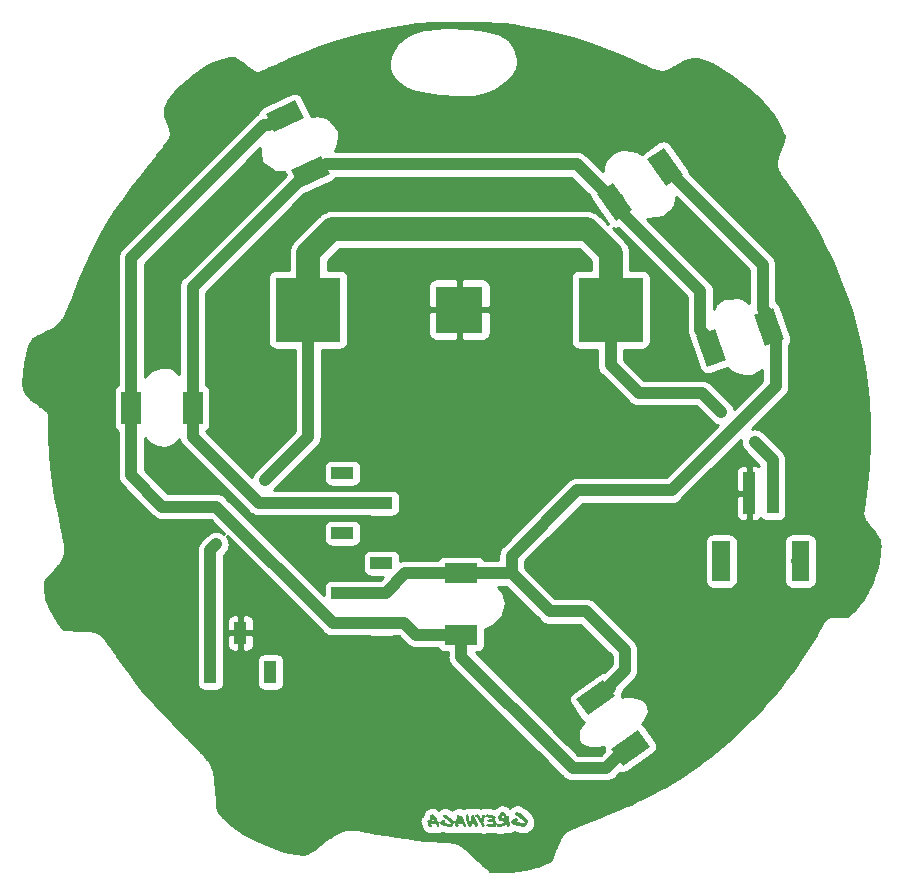
<source format=gbr>
G04 #@! TF.GenerationSoftware,KiCad,Pcbnew,5.1.4-e60b266~84~ubuntu18.04.1*
G04 #@! TF.CreationDate,2019-10-14T19:22:29-06:00*
G04 #@! TF.ProjectId,001,3030312e-6b69-4636-9164-5f7063625858,rev?*
G04 #@! TF.SameCoordinates,Original*
G04 #@! TF.FileFunction,Copper,L2,Bot*
G04 #@! TF.FilePolarity,Positive*
%FSLAX46Y46*%
G04 Gerber Fmt 4.6, Leading zero omitted, Abs format (unit mm)*
G04 Created by KiCad (PCBNEW 5.1.4-e60b266~84~ubuntu18.04.1) date 2019-10-14 19:22:29*
%MOMM*%
%LPD*%
G04 APERTURE LIST*
%ADD10C,0.100000*%
%ADD11C,1.000000*%
%ADD12R,1.000000X3.500000*%
%ADD13C,1.500000*%
%ADD14R,1.900000X1.000000*%
%ADD15R,1.000000X1.900000*%
%ADD16R,5.500000X5.500000*%
%ADD17R,4.000000X4.000000*%
%ADD18R,2.800000X1.700000*%
%ADD19C,1.700000*%
%ADD20R,1.700000X2.800000*%
%ADD21C,0.685800*%
%ADD22C,1.000000*%
%ADD23C,2.000000*%
%ADD24C,0.254000*%
G04 APERTURE END LIST*
D10*
G36*
X158197799Y-137352371D02*
G01*
X158192599Y-137317921D01*
X158190899Y-137278301D01*
X158070320Y-137068149D01*
X157906678Y-136895894D01*
X157882568Y-136871774D01*
X157863618Y-136845934D01*
X157841228Y-136825264D01*
X157810218Y-136811484D01*
X157706866Y-136720184D01*
X157581120Y-136640944D01*
X157450206Y-136563434D01*
X157329628Y-136477304D01*
X157300348Y-136485904D01*
X157276228Y-136484204D01*
X157236608Y-136530714D01*
X157184928Y-136556554D01*
X157134978Y-136587564D01*
X157098808Y-136635794D01*
X157110868Y-136644394D01*
X157105668Y-136663344D01*
X157102268Y-136682294D01*
X157117768Y-136690894D01*
X157105708Y-136702954D01*
X157093648Y-136715014D01*
X157098848Y-136732234D01*
X157098848Y-136751184D01*
X157191868Y-136804584D01*
X157298666Y-136856264D01*
X157412354Y-136916554D01*
X157526042Y-136988904D01*
X157641453Y-137080204D01*
X157751696Y-137187003D01*
X157851606Y-137302414D01*
X157930846Y-137417825D01*
X157922246Y-137433325D01*
X157911916Y-137448825D01*
X157789615Y-137448825D01*
X157675927Y-137455725D01*
X157667327Y-137441945D01*
X157656987Y-137429885D01*
X157438223Y-137391985D01*
X157231517Y-137336865D01*
X157286637Y-137317915D01*
X157286637Y-137300685D01*
X157267687Y-137283465D01*
X157314197Y-137242125D01*
X157334867Y-137174945D01*
X157322807Y-137150834D01*
X157334867Y-137128444D01*
X157345207Y-137128444D01*
X157348607Y-137135344D01*
X157352007Y-137142244D01*
X157360607Y-137142244D01*
X157352007Y-137111234D01*
X157341667Y-137081954D01*
X157198696Y-136987214D01*
X157143576Y-137023384D01*
X157074676Y-137061284D01*
X157000606Y-137100904D01*
X156929986Y-137138804D01*
X156876586Y-137173255D01*
X156833526Y-137214595D01*
X156792186Y-137255935D01*
X156742236Y-137290384D01*
X156738836Y-137335175D01*
X156735436Y-137376515D01*
X156814676Y-137476425D01*
X156919751Y-137545325D01*
X157042052Y-137595275D01*
X157176411Y-137633175D01*
X157315937Y-137671075D01*
X157452018Y-137715865D01*
X157501968Y-137717565D01*
X157541588Y-137722765D01*
X157579488Y-137729665D01*
X157620828Y-137734865D01*
X157632888Y-137738265D01*
X157639788Y-137746865D01*
X157701798Y-137752065D01*
X157748308Y-137752065D01*
X157798258Y-137758965D01*
X157846488Y-137764165D01*
X158089367Y-137653922D01*
X158185827Y-137369701D01*
X158189227Y-137359371D01*
X158197827Y-137352471D01*
X158197799Y-137352371D01*
X158197799Y-137352371D01*
G37*
G36*
X156662664Y-137620743D02*
G01*
X156239093Y-137011105D01*
X156268373Y-137090345D01*
X156116789Y-137050725D01*
X155966927Y-136988715D01*
X156011717Y-136887085D01*
X156087507Y-136833685D01*
X156087513Y-136833685D01*
X156137463Y-136893975D01*
X156192583Y-136949095D01*
X156239093Y-137011105D01*
X156662664Y-137620743D01*
X156678164Y-137608683D01*
X156693664Y-137579403D01*
X156674714Y-137579403D01*
X156681614Y-137510503D01*
X156666114Y-137448493D01*
X156652334Y-137389923D01*
X156657534Y-137329633D01*
X156645474Y-137326233D01*
X156638574Y-137302113D01*
X156636874Y-137271103D01*
X156638574Y-137243543D01*
X156604124Y-137133299D01*
X156580004Y-137021334D01*
X156557614Y-136912813D01*
X156523164Y-136812903D01*
X156473214Y-136819803D01*
X156437044Y-136842193D01*
X156342304Y-136742283D01*
X156259624Y-136628595D01*
X156163164Y-136528685D01*
X156030527Y-136477005D01*
X155937507Y-136540735D01*
X155853097Y-136623415D01*
X155827257Y-136642365D01*
X155799697Y-136659595D01*
X155799697Y-136685435D01*
X155760077Y-136738835D01*
X155730797Y-136802565D01*
X155704957Y-136869745D01*
X155677397Y-136933475D01*
X155680797Y-136952425D01*
X155677397Y-136967925D01*
X155672197Y-136985145D01*
X155670497Y-137007535D01*
X155730787Y-137155674D01*
X155858256Y-137246975D01*
X156016730Y-137307265D01*
X156170037Y-137360665D01*
X156163137Y-137367565D01*
X156157937Y-137377895D01*
X156078697Y-137427845D01*
X156025297Y-137460575D01*
X155970177Y-137481245D01*
X155885767Y-137501915D01*
X155803087Y-137522585D01*
X155747967Y-137534645D01*
X155696287Y-137541545D01*
X155622217Y-137550145D01*
X155591207Y-137594935D01*
X155573977Y-137646615D01*
X155572277Y-137696565D01*
X155586057Y-137732735D01*
X155577457Y-137739635D01*
X155560237Y-137739635D01*
X155580907Y-137760305D01*
X155598137Y-137784425D01*
X155618807Y-137806815D01*
X155646367Y-137818875D01*
X155804842Y-137820575D01*
X156051166Y-137741335D01*
X156171744Y-137691385D01*
X156252704Y-137648325D01*
X156316434Y-137601815D01*
X156383614Y-137541525D01*
X156390514Y-137548425D01*
X156395714Y-137555325D01*
X156423274Y-137667289D01*
X156474954Y-137755140D01*
X156512854Y-137760340D01*
X156535244Y-137779290D01*
X156561084Y-137777590D01*
X156576584Y-137768990D01*
X156592084Y-137758650D01*
X156619644Y-137755250D01*
X156629984Y-137725970D01*
X156657544Y-137712190D01*
X156654144Y-137686350D01*
X156659344Y-137665679D01*
X156666244Y-137645010D01*
X156662844Y-137620890D01*
X156662664Y-137620743D01*
X156662664Y-137620743D01*
G37*
G36*
X154609386Y-136799087D02*
G01*
X154609386Y-136818037D01*
X154611086Y-136828367D01*
X154611086Y-136840427D01*
X154607686Y-136857657D01*
X154692096Y-136938617D01*
X154793726Y-136969627D01*
X154907414Y-136988577D01*
X155021102Y-137033367D01*
X155062442Y-137033367D01*
X155114122Y-137038567D01*
X155139962Y-137054067D01*
X155170972Y-137062667D01*
X155165772Y-137095398D01*
X155160572Y-137121237D01*
X155027935Y-137119537D01*
X154883241Y-137110937D01*
X154884941Y-137122997D01*
X154886641Y-137131597D01*
X154862521Y-137153987D01*
X154838401Y-137178108D01*
X154814281Y-137198778D01*
X154783271Y-137203978D01*
X154774671Y-137234988D01*
X154778071Y-137267718D01*
X154833191Y-137307338D01*
X154891761Y-137341788D01*
X154955491Y-137367628D01*
X155029561Y-137374528D01*
X155043341Y-137374528D01*
X155053681Y-137369328D01*
X155093301Y-137374528D01*
X155131201Y-137379728D01*
X155177711Y-137372828D01*
X155224221Y-137365928D01*
X155274171Y-137443438D01*
X155313791Y-137531288D01*
X155217331Y-137538188D01*
X155143261Y-137532988D01*
X155072641Y-137524388D01*
X154981341Y-137520988D01*
X154900381Y-137496868D01*
X154812531Y-137476198D01*
X154788411Y-137495148D01*
X154769461Y-137519268D01*
X154748791Y-137538218D01*
X154722951Y-137545118D01*
X154714351Y-137562348D01*
X154709151Y-137579568D01*
X154703951Y-137595068D01*
X154688451Y-137598468D01*
X154748741Y-137686318D01*
X154824531Y-137731108D01*
X154920991Y-137755218D01*
X155036402Y-137775888D01*
X155062242Y-137774188D01*
X155086362Y-137770788D01*
X155181102Y-137786288D01*
X155293068Y-137791488D01*
X155401588Y-137775988D01*
X155485988Y-137731198D01*
X155504938Y-137703638D01*
X155527328Y-137677798D01*
X155534228Y-137627848D01*
X155544558Y-137571008D01*
X155553158Y-137510718D01*
X155549758Y-137457318D01*
X155529088Y-137410808D01*
X155517028Y-137366018D01*
X155506688Y-137357418D01*
X155492908Y-137350518D01*
X155470518Y-137291948D01*
X155446398Y-137238548D01*
X155420558Y-137186868D01*
X155394718Y-137126577D01*
X155430888Y-137078347D01*
X155446388Y-137024947D01*
X155454988Y-136969827D01*
X155467048Y-136911257D01*
X155425708Y-136869917D01*
X155370588Y-136842357D01*
X155306848Y-136825127D01*
X155234498Y-136809627D01*
X155112197Y-136775177D01*
X155005399Y-136756227D01*
X154895156Y-136740727D01*
X154765965Y-136720057D01*
X154736685Y-136735557D01*
X154721185Y-136726957D01*
X154712585Y-136716627D01*
X154669525Y-136766577D01*
X154609235Y-136799307D01*
X154609386Y-136799087D01*
X154609386Y-136799087D01*
G37*
G36*
X154099512Y-137317575D02*
G01*
X154120182Y-137343415D01*
X154137412Y-137372695D01*
X154156362Y-137408865D01*
X154182202Y-137439875D01*
X154199432Y-137481215D01*
X154226992Y-137513945D01*
X154307952Y-137663807D01*
X154318292Y-137694817D01*
X154333792Y-137722377D01*
X154340692Y-137734437D01*
X154345892Y-137743037D01*
X154349292Y-137760267D01*
X154368242Y-137784387D01*
X154387192Y-137803337D01*
X154399252Y-137817117D01*
X154425092Y-137827447D01*
X154578398Y-137693089D01*
X154576698Y-137675859D01*
X154571498Y-137658639D01*
X154564598Y-137637969D01*
X154549098Y-137589739D01*
X154519818Y-137546679D01*
X154504318Y-137508779D01*
X154462978Y-137427819D01*
X154425078Y-137362359D01*
X154402688Y-137324459D01*
X154444028Y-137274509D01*
X154483648Y-137191829D01*
X154507768Y-137121208D01*
X154512968Y-137083308D01*
X154519868Y-137050578D01*
X154528468Y-137012678D01*
X154531868Y-136973058D01*
X154542198Y-136948938D01*
X154538798Y-136931708D01*
X154537098Y-136900698D01*
X154545698Y-136859358D01*
X154554298Y-136821458D01*
X154555998Y-136780118D01*
X154545658Y-136742218D01*
X154512928Y-136709488D01*
X154483648Y-136707788D01*
X154454368Y-136725018D01*
X154425088Y-136740518D01*
X154388918Y-136757748D01*
X154352748Y-136780138D01*
X154340688Y-136804258D01*
X154318298Y-136823208D01*
X154318298Y-136842158D01*
X154316598Y-136861108D01*
X154309698Y-136888668D01*
X154302798Y-136909339D01*
X154297598Y-136955848D01*
X154287268Y-136995468D01*
X154276938Y-137035088D01*
X154275238Y-137079878D01*
X154258008Y-137067818D01*
X154251108Y-137062618D01*
X154244208Y-137057418D01*
X154142578Y-136919614D01*
X154145978Y-136902384D01*
X154109808Y-136867934D01*
X154083968Y-136842094D01*
X154061578Y-136816254D01*
X154042628Y-136802474D01*
X153885876Y-136695676D01*
X153861756Y-136692276D01*
X153854856Y-136714666D01*
X153827296Y-136749116D01*
X153780786Y-136778396D01*
X153765286Y-136788736D01*
X153756686Y-136814576D01*
X153758386Y-136830076D01*
X153751486Y-136847306D01*
X153785936Y-136907596D01*
X153823836Y-136942046D01*
X153853116Y-136967886D01*
X153872066Y-136995446D01*
X153884126Y-137009226D01*
X153930636Y-137064346D01*
X153935836Y-137085016D01*
X153956506Y-137085016D01*
X153965106Y-137091916D01*
X153982336Y-137121196D01*
X153999556Y-137143586D01*
X154008156Y-137152187D01*
X154013356Y-137165967D01*
X154018556Y-137179747D01*
X154046116Y-137214197D01*
X154058176Y-137238317D01*
X154071956Y-137265877D01*
X154090906Y-137291717D01*
X154099512Y-137317575D01*
X154099512Y-137317575D01*
G37*
G36*
X153591360Y-137455379D02*
G01*
X153613750Y-137474329D01*
X153627530Y-137503609D01*
X153639590Y-137532889D01*
X153656820Y-137544949D01*
X153667150Y-137569069D01*
X153680930Y-137591459D01*
X153691260Y-137615579D01*
X153687860Y-137644859D01*
X153705080Y-137674139D01*
X153713680Y-137710309D01*
X153727460Y-137739589D01*
X153765360Y-137749929D01*
X153767060Y-137758529D01*
X153761860Y-137770589D01*
X153791140Y-137772289D01*
X153813530Y-137780889D01*
X153868650Y-137744719D01*
X153906550Y-137687879D01*
X153935830Y-137622419D01*
X153959950Y-137565579D01*
X153958250Y-137529409D01*
X153970310Y-137498399D01*
X153948970Y-137453239D01*
X153927140Y-137407319D01*
X153904830Y-137360649D01*
X153882030Y-137313229D01*
X153858750Y-137265049D01*
X153834980Y-137216119D01*
X153810730Y-137166429D01*
X153785990Y-137115988D01*
X153761170Y-137065248D01*
X153736680Y-137014678D01*
X153712510Y-136964268D01*
X153688660Y-136914018D01*
X153665140Y-136863928D01*
X153641940Y-136813998D01*
X153619060Y-136764228D01*
X153596510Y-136714628D01*
X153519000Y-136750798D01*
X153448380Y-136795588D01*
X153393260Y-136855878D01*
X153363980Y-136929948D01*
X153372580Y-136938548D01*
X153379480Y-136940248D01*
X153372580Y-136952308D01*
X153372580Y-136959208D01*
X153372580Y-136969548D01*
X153367380Y-136985048D01*
X153377710Y-136986748D01*
X153388050Y-136986748D01*
X153384650Y-137017758D01*
X153391550Y-137040148D01*
X153400150Y-137060818D01*
X153398450Y-137088378D01*
X153407050Y-137091778D01*
X153410450Y-137096979D01*
X153415650Y-137102178D01*
X153422550Y-137102178D01*
X153419150Y-137177969D01*
X153422550Y-137255479D01*
X153420850Y-137336439D01*
X153408790Y-137422569D01*
X153310610Y-137329549D01*
X153250320Y-137202080D01*
X153214150Y-137050495D01*
X153188310Y-136885130D01*
X153164190Y-136847230D01*
X153148690Y-136800720D01*
X153134910Y-136750770D01*
X153117680Y-136704260D01*
X153074620Y-136721490D01*
X153040170Y-136749050D01*
X153007440Y-136776610D01*
X152964380Y-136792110D01*
X152926480Y-136848950D01*
X152904090Y-136907520D01*
X152917870Y-136938530D01*
X152926470Y-136972980D01*
X152940250Y-137005710D01*
X152964370Y-137029830D01*
X152978150Y-137112510D01*
X152993650Y-137184861D01*
X153005710Y-137260651D01*
X153009110Y-137345051D01*
X153038390Y-137429451D01*
X153062510Y-137510411D01*
X153105570Y-137563811D01*
X153138300Y-137625821D01*
X153146900Y-137629221D01*
X153158960Y-137624021D01*
X153158960Y-137634361D01*
X153164160Y-137641261D01*
X153167560Y-137648161D01*
X153164160Y-137661941D01*
X153207220Y-137691221D01*
X153248560Y-137725671D01*
X153300240Y-137746341D01*
X153377750Y-137734281D01*
X153503496Y-137615425D01*
X153591346Y-137455228D01*
X153591360Y-137455379D01*
X153591360Y-137455379D01*
G37*
G36*
X152037622Y-137624189D02*
G01*
X152535438Y-137326188D01*
X152442418Y-137319288D01*
X152347678Y-137303788D01*
X152373518Y-137196990D01*
X152402798Y-137085023D01*
X152413128Y-137102253D01*
X152480308Y-137183214D01*
X152533708Y-137267624D01*
X152554378Y-137298634D01*
X152573328Y-137329644D01*
X152554378Y-137327944D01*
X152535428Y-137326244D01*
X152535438Y-137326188D01*
X152037622Y-137624189D01*
X152068632Y-137684479D01*
X152115142Y-137737879D01*
X152173712Y-137775779D01*
X152242612Y-137793009D01*
X152273622Y-137780949D01*
X152289122Y-137770619D01*
X152299462Y-137765419D01*
X152306362Y-137760219D01*
X152327032Y-137751619D01*
X152320132Y-137729229D01*
X152321832Y-137708559D01*
X152342502Y-137686169D01*
X152352842Y-137675829D01*
X152361442Y-137665498D01*
X152390722Y-137632769D01*
X152344212Y-137620709D01*
X152287362Y-137589699D01*
X152275302Y-137525959D01*
X152333872Y-137524259D01*
X152380382Y-137536319D01*
X152444112Y-137551819D01*
X152513012Y-137557019D01*
X152538852Y-137557019D01*
X152564692Y-137553619D01*
X152581912Y-137550219D01*
X152588812Y-137529549D01*
X152595712Y-137522649D01*
X152614662Y-137500259D01*
X152618062Y-137462359D01*
X152628392Y-137431349D01*
X152643892Y-137474409D01*
X152650792Y-137491639D01*
X152668022Y-137495039D01*
X152673222Y-137503639D01*
X152674922Y-137512239D01*
X152683522Y-137541519D01*
X152690422Y-137548419D01*
X152697322Y-137553619D01*
X152705922Y-137584629D01*
X152716262Y-137613909D01*
X152731762Y-137658699D01*
X152735162Y-137700039D01*
X152742062Y-137718989D01*
X152761012Y-137736219D01*
X152781682Y-137746549D01*
X152792022Y-137753449D01*
X152800622Y-137756849D01*
X152805822Y-137775799D01*
X152826492Y-137779199D01*
X152854052Y-137784399D01*
X152871282Y-137786099D01*
X152888512Y-137784399D01*
X152917792Y-137760279D01*
X152941912Y-137741329D01*
X152959132Y-137710319D01*
X152962532Y-137691369D01*
X152965932Y-137674139D01*
X152971132Y-137663809D01*
X152993522Y-137643139D01*
X152974572Y-137627639D01*
X152972872Y-137598359D01*
X152900522Y-137429550D01*
X152819562Y-137264185D01*
X152793722Y-137209065D01*
X152766162Y-137153944D01*
X152767862Y-137141884D01*
X152764462Y-137126384D01*
X152733452Y-137074704D01*
X152709332Y-137026474D01*
X152681772Y-136969634D01*
X152643872Y-136912794D01*
X152616312Y-136900735D01*
X152604252Y-136897334D01*
X152588752Y-136893934D01*
X152562912Y-136897334D01*
X152478512Y-136835324D01*
X152404442Y-136737134D01*
X152387212Y-136713024D01*
X152364822Y-136726804D01*
X152340702Y-136737134D01*
X152307972Y-136745734D01*
X152249402Y-136761234D01*
X152204612Y-136787074D01*
X152192552Y-136828414D01*
X152187352Y-136855974D01*
X152178752Y-136914544D01*
X152171852Y-136980004D01*
X152158072Y-137038574D01*
X152146012Y-137095414D01*
X152128792Y-137176375D01*
X152106402Y-137248725D01*
X152089172Y-137250425D01*
X152071952Y-137245225D01*
X152049562Y-137241825D01*
X152030612Y-137240125D01*
X152023712Y-137257355D01*
X152006482Y-137274585D01*
X151973752Y-137284925D01*
X151954802Y-137300425D01*
X151941022Y-137310765D01*
X151915182Y-137321095D01*
X151928962Y-137346935D01*
X151978912Y-137407225D01*
X152049532Y-137453735D01*
X152047832Y-137474405D01*
X152042632Y-137493355D01*
X152034032Y-137553645D01*
X152034032Y-137617375D01*
X152037622Y-137624189D01*
X152037622Y-137624189D01*
G37*
G36*
X150700924Y-137458824D02*
G01*
X150809445Y-137574235D01*
X150957584Y-137641415D01*
X151128116Y-137687925D01*
X151298649Y-137741325D01*
X151341709Y-137743025D01*
X151376159Y-137748225D01*
X151407169Y-137753425D01*
X151441619Y-137756825D01*
X151450219Y-137760225D01*
X151455419Y-137767125D01*
X151508819Y-137772325D01*
X151546719Y-137772325D01*
X151589779Y-137777525D01*
X151627679Y-137782725D01*
X151830940Y-137691425D01*
X151911900Y-137453713D01*
X151915300Y-137443383D01*
X151922200Y-137438183D01*
X151918800Y-137408903D01*
X151917100Y-137377893D01*
X151815470Y-137202193D01*
X151679389Y-137057498D01*
X151658719Y-137036828D01*
X151643219Y-137016158D01*
X151624269Y-136998928D01*
X151598429Y-136986868D01*
X151512299Y-136911078D01*
X151407224Y-136845618D01*
X151298704Y-136781888D01*
X151198794Y-136709538D01*
X151171234Y-136714738D01*
X151152284Y-136714738D01*
X151119554Y-136750908D01*
X151076494Y-136773298D01*
X151035154Y-136799138D01*
X151005874Y-136840478D01*
X151016214Y-136849078D01*
X151011014Y-136864578D01*
X151009314Y-136880078D01*
X151021374Y-136886978D01*
X151011044Y-136897318D01*
X151000704Y-136905918D01*
X151005904Y-136919698D01*
X151005904Y-136936928D01*
X151083424Y-136979988D01*
X151171274Y-137024778D01*
X151266014Y-137074728D01*
X151360754Y-137135018D01*
X151455494Y-137212539D01*
X151548514Y-137300389D01*
X151632924Y-137396849D01*
X151700104Y-137493309D01*
X151693204Y-137507089D01*
X151684604Y-137519149D01*
X151582974Y-137519149D01*
X151486514Y-137524349D01*
X151479614Y-137514009D01*
X151471014Y-137503669D01*
X151288424Y-137472659D01*
X151116169Y-137426149D01*
X151142009Y-137417549D01*
X151162679Y-137408949D01*
X151162679Y-137395169D01*
X151145449Y-137381389D01*
X151185069Y-137346939D01*
X151202299Y-137291819D01*
X151191969Y-137271149D01*
X151202299Y-137252199D01*
X151210899Y-137252199D01*
X151214299Y-137257399D01*
X151215999Y-137264299D01*
X151224599Y-137262599D01*
X151217699Y-137236759D01*
X151207359Y-137212649D01*
X151088504Y-137133408D01*
X151041994Y-137164419D01*
X150985154Y-137197149D01*
X150923144Y-137229879D01*
X150862854Y-137260889D01*
X150819794Y-137288449D01*
X150783624Y-137324619D01*
X150749174Y-137359069D01*
X150706114Y-137388349D01*
X150704414Y-137424519D01*
X150701014Y-137458969D01*
X150700924Y-137458824D01*
X150700924Y-137458824D01*
G37*
G36*
X149772623Y-137612496D02*
G01*
X150266839Y-137307681D01*
X150173819Y-137300781D01*
X150079079Y-137285280D01*
X150104919Y-137178483D01*
X150134199Y-137066516D01*
X150144539Y-137083746D01*
X150211719Y-137164707D01*
X150265119Y-137249117D01*
X150285789Y-137280127D01*
X150304739Y-137311137D01*
X150285789Y-137309437D01*
X150266839Y-137307737D01*
X150266839Y-137307681D01*
X149772623Y-137612496D01*
X149803633Y-137672786D01*
X149850143Y-137726186D01*
X149908713Y-137764086D01*
X149977613Y-137781316D01*
X150008623Y-137769256D01*
X150024123Y-137758926D01*
X150034463Y-137753726D01*
X150041363Y-137748526D01*
X150062033Y-137739926D01*
X150055133Y-137717536D01*
X150056833Y-137696866D01*
X150077503Y-137674476D01*
X150087843Y-137664135D01*
X150096443Y-137653806D01*
X150125723Y-137621076D01*
X150079213Y-137609016D01*
X150022363Y-137578006D01*
X150010303Y-137514266D01*
X150068873Y-137512566D01*
X150115383Y-137524626D01*
X150179113Y-137540126D01*
X150248013Y-137545326D01*
X150273853Y-137545326D01*
X150299693Y-137541926D01*
X150316913Y-137538526D01*
X150323813Y-137517856D01*
X150330713Y-137510956D01*
X150349663Y-137488566D01*
X150353063Y-137450666D01*
X150363393Y-137419655D01*
X150378893Y-137462716D01*
X150385793Y-137479946D01*
X150403023Y-137483346D01*
X150408223Y-137491946D01*
X150409923Y-137500546D01*
X150418523Y-137529826D01*
X150425423Y-137536726D01*
X150432323Y-137541926D01*
X150440923Y-137572936D01*
X150451263Y-137602216D01*
X150466763Y-137647006D01*
X150470163Y-137688346D01*
X150477063Y-137707296D01*
X150496013Y-137724526D01*
X150516683Y-137734856D01*
X150527023Y-137741756D01*
X150535623Y-137745156D01*
X150540823Y-137764106D01*
X150561493Y-137767506D01*
X150589053Y-137772706D01*
X150606283Y-137774406D01*
X150623513Y-137772706D01*
X150652793Y-137748586D01*
X150676913Y-137729636D01*
X150694133Y-137698626D01*
X150697533Y-137679675D01*
X150700933Y-137662446D01*
X150706133Y-137652116D01*
X150728523Y-137631446D01*
X150709573Y-137615946D01*
X150707873Y-137586666D01*
X150635523Y-137417857D01*
X150554563Y-137252492D01*
X150528723Y-137197372D01*
X150501163Y-137142251D01*
X150502863Y-137130191D01*
X150499463Y-137114691D01*
X150468453Y-137063011D01*
X150444333Y-137014781D01*
X150416773Y-136957941D01*
X150378873Y-136901102D01*
X150351313Y-136889041D01*
X150339253Y-136885641D01*
X150323753Y-136882241D01*
X150297913Y-136885641D01*
X150213513Y-136823631D01*
X150139443Y-136725441D01*
X150122213Y-136701331D01*
X150099823Y-136715111D01*
X150075703Y-136725441D01*
X150042973Y-136734041D01*
X149984403Y-136749541D01*
X149939613Y-136775381D01*
X149927553Y-136816721D01*
X149922353Y-136844281D01*
X149913753Y-136902851D01*
X149906853Y-136968311D01*
X149893073Y-137026881D01*
X149881013Y-137083721D01*
X149863783Y-137164682D01*
X149841393Y-137237032D01*
X149824163Y-137238732D01*
X149806943Y-137233532D01*
X149784553Y-137230132D01*
X149765603Y-137228432D01*
X149758703Y-137245662D01*
X149741473Y-137262892D01*
X149708743Y-137273232D01*
X149689793Y-137288732D01*
X149676013Y-137299072D01*
X149650173Y-137309402D01*
X149663953Y-137335242D01*
X149713903Y-137395532D01*
X149784523Y-137442042D01*
X149782823Y-137462712D01*
X149777623Y-137481662D01*
X149769023Y-137541952D01*
X149769023Y-137605682D01*
X149772623Y-137612496D01*
X149772623Y-137612496D01*
G37*
G36*
X177413470Y-107771272D02*
G01*
X177414926Y-107771488D01*
X177416354Y-107771846D01*
X177417740Y-107772342D01*
X177419071Y-107772971D01*
X177420334Y-107773728D01*
X177421516Y-107774605D01*
X177422607Y-107775593D01*
X177423595Y-107776684D01*
X177424472Y-107777866D01*
X177425229Y-107779129D01*
X177425858Y-107780460D01*
X177426354Y-107781846D01*
X177426712Y-107783274D01*
X177426928Y-107784730D01*
X177427000Y-107786200D01*
X177427000Y-111256200D01*
X177426928Y-111257670D01*
X177426712Y-111259126D01*
X177426354Y-111260554D01*
X177425858Y-111261940D01*
X177425229Y-111263271D01*
X177424472Y-111264534D01*
X177423595Y-111265716D01*
X177422607Y-111266807D01*
X177421516Y-111267795D01*
X177420334Y-111268672D01*
X177419071Y-111269429D01*
X177417740Y-111270058D01*
X177416354Y-111270554D01*
X177414926Y-111270912D01*
X177413470Y-111271128D01*
X177412000Y-111271200D01*
X176442000Y-111271200D01*
X176440530Y-111271128D01*
X176439074Y-111270912D01*
X176437646Y-111270554D01*
X176436260Y-111270058D01*
X176434929Y-111269429D01*
X176433666Y-111268672D01*
X176432484Y-111267795D01*
X176431393Y-111266807D01*
X176430405Y-111265716D01*
X176429528Y-111264534D01*
X176428771Y-111263271D01*
X176428142Y-111261940D01*
X176427646Y-111260554D01*
X176427288Y-111259126D01*
X176427072Y-111257670D01*
X176427000Y-111256200D01*
X176427000Y-107786200D01*
X176427072Y-107784730D01*
X176427288Y-107783274D01*
X176427646Y-107781846D01*
X176428142Y-107780460D01*
X176428771Y-107779129D01*
X176429528Y-107777866D01*
X176430405Y-107776684D01*
X176431393Y-107775593D01*
X176432484Y-107774605D01*
X176433666Y-107773728D01*
X176434929Y-107772971D01*
X176436260Y-107772342D01*
X176437646Y-107771846D01*
X176439074Y-107771488D01*
X176440530Y-107771272D01*
X176442000Y-107771200D01*
X177412000Y-107771200D01*
X177413470Y-107771272D01*
X177413470Y-107771272D01*
G37*
D11*
X176927000Y-109521200D03*
D12*
X178927000Y-109521200D03*
D10*
G36*
X175306705Y-113571308D02*
G01*
X175308890Y-113571632D01*
X175311031Y-113572169D01*
X175313110Y-113572913D01*
X175315106Y-113573857D01*
X175317000Y-113574992D01*
X175318774Y-113576307D01*
X175320410Y-113577790D01*
X175321893Y-113579426D01*
X175323208Y-113581200D01*
X175324343Y-113583094D01*
X175325287Y-113585090D01*
X175326031Y-113587169D01*
X175326568Y-113589310D01*
X175326892Y-113591495D01*
X175327000Y-113593700D01*
X175327000Y-116948700D01*
X175326892Y-116950905D01*
X175326568Y-116953090D01*
X175326031Y-116955231D01*
X175325287Y-116957310D01*
X175324343Y-116959306D01*
X175323208Y-116961200D01*
X175321893Y-116962974D01*
X175320410Y-116964610D01*
X175318774Y-116966093D01*
X175317000Y-116967408D01*
X175315106Y-116968543D01*
X175313110Y-116969487D01*
X175311031Y-116970231D01*
X175308890Y-116970768D01*
X175306705Y-116971092D01*
X175304500Y-116971200D01*
X173849500Y-116971200D01*
X173847295Y-116971092D01*
X173845110Y-116970768D01*
X173842969Y-116970231D01*
X173840890Y-116969487D01*
X173838894Y-116968543D01*
X173837000Y-116967408D01*
X173835226Y-116966093D01*
X173833590Y-116964610D01*
X173832107Y-116962974D01*
X173830792Y-116961200D01*
X173829657Y-116959306D01*
X173828713Y-116957310D01*
X173827969Y-116955231D01*
X173827432Y-116953090D01*
X173827108Y-116950905D01*
X173827000Y-116948700D01*
X173827000Y-113593700D01*
X173827108Y-113591495D01*
X173827432Y-113589310D01*
X173827969Y-113587169D01*
X173828713Y-113585090D01*
X173829657Y-113583094D01*
X173830792Y-113581200D01*
X173832107Y-113579426D01*
X173833590Y-113577790D01*
X173835226Y-113576307D01*
X173837000Y-113574992D01*
X173838894Y-113573857D01*
X173840890Y-113572913D01*
X173842969Y-113572169D01*
X173845110Y-113571632D01*
X173847295Y-113571308D01*
X173849500Y-113571200D01*
X175304500Y-113571200D01*
X175306705Y-113571308D01*
X175306705Y-113571308D01*
G37*
D13*
X174577000Y-115271200D03*
D10*
G36*
X182006705Y-113571308D02*
G01*
X182008890Y-113571632D01*
X182011031Y-113572169D01*
X182013110Y-113572913D01*
X182015106Y-113573857D01*
X182017000Y-113574992D01*
X182018774Y-113576307D01*
X182020410Y-113577790D01*
X182021893Y-113579426D01*
X182023208Y-113581200D01*
X182024343Y-113583094D01*
X182025287Y-113585090D01*
X182026031Y-113587169D01*
X182026568Y-113589310D01*
X182026892Y-113591495D01*
X182027000Y-113593700D01*
X182027000Y-116948700D01*
X182026892Y-116950905D01*
X182026568Y-116953090D01*
X182026031Y-116955231D01*
X182025287Y-116957310D01*
X182024343Y-116959306D01*
X182023208Y-116961200D01*
X182021893Y-116962974D01*
X182020410Y-116964610D01*
X182018774Y-116966093D01*
X182017000Y-116967408D01*
X182015106Y-116968543D01*
X182013110Y-116969487D01*
X182011031Y-116970231D01*
X182008890Y-116970768D01*
X182006705Y-116971092D01*
X182004500Y-116971200D01*
X180549500Y-116971200D01*
X180547295Y-116971092D01*
X180545110Y-116970768D01*
X180542969Y-116970231D01*
X180540890Y-116969487D01*
X180538894Y-116968543D01*
X180537000Y-116967408D01*
X180535226Y-116966093D01*
X180533590Y-116964610D01*
X180532107Y-116962974D01*
X180530792Y-116961200D01*
X180529657Y-116959306D01*
X180528713Y-116957310D01*
X180527969Y-116955231D01*
X180527432Y-116953090D01*
X180527108Y-116950905D01*
X180527000Y-116948700D01*
X180527000Y-113593700D01*
X180527108Y-113591495D01*
X180527432Y-113589310D01*
X180527969Y-113587169D01*
X180528713Y-113585090D01*
X180529657Y-113583094D01*
X180530792Y-113581200D01*
X180532107Y-113579426D01*
X180533590Y-113577790D01*
X180535226Y-113576307D01*
X180537000Y-113574992D01*
X180538894Y-113573857D01*
X180540890Y-113572913D01*
X180542969Y-113572169D01*
X180545110Y-113571632D01*
X180547295Y-113571308D01*
X180549500Y-113571200D01*
X182004500Y-113571200D01*
X182006705Y-113571308D01*
X182006705Y-113571308D01*
G37*
D13*
X181277000Y-115271200D03*
D14*
X142495000Y-107823000D03*
X145795000Y-110363000D03*
X142495000Y-112903000D03*
X145795000Y-115443000D03*
X142495000Y-117983000D03*
X145795000Y-120523000D03*
D15*
X136398000Y-124662200D03*
X133858000Y-121362200D03*
X131318000Y-124662200D03*
D16*
X165200000Y-93980000D03*
X139600000Y-93980000D03*
D17*
X152400000Y-93980000D03*
D18*
X152527000Y-116322800D03*
X152527000Y-121522800D03*
D19*
X163913501Y-126826005D03*
D10*
G36*
X162279148Y-126932733D02*
G01*
X164572774Y-125326719D01*
X165547854Y-126719277D01*
X163254228Y-128325291D01*
X162279148Y-126932733D01*
X162279148Y-126932733D01*
G37*
D19*
X166896099Y-131085595D03*
D10*
G36*
X165261746Y-131192323D02*
G01*
X167555372Y-129586309D01*
X168530452Y-130978867D01*
X166236826Y-132584881D01*
X165261746Y-131192323D01*
X165261746Y-131192323D01*
G37*
D19*
X173705799Y-97231452D03*
D10*
G36*
X174025710Y-95625165D02*
G01*
X174983366Y-98256305D01*
X173385888Y-98837739D01*
X172428232Y-96206599D01*
X174025710Y-95625165D01*
X174025710Y-95625165D01*
G37*
D19*
X178592201Y-95452948D03*
D10*
G36*
X178912112Y-93846661D02*
G01*
X179869768Y-96477801D01*
X178272290Y-97059235D01*
X177314634Y-94428095D01*
X178912112Y-93846661D01*
X178912112Y-93846661D01*
G37*
D19*
X165535605Y-84879499D03*
D10*
G36*
X165642333Y-86513852D02*
G01*
X164036319Y-84220226D01*
X165428877Y-83245146D01*
X167034891Y-85538772D01*
X165642333Y-86513852D01*
X165642333Y-86513852D01*
G37*
D19*
X169795195Y-81896901D03*
D10*
G36*
X169901923Y-83531254D02*
G01*
X168295909Y-81237628D01*
X169688467Y-80262548D01*
X171294481Y-82556174D01*
X169901923Y-83531254D01*
X169901923Y-83531254D01*
G37*
D19*
X139808207Y-82315600D03*
D10*
G36*
X138180151Y-82136904D02*
G01*
X140717812Y-80953573D01*
X141436263Y-82494296D01*
X138898602Y-83677627D01*
X138180151Y-82136904D01*
X138180151Y-82136904D01*
G37*
D19*
X137610593Y-77602800D03*
D10*
G36*
X135982537Y-77424104D02*
G01*
X138520198Y-76240773D01*
X139238649Y-77781496D01*
X136700988Y-78964827D01*
X135982537Y-77424104D01*
X135982537Y-77424104D01*
G37*
D20*
X129803200Y-102336600D03*
X124603200Y-102336600D03*
D21*
X152400000Y-93980000D03*
X158064200Y-123266200D03*
X173609000Y-89408000D03*
X129260600Y-88722200D03*
X162458400Y-73634600D03*
X135178800Y-102768400D03*
X169722800Y-98145600D03*
X131800600Y-113868200D03*
X135915400Y-108432600D03*
X177393600Y-105181400D03*
X174574200Y-102692200D03*
D22*
X131318000Y-124662200D02*
X131318000Y-114350800D01*
X131318000Y-114350800D02*
X131800600Y-113868200D01*
X139600000Y-104748000D02*
X139600000Y-93980000D01*
X135915400Y-108432600D02*
X139600000Y-104748000D01*
D23*
X165200000Y-89230000D02*
X165200000Y-93980000D01*
X163168200Y-87198200D02*
X165200000Y-89230000D01*
X141631800Y-87198200D02*
X163168200Y-87198200D01*
X139600000Y-89230000D02*
X141631800Y-87198200D01*
X139600000Y-93980000D02*
X139600000Y-89230000D01*
D22*
X178927000Y-109521200D02*
X178927000Y-106714800D01*
X178927000Y-106714800D02*
X177393600Y-105181400D01*
X174574200Y-102692200D02*
X172923200Y-101041200D01*
X172923200Y-101041200D02*
X167563800Y-101041200D01*
X165200000Y-98677400D02*
X165200000Y-93980000D01*
X167563800Y-101041200D02*
X165200000Y-98677400D01*
X148744800Y-121522800D02*
X152527000Y-121522800D01*
X145795000Y-120523000D02*
X147745000Y-120523000D01*
X147745000Y-120523000D02*
X148744800Y-121522800D01*
X137001800Y-77602800D02*
X136271000Y-78333600D01*
X124603200Y-99936600D02*
X124603200Y-102336600D01*
X137610593Y-77602800D02*
X137001800Y-77602800D01*
X135890000Y-78333600D02*
X124612400Y-89611200D01*
X136271000Y-78333600D02*
X135890000Y-78333600D01*
X124612400Y-89611200D02*
X124612400Y-99927400D01*
X124612400Y-99927400D02*
X124603200Y-99936600D01*
X165735000Y-131876800D02*
X166104894Y-131876800D01*
X152527000Y-123372800D02*
X160710000Y-131555800D01*
X160710000Y-131555800D02*
X160740400Y-131555800D01*
X152527000Y-121522800D02*
X152527000Y-123372800D01*
X166104894Y-131876800D02*
X166896099Y-131085595D01*
X160740400Y-131555800D02*
X161975800Y-132791200D01*
X161975800Y-132791200D02*
X164820600Y-132791200D01*
X164820600Y-132791200D02*
X165735000Y-131876800D01*
X131800600Y-110667800D02*
X141655800Y-120523000D01*
X141655800Y-120523000D02*
X145795000Y-120523000D01*
X127254000Y-110667800D02*
X131800600Y-110667800D01*
X124603200Y-102336600D02*
X124603200Y-108017000D01*
X124603200Y-108017000D02*
X127254000Y-110667800D01*
X142495000Y-117983000D02*
X146151600Y-117983000D01*
X147811800Y-116322800D02*
X152527000Y-116322800D01*
X146151600Y-117983000D02*
X147811800Y-116322800D01*
X152527000Y-116322800D02*
X156835800Y-116322800D01*
X178592201Y-95452948D02*
X178592201Y-94416601D01*
X178592201Y-94416601D02*
X178079400Y-93903800D01*
X178079400Y-90181106D02*
X169795195Y-81896901D01*
X178079400Y-93903800D02*
X178079400Y-90181106D01*
X156835800Y-116322800D02*
X160045400Y-119532400D01*
X164359595Y-126826005D02*
X165125400Y-126060200D01*
X163913501Y-126826005D02*
X164359595Y-126826005D01*
X165125400Y-126060200D02*
X165125400Y-125780800D01*
X165125400Y-125780800D02*
X166420800Y-124485400D01*
X166420800Y-124485400D02*
X166420800Y-122834400D01*
X163118800Y-119532400D02*
X160045400Y-119532400D01*
X166420800Y-122834400D02*
X163118800Y-119532400D01*
X156835800Y-114817200D02*
X156835800Y-116322800D01*
X162356800Y-109296200D02*
X156835800Y-114817200D01*
X170357800Y-109296200D02*
X162356800Y-109296200D01*
X179171600Y-100482400D02*
X170357800Y-109296200D01*
X178592201Y-95452948D02*
X179171600Y-96032347D01*
X179171600Y-96032347D02*
X179171600Y-100482400D01*
X143845000Y-110363000D02*
X145795000Y-110363000D01*
X135429600Y-110363000D02*
X143845000Y-110363000D01*
X129803200Y-104736600D02*
X135429600Y-110363000D01*
X129803200Y-102336600D02*
X129803200Y-104736600D01*
X140442400Y-82315600D02*
X141071600Y-81686400D01*
X139808207Y-82315600D02*
X140442400Y-82315600D01*
X162342506Y-81686400D02*
X165535605Y-84879499D01*
X141071600Y-81686400D02*
X162342506Y-81686400D01*
X129803200Y-92065800D02*
X129803200Y-102336600D01*
X139808207Y-82315600D02*
X139553400Y-82315600D01*
X139553400Y-82315600D02*
X129803200Y-92065800D01*
X172796200Y-92430600D02*
X165535605Y-85170005D01*
X165535605Y-85170005D02*
X165535605Y-84879499D01*
X172796200Y-95707200D02*
X172796200Y-92430600D01*
X173705799Y-97231452D02*
X173705799Y-96616799D01*
X173705799Y-96616799D02*
X172796200Y-95707200D01*
D24*
G36*
X153819330Y-69714396D02*
G01*
X154697113Y-69734442D01*
X155473647Y-69772633D01*
X156198767Y-69832905D01*
X156924079Y-69919689D01*
X157700742Y-70037921D01*
X158578014Y-70192555D01*
X159554718Y-70378839D01*
X160563711Y-70614021D01*
X161649140Y-70909553D01*
X162780184Y-71255300D01*
X163924518Y-71640473D01*
X165050166Y-72054184D01*
X166125252Y-72485393D01*
X167117996Y-72922873D01*
X167768389Y-73240663D01*
X167771106Y-73242304D01*
X167798500Y-73255375D01*
X167825977Y-73268801D01*
X167828974Y-73269917D01*
X168015974Y-73359146D01*
X168022873Y-73363098D01*
X168046323Y-73373627D01*
X168069526Y-73384699D01*
X168077005Y-73387404D01*
X168263870Y-73471309D01*
X168271019Y-73475182D01*
X168294522Y-73485072D01*
X168317826Y-73495536D01*
X168325548Y-73498128D01*
X168502672Y-73572663D01*
X168510760Y-73576772D01*
X168533706Y-73585722D01*
X168556353Y-73595252D01*
X168565000Y-73597928D01*
X168728079Y-73661537D01*
X168738196Y-73666269D01*
X168759410Y-73673757D01*
X168780363Y-73681930D01*
X168791115Y-73684949D01*
X168937315Y-73736556D01*
X168951767Y-73742529D01*
X168969031Y-73747751D01*
X168986025Y-73753750D01*
X169001202Y-73757483D01*
X169132388Y-73797166D01*
X169157129Y-73805255D01*
X169164578Y-73806904D01*
X169171872Y-73809110D01*
X169197385Y-73814164D01*
X169268218Y-73829841D01*
X169290609Y-73837891D01*
X169333938Y-73844386D01*
X169343704Y-73846547D01*
X169367204Y-73849372D01*
X169390615Y-73852881D01*
X169400607Y-73853387D01*
X169444105Y-73858616D01*
X169466576Y-73856889D01*
X169493272Y-73861316D01*
X169532393Y-73860063D01*
X169537733Y-73860334D01*
X169566050Y-73858986D01*
X169594342Y-73858080D01*
X169599637Y-73857387D01*
X169638742Y-73855525D01*
X169661928Y-73849755D01*
X169714607Y-73842336D01*
X169744715Y-73838394D01*
X169747978Y-73837636D01*
X169751291Y-73837169D01*
X169780791Y-73830009D01*
X169843213Y-73815502D01*
X169846276Y-73814117D01*
X169872176Y-73807831D01*
X169898955Y-73801841D01*
X169904823Y-73799908D01*
X169910834Y-73798449D01*
X169936766Y-73789385D01*
X170021844Y-73761357D01*
X170043492Y-73754994D01*
X170053787Y-73750834D01*
X170064322Y-73747363D01*
X170084944Y-73738242D01*
X170167940Y-73704702D01*
X170187087Y-73697816D01*
X170199108Y-73692106D01*
X170211447Y-73687120D01*
X170229478Y-73677682D01*
X170311620Y-73638667D01*
X170330002Y-73630819D01*
X170342003Y-73624236D01*
X170354354Y-73618370D01*
X170371464Y-73608077D01*
X170452855Y-73563433D01*
X170471860Y-73553885D01*
X170482340Y-73547260D01*
X170493204Y-73541301D01*
X170510749Y-73529301D01*
X170593723Y-73476849D01*
X170617094Y-73462669D01*
X170622139Y-73458885D01*
X170627467Y-73455517D01*
X170649017Y-73438726D01*
X170873389Y-73270442D01*
X171351411Y-72978707D01*
X171768265Y-72814709D01*
X172164964Y-72753461D01*
X172597949Y-72787800D01*
X173116317Y-72935242D01*
X173745100Y-73217213D01*
X174496771Y-73645086D01*
X175363080Y-74209407D01*
X176149463Y-74769444D01*
X176853388Y-75322837D01*
X177478696Y-75872502D01*
X178029882Y-76421708D01*
X178511852Y-76974055D01*
X178929834Y-77533684D01*
X179289536Y-78105971D01*
X179562014Y-78628442D01*
X179732831Y-78991107D01*
X179862502Y-79292005D01*
X179891911Y-79372291D01*
X179808020Y-79628351D01*
X179685725Y-79963949D01*
X179546723Y-80315800D01*
X179542807Y-80323947D01*
X179534365Y-80347081D01*
X179525320Y-80369977D01*
X179522840Y-80378666D01*
X179400233Y-80714661D01*
X179394950Y-80726836D01*
X179388703Y-80746256D01*
X179381714Y-80765410D01*
X179378410Y-80778256D01*
X179281057Y-81080920D01*
X179274160Y-81099766D01*
X179270766Y-81112912D01*
X179266605Y-81125849D01*
X179262359Y-81145477D01*
X179210958Y-81344585D01*
X179201546Y-81368546D01*
X179194137Y-81409742D01*
X179192122Y-81417548D01*
X179188178Y-81442877D01*
X179183647Y-81468072D01*
X179183005Y-81476098D01*
X179176564Y-81517467D01*
X179177642Y-81543190D01*
X179172522Y-81607233D01*
X179166087Y-81648450D01*
X179168556Y-81707948D01*
X179169653Y-81767526D01*
X179171351Y-81775310D01*
X179171681Y-81783266D01*
X179185715Y-81841163D01*
X179198409Y-81899359D01*
X179215079Y-81937597D01*
X179251365Y-82041499D01*
X179254065Y-82056113D01*
X179273563Y-82105063D01*
X179279798Y-82122916D01*
X179286018Y-82136330D01*
X179291486Y-82150058D01*
X179300167Y-82166846D01*
X179322336Y-82214657D01*
X179331099Y-82226663D01*
X179426200Y-82410571D01*
X179438460Y-82435332D01*
X179441633Y-82440416D01*
X179444388Y-82445744D01*
X179459430Y-82468934D01*
X179584221Y-82668895D01*
X179591755Y-82682519D01*
X179602024Y-82697422D01*
X179611602Y-82712770D01*
X179621096Y-82725101D01*
X179692195Y-82828288D01*
X179699709Y-82840619D01*
X179711268Y-82855968D01*
X179722175Y-82871798D01*
X179731498Y-82882833D01*
X179978003Y-83210174D01*
X180512135Y-83936256D01*
X180997514Y-84624405D01*
X181444060Y-85289850D01*
X181860779Y-85946653D01*
X182256696Y-86609094D01*
X182640991Y-87291916D01*
X182926965Y-87828199D01*
X183021838Y-88010224D01*
X183117810Y-88196711D01*
X183214106Y-88386126D01*
X183387605Y-88731704D01*
X183703882Y-89387859D01*
X184005587Y-90045509D01*
X184293126Y-90705479D01*
X184566557Y-91367904D01*
X184825870Y-92032756D01*
X185071073Y-92700050D01*
X185302206Y-93369878D01*
X185519250Y-94042191D01*
X185722256Y-94717151D01*
X185911200Y-95394664D01*
X186086107Y-96074824D01*
X186246987Y-96757668D01*
X186393851Y-97443238D01*
X186526698Y-98131547D01*
X186645545Y-98822665D01*
X186750387Y-99516594D01*
X186841234Y-100213404D01*
X186918081Y-100913126D01*
X186980968Y-101615838D01*
X187029830Y-102321432D01*
X187064699Y-103030067D01*
X187085577Y-103741846D01*
X187092511Y-104456679D01*
X187085473Y-105174558D01*
X187064348Y-105895697D01*
X187029244Y-106619967D01*
X186980097Y-107347501D01*
X186916961Y-108078270D01*
X186839775Y-108812338D01*
X186748566Y-109549731D01*
X186643251Y-110290909D01*
X186564019Y-110788978D01*
X186563357Y-110791592D01*
X186558721Y-110822282D01*
X186553869Y-110852784D01*
X186553709Y-110855463D01*
X186549326Y-110884482D01*
X186547229Y-110893855D01*
X186544306Y-110917716D01*
X186540711Y-110941514D01*
X186540214Y-110951116D01*
X186536111Y-110984608D01*
X186533412Y-110999881D01*
X186532019Y-111018007D01*
X186529812Y-111036020D01*
X186529444Y-111051501D01*
X186526104Y-111094960D01*
X186523528Y-111121116D01*
X186523528Y-111128478D01*
X186522964Y-111135816D01*
X186523528Y-111162080D01*
X186523528Y-111234118D01*
X186520778Y-111253826D01*
X186523528Y-111301422D01*
X186523528Y-111315322D01*
X186525469Y-111335030D01*
X186528560Y-111388534D01*
X186532070Y-111402053D01*
X186533440Y-111415958D01*
X186549002Y-111467258D01*
X186553975Y-111486411D01*
X186558764Y-111499441D01*
X186572609Y-111545081D01*
X186581991Y-111562634D01*
X186627794Y-111687248D01*
X186628166Y-111689518D01*
X186651014Y-111750424D01*
X186661879Y-111779983D01*
X186662879Y-111782052D01*
X186675560Y-111815854D01*
X186692179Y-111842644D01*
X186705901Y-111871021D01*
X186727654Y-111899829D01*
X186728867Y-111901785D01*
X186748014Y-111926794D01*
X186787211Y-111978704D01*
X186788931Y-111980236D01*
X186969891Y-112216593D01*
X186986149Y-112238646D01*
X186990314Y-112243267D01*
X186994097Y-112248209D01*
X187012814Y-112268236D01*
X187339956Y-112631262D01*
X187509405Y-112842999D01*
X187560063Y-112910237D01*
X187611478Y-112980958D01*
X187660631Y-113051010D01*
X187706895Y-113119476D01*
X187749719Y-113185458D01*
X187788550Y-113248028D01*
X187822861Y-113306155D01*
X187851818Y-113358202D01*
X187874808Y-113402668D01*
X187891081Y-113437183D01*
X187898863Y-113455912D01*
X187911216Y-113492537D01*
X187941447Y-113630488D01*
X187962149Y-113804742D01*
X187970881Y-114014238D01*
X187965934Y-114252696D01*
X187946511Y-114515396D01*
X187912668Y-114798185D01*
X187864585Y-115097053D01*
X187802675Y-115408483D01*
X187727400Y-115729214D01*
X187639366Y-116055908D01*
X187539154Y-116385553D01*
X187427420Y-116715084D01*
X187304880Y-117041457D01*
X187172276Y-117361704D01*
X187030236Y-117673263D01*
X186913004Y-117907615D01*
X186846897Y-118024895D01*
X186764944Y-118158052D01*
X186669601Y-118302794D01*
X186563269Y-118455506D01*
X186448277Y-118612974D01*
X186326791Y-118772387D01*
X186201013Y-118930976D01*
X186073081Y-119086124D01*
X185945241Y-119235154D01*
X185819843Y-119375336D01*
X185699339Y-119503938D01*
X185586633Y-119617903D01*
X185485259Y-119713858D01*
X185400278Y-119787665D01*
X185338869Y-119834899D01*
X185315431Y-119849926D01*
X185304523Y-119854879D01*
X185284658Y-119862679D01*
X185257620Y-119871903D01*
X185224267Y-119881792D01*
X185185100Y-119891867D01*
X185140531Y-119901775D01*
X185091079Y-119911230D01*
X185037441Y-119919954D01*
X184979943Y-119927790D01*
X184919540Y-119934525D01*
X184855383Y-119940074D01*
X184787811Y-119944536D01*
X184718161Y-119947660D01*
X184647050Y-119949418D01*
X184551054Y-119949661D01*
X183864798Y-119949661D01*
X183809472Y-119947713D01*
X183764198Y-119955073D01*
X183718513Y-119959573D01*
X183697717Y-119965881D01*
X183676289Y-119969365D01*
X183633319Y-119985416D01*
X183589390Y-119998742D01*
X183570231Y-120008982D01*
X183549887Y-120016582D01*
X183510868Y-120040713D01*
X183470389Y-120062349D01*
X183453592Y-120076134D01*
X183435126Y-120087554D01*
X183401567Y-120118830D01*
X183366085Y-120147950D01*
X183352302Y-120164745D01*
X183336416Y-120179550D01*
X183309604Y-120216772D01*
X183280484Y-120252254D01*
X183254361Y-120301128D01*
X183118550Y-120535024D01*
X182979737Y-120774089D01*
X182979734Y-120774093D01*
X182871547Y-120960413D01*
X182871543Y-120960423D01*
X182847803Y-121001309D01*
X182830946Y-121030339D01*
X182830937Y-121030352D01*
X182811994Y-121062978D01*
X182797160Y-121088524D01*
X182797156Y-121088532D01*
X182782999Y-121112915D01*
X182756551Y-121158463D01*
X182756546Y-121158470D01*
X182740824Y-121185547D01*
X182722762Y-121216653D01*
X182722759Y-121216660D01*
X182694651Y-121265069D01*
X182682160Y-121286580D01*
X182682155Y-121286587D01*
X182562056Y-121493422D01*
X182247379Y-122020277D01*
X181928828Y-122535592D01*
X181605413Y-123040859D01*
X181276700Y-123536664D01*
X180942149Y-124023744D01*
X180601293Y-124502714D01*
X180253662Y-124974197D01*
X179898693Y-125438941D01*
X179535897Y-125897579D01*
X179164750Y-126350791D01*
X178784809Y-126799155D01*
X178395427Y-127243475D01*
X177996193Y-127684283D01*
X177586564Y-128122259D01*
X177166136Y-128557932D01*
X176705563Y-129020783D01*
X176188839Y-129523873D01*
X175675362Y-130006915D01*
X175163774Y-130470983D01*
X174652826Y-130917040D01*
X174141303Y-131346011D01*
X173627831Y-131758955D01*
X173111229Y-132156763D01*
X172590078Y-132540502D01*
X172063133Y-132911092D01*
X171529067Y-133269510D01*
X170986560Y-133616708D01*
X170434221Y-133953676D01*
X169870793Y-134281306D01*
X169294835Y-134600592D01*
X168704957Y-134912486D01*
X168186093Y-135174690D01*
X167860499Y-135336646D01*
X167454828Y-135536011D01*
X166895748Y-135802605D01*
X166354344Y-136049150D01*
X165788493Y-136293843D01*
X165156922Y-136554309D01*
X164419127Y-136847768D01*
X163535982Y-137190913D01*
X162824059Y-137464194D01*
X162821794Y-137464834D01*
X162792666Y-137476245D01*
X162763437Y-137487465D01*
X162761332Y-137488520D01*
X162697839Y-137513394D01*
X162694848Y-137514268D01*
X162666579Y-137525640D01*
X162638095Y-137536799D01*
X162635308Y-137538220D01*
X162572555Y-137563465D01*
X162569739Y-137564314D01*
X162541372Y-137576009D01*
X162512856Y-137587481D01*
X162510243Y-137588843D01*
X162449486Y-137613893D01*
X162446513Y-137614819D01*
X162418415Y-137626703D01*
X162390156Y-137638354D01*
X162387403Y-137639820D01*
X162288950Y-137681461D01*
X162283649Y-137683207D01*
X162257961Y-137694568D01*
X162232111Y-137705501D01*
X162227212Y-137708167D01*
X162062649Y-137780945D01*
X162056048Y-137783270D01*
X162031860Y-137794562D01*
X162007492Y-137805339D01*
X162001416Y-137808774D01*
X161854635Y-137877297D01*
X161846443Y-137880419D01*
X161824166Y-137891521D01*
X161801607Y-137902052D01*
X161794063Y-137906522D01*
X161668596Y-137969049D01*
X161657048Y-137973941D01*
X161638520Y-137984037D01*
X161619611Y-137993460D01*
X161608976Y-138000135D01*
X161503826Y-138057430D01*
X161484307Y-138067209D01*
X161474307Y-138073515D01*
X161463925Y-138079172D01*
X161445870Y-138091447D01*
X161401119Y-138119667D01*
X161383813Y-138127421D01*
X161344175Y-138155575D01*
X161331638Y-138163481D01*
X161316745Y-138175058D01*
X161301370Y-138185979D01*
X161290186Y-138195704D01*
X161251801Y-138225544D01*
X161240044Y-138239121D01*
X161206412Y-138264588D01*
X161168543Y-138307216D01*
X161129396Y-138348665D01*
X161105864Y-138386157D01*
X161066515Y-138440334D01*
X161047321Y-138466590D01*
X161046785Y-138467498D01*
X161046173Y-138468341D01*
X161029862Y-138496180D01*
X160974848Y-138589418D01*
X160964831Y-138604783D01*
X160957769Y-138618363D01*
X160949984Y-138631557D01*
X160942253Y-138648200D01*
X160888652Y-138751273D01*
X160882230Y-138761952D01*
X160873143Y-138781095D01*
X160863359Y-138799909D01*
X160858718Y-138811484D01*
X160802563Y-138929779D01*
X160797732Y-138938362D01*
X160788135Y-138960175D01*
X160777926Y-138981680D01*
X160774598Y-138990939D01*
X160716163Y-139123748D01*
X160712158Y-139131297D01*
X160702628Y-139154509D01*
X160692509Y-139177507D01*
X160689847Y-139185639D01*
X160630551Y-139330067D01*
X160626915Y-139337330D01*
X160617769Y-139361200D01*
X160608074Y-139384813D01*
X160605744Y-139392582D01*
X160547131Y-139545548D01*
X160543434Y-139553427D01*
X160535098Y-139576950D01*
X160526169Y-139600254D01*
X160523867Y-139608647D01*
X160445482Y-139829850D01*
X160348748Y-140093918D01*
X160271824Y-140281568D01*
X160212562Y-140400974D01*
X160169272Y-140467905D01*
X160130913Y-140511731D01*
X160071846Y-140562585D01*
X159966287Y-140636225D01*
X159842828Y-140713014D01*
X159734538Y-140770599D01*
X159589084Y-140838924D01*
X159415896Y-140912803D01*
X159224452Y-140987903D01*
X159023143Y-141060780D01*
X158819779Y-141128407D01*
X158623093Y-141187720D01*
X158373961Y-141253446D01*
X157904131Y-141344416D01*
X157364169Y-141421075D01*
X156793158Y-141479641D01*
X156230995Y-141517228D01*
X155718080Y-141531627D01*
X155300365Y-141521792D01*
X155042219Y-141493090D01*
X155032371Y-141490065D01*
X155026593Y-141486412D01*
X154926274Y-141411928D01*
X154782957Y-141296547D01*
X154610953Y-141150618D01*
X154418779Y-140980970D01*
X154213532Y-140793550D01*
X154001542Y-140593758D01*
X153805808Y-140403288D01*
X153802824Y-140399845D01*
X153781702Y-140379831D01*
X153760845Y-140359534D01*
X153757284Y-140356692D01*
X153576483Y-140185368D01*
X153572221Y-140180631D01*
X153552087Y-140162250D01*
X153532269Y-140143471D01*
X153527230Y-140139557D01*
X153349011Y-139976858D01*
X153344517Y-139972052D01*
X153324175Y-139954185D01*
X153304175Y-139935926D01*
X153298903Y-139931987D01*
X153129739Y-139783400D01*
X153124564Y-139778100D01*
X153104452Y-139761189D01*
X153084738Y-139743873D01*
X153078729Y-139739560D01*
X152923164Y-139608754D01*
X152916537Y-139602323D01*
X152897436Y-139587121D01*
X152878737Y-139571398D01*
X152871114Y-139566172D01*
X152732579Y-139455915D01*
X152722794Y-139447122D01*
X152706277Y-139434981D01*
X152690230Y-139422210D01*
X152679179Y-139415063D01*
X152557387Y-139325542D01*
X152539667Y-139311612D01*
X152530310Y-139305640D01*
X152521358Y-139299060D01*
X152501962Y-139287547D01*
X152436700Y-139245895D01*
X152421860Y-139233196D01*
X152379943Y-139209670D01*
X152367933Y-139202005D01*
X152350625Y-139193216D01*
X152333676Y-139183703D01*
X152320612Y-139177974D01*
X152277770Y-139156218D01*
X152265922Y-139152894D01*
X152257126Y-139147385D01*
X152210116Y-139129520D01*
X152195004Y-139122893D01*
X152178665Y-139117568D01*
X152162599Y-139111462D01*
X152146670Y-139107139D01*
X152098859Y-139091556D01*
X152081704Y-139089509D01*
X152046314Y-139079905D01*
X152024043Y-139073132D01*
X152013870Y-139071101D01*
X152003862Y-139068385D01*
X151980912Y-139064521D01*
X151891023Y-139046574D01*
X151876138Y-139042766D01*
X151858052Y-139039991D01*
X151840107Y-139036408D01*
X151824816Y-139034891D01*
X151727207Y-139019914D01*
X151715828Y-139017411D01*
X151693944Y-139014810D01*
X151672198Y-139011473D01*
X151660582Y-139010844D01*
X151553797Y-138998151D01*
X151544158Y-138996319D01*
X151520448Y-138994187D01*
X151496747Y-138991370D01*
X151486913Y-138991172D01*
X151372533Y-138980888D01*
X151363416Y-138979408D01*
X151339009Y-138977874D01*
X151314696Y-138975688D01*
X151305476Y-138975766D01*
X151186342Y-138968279D01*
X151177304Y-138967057D01*
X151152786Y-138966170D01*
X151128290Y-138964630D01*
X151119172Y-138964953D01*
X150997168Y-138960537D01*
X150985936Y-138959394D01*
X150963575Y-138959321D01*
X150941215Y-138958512D01*
X150929940Y-138959212D01*
X150726075Y-138958549D01*
X150203106Y-138929333D01*
X149525523Y-138868054D01*
X148738301Y-138779740D01*
X147885410Y-138669814D01*
X147009283Y-138543796D01*
X146151662Y-138407209D01*
X145354856Y-138265760D01*
X144664947Y-138126076D01*
X144659316Y-138124452D01*
X144632029Y-138119411D01*
X144604753Y-138113889D01*
X144598907Y-138113293D01*
X144028338Y-138007896D01*
X144004237Y-138002784D01*
X143995251Y-138001784D01*
X143986378Y-138000145D01*
X143961869Y-137998069D01*
X143528373Y-137949829D01*
X143514582Y-137946075D01*
X143461430Y-137942379D01*
X143442088Y-137940227D01*
X143427888Y-137940047D01*
X143413703Y-137939061D01*
X143394231Y-137939621D01*
X143340974Y-137938947D01*
X143326924Y-137941557D01*
X142990695Y-137951230D01*
X142956107Y-137948913D01*
X142890258Y-137957485D01*
X142823996Y-137965942D01*
X142791118Y-137976958D01*
X142467629Y-138051892D01*
X142433254Y-138056456D01*
X142370271Y-138077912D01*
X142307120Y-138099248D01*
X142277064Y-138116543D01*
X141963966Y-138258817D01*
X141949771Y-138262790D01*
X141902663Y-138286674D01*
X141885339Y-138294546D01*
X141872651Y-138301890D01*
X141859578Y-138308518D01*
X141843533Y-138318744D01*
X141797820Y-138345203D01*
X141786749Y-138354933D01*
X141404875Y-138598308D01*
X141382719Y-138611734D01*
X141376504Y-138616390D01*
X141369964Y-138620558D01*
X141349616Y-138636533D01*
X140861567Y-139002153D01*
X140853173Y-139007579D01*
X140834635Y-139022328D01*
X140815702Y-139036512D01*
X140808338Y-139043251D01*
X140368020Y-139393583D01*
X140215390Y-139508079D01*
X140057075Y-139618985D01*
X139897347Y-139723764D01*
X139742970Y-139818294D01*
X139601509Y-139898302D01*
X139482415Y-139959058D01*
X139405419Y-139992703D01*
X139253883Y-140039516D01*
X138536768Y-140027682D01*
X137548932Y-139816887D01*
X136408889Y-139427648D01*
X135225268Y-138899662D01*
X134095204Y-138276297D01*
X133114364Y-137605544D01*
X132771844Y-137298209D01*
X149015272Y-137298209D01*
X149017881Y-137330710D01*
X149017466Y-137363313D01*
X149022828Y-137392328D01*
X149025189Y-137421741D01*
X149034061Y-137453115D01*
X149039986Y-137485179D01*
X149050881Y-137512598D01*
X149058911Y-137540995D01*
X149073712Y-137570055D01*
X149085750Y-137600351D01*
X149089867Y-137608203D01*
X149103647Y-137634043D01*
X149114924Y-137650971D01*
X149115156Y-137651427D01*
X149115623Y-137652020D01*
X149136655Y-137683593D01*
X149142508Y-137692523D01*
X149142572Y-137692876D01*
X149146116Y-137729021D01*
X149153572Y-137753716D01*
X149158161Y-137779098D01*
X149171439Y-137812894D01*
X149172964Y-137817947D01*
X149176165Y-137830354D01*
X149177632Y-137833408D01*
X149181936Y-137847662D01*
X149194049Y-137870444D01*
X149203479Y-137894445D01*
X149207565Y-137902314D01*
X149209524Y-137906021D01*
X149238950Y-137963230D01*
X149244480Y-137971804D01*
X149248545Y-137981173D01*
X149278023Y-138023816D01*
X149306118Y-138067380D01*
X149313213Y-138074722D01*
X149319016Y-138083117D01*
X149324793Y-138089843D01*
X149371303Y-138143244D01*
X149387608Y-138158633D01*
X149401864Y-138175931D01*
X149432567Y-138201067D01*
X149461429Y-138228308D01*
X149480412Y-138240237D01*
X149497757Y-138254437D01*
X149505167Y-138259306D01*
X149563737Y-138297206D01*
X149597553Y-138314664D01*
X149629947Y-138334625D01*
X149652483Y-138343024D01*
X149673857Y-138354059D01*
X149710421Y-138364617D01*
X149746075Y-138377905D01*
X149754661Y-138380116D01*
X149823561Y-138397346D01*
X149828470Y-138398074D01*
X149833165Y-138399668D01*
X149889676Y-138407157D01*
X149946149Y-138415537D01*
X149951108Y-138415298D01*
X149956021Y-138415949D01*
X150012917Y-138412318D01*
X150069936Y-138409569D01*
X150074752Y-138408372D01*
X150079700Y-138408056D01*
X150134803Y-138393444D01*
X150190206Y-138379672D01*
X150194700Y-138377561D01*
X150199490Y-138376291D01*
X150207776Y-138373135D01*
X150238786Y-138361075D01*
X150240920Y-138359995D01*
X150243222Y-138359331D01*
X150279913Y-138340408D01*
X150309736Y-138355565D01*
X150324099Y-138359613D01*
X150337703Y-138365743D01*
X150383633Y-138376394D01*
X150429019Y-138389186D01*
X150437757Y-138390686D01*
X150451087Y-138392879D01*
X150471319Y-138396696D01*
X150494818Y-138398787D01*
X150517886Y-138403705D01*
X150526703Y-138404638D01*
X150543934Y-138406338D01*
X150579917Y-138406360D01*
X150594761Y-138407681D01*
X150606407Y-138406433D01*
X150659803Y-138407146D01*
X150667803Y-138406414D01*
X150667864Y-138406414D01*
X150667917Y-138406404D01*
X150668633Y-138406338D01*
X150685863Y-138404638D01*
X150743741Y-138393142D01*
X150801531Y-138382242D01*
X150804386Y-138381095D01*
X150807419Y-138380493D01*
X150861918Y-138357991D01*
X150916534Y-138336057D01*
X150919120Y-138334372D01*
X150921969Y-138333196D01*
X150967368Y-138302993D01*
X151108893Y-138347310D01*
X151125894Y-138350858D01*
X151142225Y-138356757D01*
X151186423Y-138363489D01*
X151230210Y-138372627D01*
X151247581Y-138372805D01*
X151264742Y-138375419D01*
X151273599Y-138375831D01*
X151280732Y-138376113D01*
X151314537Y-138383275D01*
X151364878Y-138395637D01*
X151375071Y-138396099D01*
X151385057Y-138398215D01*
X151393875Y-138399136D01*
X151447275Y-138404336D01*
X151473702Y-138404319D01*
X151499953Y-138407263D01*
X151508496Y-138407323D01*
X151508576Y-138407332D01*
X151541364Y-138411831D01*
X151590051Y-138413712D01*
X151638634Y-138417631D01*
X151651879Y-138416101D01*
X151665202Y-138416616D01*
X151713340Y-138409002D01*
X151761746Y-138403411D01*
X151774441Y-138399338D01*
X151787610Y-138397255D01*
X151833343Y-138380440D01*
X151879751Y-138365550D01*
X151887864Y-138361974D01*
X151910125Y-138351975D01*
X151917482Y-138354717D01*
X151938856Y-138365752D01*
X151975420Y-138376310D01*
X152011074Y-138389598D01*
X152019660Y-138391809D01*
X152088560Y-138409039D01*
X152093469Y-138409767D01*
X152098164Y-138411361D01*
X152154675Y-138418850D01*
X152211148Y-138427230D01*
X152216107Y-138426991D01*
X152221020Y-138427642D01*
X152277916Y-138424011D01*
X152334935Y-138421262D01*
X152339751Y-138420065D01*
X152344699Y-138419749D01*
X152399802Y-138405137D01*
X152455205Y-138391365D01*
X152459699Y-138389254D01*
X152464489Y-138387984D01*
X152472775Y-138384828D01*
X152503785Y-138372768D01*
X152505919Y-138371688D01*
X152508221Y-138371024D01*
X152544912Y-138352101D01*
X152574735Y-138367258D01*
X152589098Y-138371306D01*
X152602702Y-138377436D01*
X152648632Y-138388087D01*
X152694018Y-138400879D01*
X152702756Y-138402379D01*
X152716086Y-138404572D01*
X152736318Y-138408389D01*
X152759817Y-138410480D01*
X152782885Y-138415398D01*
X152791702Y-138416331D01*
X152808933Y-138418031D01*
X152844916Y-138418053D01*
X152859760Y-138419374D01*
X152871406Y-138418126D01*
X152924802Y-138418839D01*
X152932802Y-138418107D01*
X152932863Y-138418107D01*
X152932916Y-138418097D01*
X152933632Y-138418031D01*
X152950862Y-138416331D01*
X153008740Y-138404835D01*
X153066530Y-138393935D01*
X153069385Y-138392788D01*
X153072418Y-138392186D01*
X153126917Y-138369684D01*
X153146025Y-138362010D01*
X153163407Y-138364687D01*
X153183436Y-138370506D01*
X153224519Y-138374100D01*
X153265279Y-138380378D01*
X153286118Y-138379488D01*
X153306895Y-138381306D01*
X153347897Y-138376852D01*
X153389097Y-138375093D01*
X153397867Y-138373791D01*
X153475377Y-138361731D01*
X153476146Y-138361533D01*
X153476938Y-138361486D01*
X153509607Y-138352985D01*
X153550602Y-138366402D01*
X153594056Y-138383016D01*
X153609384Y-138385642D01*
X153624155Y-138390477D01*
X153656996Y-138394466D01*
X153677964Y-138401249D01*
X153691841Y-138402886D01*
X153705318Y-138406601D01*
X153753291Y-138410134D01*
X153801041Y-138415766D01*
X153814972Y-138414676D01*
X153828914Y-138415703D01*
X153876657Y-138409851D01*
X153924594Y-138406101D01*
X153938050Y-138402326D01*
X153951924Y-138400625D01*
X153997607Y-138385616D01*
X154043917Y-138372622D01*
X154056388Y-138366302D01*
X154069662Y-138361941D01*
X154073717Y-138359657D01*
X154082137Y-138364171D01*
X154116827Y-138385854D01*
X154136647Y-138393386D01*
X154155327Y-138403398D01*
X154163537Y-138406747D01*
X154189377Y-138417077D01*
X154222503Y-138426695D01*
X154254664Y-138439149D01*
X154281863Y-138443929D01*
X154308392Y-138451632D01*
X154342759Y-138454632D01*
X154376723Y-138460602D01*
X154404335Y-138460009D01*
X154431853Y-138462411D01*
X154466140Y-138458680D01*
X154500625Y-138457939D01*
X154527600Y-138451993D01*
X154555056Y-138449005D01*
X154587967Y-138438685D01*
X154621649Y-138431260D01*
X154646953Y-138420188D01*
X154673309Y-138411924D01*
X154703584Y-138395410D01*
X154735187Y-138381583D01*
X154754505Y-138368140D01*
X154767010Y-138371266D01*
X154783934Y-138373775D01*
X154800328Y-138378648D01*
X154809044Y-138380272D01*
X154924455Y-138400942D01*
X154935083Y-138401789D01*
X154945438Y-138404339D01*
X154996755Y-138406701D01*
X155047994Y-138410783D01*
X155058098Y-138409606D01*
X155078576Y-138412956D01*
X155110849Y-138415038D01*
X155142789Y-138420131D01*
X155151643Y-138420604D01*
X155263609Y-138425804D01*
X155318827Y-138422967D01*
X155374069Y-138421300D01*
X155382854Y-138420108D01*
X155430689Y-138413276D01*
X155449745Y-138419480D01*
X155507688Y-138438547D01*
X155508686Y-138438670D01*
X155509645Y-138438982D01*
X155570334Y-138446255D01*
X155630691Y-138453681D01*
X155632582Y-138453714D01*
X155632695Y-138453728D01*
X155632817Y-138453719D01*
X155639556Y-138453838D01*
X155798030Y-138455538D01*
X155833627Y-138452433D01*
X155869371Y-138452288D01*
X155895220Y-138447061D01*
X155921492Y-138444769D01*
X155955818Y-138434806D01*
X155990842Y-138427723D01*
X155999301Y-138425067D01*
X156245592Y-138345838D01*
X156259726Y-138352553D01*
X156280514Y-138357818D01*
X156323946Y-138378104D01*
X156332543Y-138380221D01*
X156340671Y-138383746D01*
X156392658Y-138395027D01*
X156444280Y-138407741D01*
X156453125Y-138408148D01*
X156461783Y-138410027D01*
X156514977Y-138410995D01*
X156568079Y-138413440D01*
X156576930Y-138412920D01*
X156602770Y-138411220D01*
X156614064Y-138409358D01*
X156625511Y-138409313D01*
X156675124Y-138399289D01*
X156725049Y-138391056D01*
X156735763Y-138387037D01*
X156746986Y-138384769D01*
X156793704Y-138365300D01*
X156803059Y-138361790D01*
X156818323Y-138358369D01*
X156852390Y-138343320D01*
X156887501Y-138330990D01*
X156908919Y-138318349D01*
X156931686Y-138308292D01*
X156962174Y-138286918D01*
X156994229Y-138267999D01*
X157012789Y-138251433D01*
X157017614Y-138248051D01*
X157133322Y-138279481D01*
X157253490Y-138319033D01*
X157276611Y-138324209D01*
X157298943Y-138332139D01*
X157336947Y-138337716D01*
X157374427Y-138346107D01*
X157398118Y-138346694D01*
X157421560Y-138350134D01*
X157430419Y-138350498D01*
X157444949Y-138350992D01*
X157447160Y-138351943D01*
X157451868Y-138352949D01*
X157456322Y-138354784D01*
X157512439Y-138365888D01*
X157568356Y-138377834D01*
X157573171Y-138377906D01*
X157577895Y-138378841D01*
X157586725Y-138379644D01*
X157648735Y-138384844D01*
X157670902Y-138384532D01*
X157692932Y-138387003D01*
X157701798Y-138387065D01*
X157704654Y-138387065D01*
X157711365Y-138387992D01*
X157716434Y-138388193D01*
X157721381Y-138389294D01*
X157730189Y-138390306D01*
X157778419Y-138395506D01*
X157819235Y-138395901D01*
X157859934Y-138399023D01*
X157881064Y-138396498D01*
X157902344Y-138396704D01*
X157942464Y-138389162D01*
X157982989Y-138384320D01*
X158003224Y-138377740D01*
X158024141Y-138373808D01*
X158062031Y-138358617D01*
X158100845Y-138345996D01*
X158108944Y-138342388D01*
X158351823Y-138232145D01*
X158357800Y-138228692D01*
X158364277Y-138226328D01*
X158411378Y-138197743D01*
X158459136Y-138170155D01*
X158464328Y-138165608D01*
X158470223Y-138162030D01*
X158510872Y-138124842D01*
X158552364Y-138088502D01*
X158556576Y-138083030D01*
X158561661Y-138078378D01*
X158594325Y-138033988D01*
X158627956Y-137990295D01*
X158631020Y-137984118D01*
X158635111Y-137978559D01*
X158658539Y-137928650D01*
X158683034Y-137879276D01*
X158684842Y-137872617D01*
X158687772Y-137866374D01*
X158690681Y-137857998D01*
X158767191Y-137632559D01*
X158769422Y-137628906D01*
X158782618Y-137593072D01*
X158799100Y-137556667D01*
X158800492Y-137550714D01*
X158802905Y-137545099D01*
X158806525Y-137528153D01*
X158812249Y-137512610D01*
X158818271Y-137474662D01*
X158827311Y-137435990D01*
X158827520Y-137429876D01*
X158828796Y-137423903D01*
X158829054Y-137406705D01*
X158831671Y-137390212D01*
X158830197Y-137351556D01*
X158831545Y-137312132D01*
X158830562Y-137306094D01*
X158830654Y-137299987D01*
X158827590Y-137283192D01*
X158826948Y-137266371D01*
X158825686Y-137257595D01*
X158825558Y-137256749D01*
X158825315Y-137251080D01*
X158822056Y-137228059D01*
X158821632Y-137204810D01*
X158813391Y-137166840D01*
X158807946Y-137128372D01*
X158800275Y-137106416D01*
X158795345Y-137083700D01*
X158779891Y-137048066D01*
X158767073Y-137011376D01*
X158755283Y-136991327D01*
X158746035Y-136970002D01*
X158741677Y-136962281D01*
X158621098Y-136752129D01*
X158615663Y-136744495D01*
X158611566Y-136736068D01*
X158579784Y-136694093D01*
X158549227Y-136651167D01*
X158542408Y-136644729D01*
X158536756Y-136637264D01*
X158530695Y-136630793D01*
X158367053Y-136458538D01*
X158364286Y-136456144D01*
X158362008Y-136453289D01*
X158355784Y-136446974D01*
X158345199Y-136436385D01*
X158337881Y-136428215D01*
X158300824Y-136385417D01*
X158294352Y-136379358D01*
X158271962Y-136358688D01*
X158242117Y-136336106D01*
X158214105Y-136311271D01*
X158192811Y-136298798D01*
X158173134Y-136283910D01*
X158170909Y-136282829D01*
X158127273Y-136244282D01*
X158089387Y-136216900D01*
X158052874Y-136187734D01*
X158045407Y-136182955D01*
X157919660Y-136103714D01*
X157915731Y-136101745D01*
X157912230Y-136099104D01*
X157904632Y-136094533D01*
X157797144Y-136030893D01*
X157698722Y-135960589D01*
X157668422Y-135943138D01*
X157639725Y-135923170D01*
X157614861Y-135912291D01*
X157591329Y-135898738D01*
X157558206Y-135887502D01*
X157526187Y-135873492D01*
X157499682Y-135867649D01*
X157473968Y-135858926D01*
X157439306Y-135854339D01*
X157405163Y-135846812D01*
X157378020Y-135846228D01*
X157351109Y-135842667D01*
X157316222Y-135844900D01*
X157281261Y-135844148D01*
X157254518Y-135848848D01*
X157227431Y-135850582D01*
X157217530Y-135853209D01*
X157214732Y-135853681D01*
X157196989Y-135854167D01*
X157153735Y-135863969D01*
X157110020Y-135871342D01*
X157093431Y-135877635D01*
X157076123Y-135881557D01*
X157035604Y-135899570D01*
X156994146Y-135915297D01*
X156979092Y-135924694D01*
X156962879Y-135931902D01*
X156926636Y-135957439D01*
X156889017Y-135980922D01*
X156876074Y-135993065D01*
X156861571Y-136003284D01*
X156846162Y-136019448D01*
X156800052Y-136048074D01*
X156759175Y-136079364D01*
X156717277Y-136109284D01*
X156710032Y-136116981D01*
X156701642Y-136123403D01*
X156679171Y-136148921D01*
X156619995Y-136087629D01*
X156613564Y-136082154D01*
X156608144Y-136075675D01*
X156566439Y-136042038D01*
X156525627Y-136007296D01*
X156518251Y-136003173D01*
X156511679Y-135997872D01*
X156464245Y-135972982D01*
X156417452Y-135946823D01*
X156409416Y-135944211D01*
X156401940Y-135940288D01*
X156393701Y-135937011D01*
X156261064Y-135885331D01*
X156207189Y-135870200D01*
X156153693Y-135854065D01*
X156147629Y-135853472D01*
X156141750Y-135851821D01*
X156085960Y-135847442D01*
X156030351Y-135842005D01*
X156024284Y-135842602D01*
X156018199Y-135842124D01*
X155962629Y-135848664D01*
X155907015Y-135854133D01*
X155901179Y-135855897D01*
X155895118Y-135856610D01*
X155841914Y-135873807D01*
X155788384Y-135889985D01*
X155782996Y-135892852D01*
X155777195Y-135894727D01*
X155728341Y-135921932D01*
X155678977Y-135948198D01*
X155671627Y-135953158D01*
X155578608Y-136016887D01*
X155539629Y-136049612D01*
X155499544Y-136080938D01*
X155493167Y-136087097D01*
X155447302Y-136132022D01*
X155408832Y-136162954D01*
X155374550Y-136189366D01*
X155284365Y-136163963D01*
X155257771Y-136159211D01*
X155231856Y-136151553D01*
X155223137Y-136149943D01*
X155116339Y-136130993D01*
X155109356Y-136130448D01*
X155102580Y-136128708D01*
X155093809Y-136127412D01*
X154989531Y-136112751D01*
X154866286Y-136093032D01*
X154851951Y-136092158D01*
X154837899Y-136089144D01*
X154802278Y-136088582D01*
X154796165Y-136087152D01*
X154784270Y-136086744D01*
X154772583Y-136084468D01*
X154722429Y-136084624D01*
X154672308Y-136082906D01*
X154660557Y-136084817D01*
X154648653Y-136084854D01*
X154638087Y-136086980D01*
X154598329Y-136082942D01*
X154558581Y-136076131D01*
X154549734Y-136075556D01*
X154520454Y-136073856D01*
X154461812Y-136076187D01*
X154403237Y-136077900D01*
X154399974Y-136078646D01*
X154396622Y-136078779D01*
X154339562Y-136092454D01*
X154282422Y-136105514D01*
X154279362Y-136106881D01*
X154276104Y-136107662D01*
X154222784Y-136132161D01*
X154196657Y-136143835D01*
X154174314Y-136133119D01*
X154134677Y-136111447D01*
X154118547Y-136106371D01*
X154103305Y-136099061D01*
X154059558Y-136087809D01*
X154016461Y-136074248D01*
X153999655Y-136072402D01*
X153983281Y-136068191D01*
X153974510Y-136066892D01*
X153950391Y-136063492D01*
X153940968Y-136063093D01*
X153931745Y-136061145D01*
X153879150Y-136060477D01*
X153826571Y-136058251D01*
X153817251Y-136059690D01*
X153807825Y-136059570D01*
X153756106Y-136069130D01*
X153704092Y-136077160D01*
X153695226Y-136080383D01*
X153685958Y-136082096D01*
X153674959Y-136086467D01*
X153639075Y-136084093D01*
X153578244Y-136079891D01*
X153577319Y-136080009D01*
X153576386Y-136079947D01*
X153515818Y-136087831D01*
X153455304Y-136095527D01*
X153454418Y-136095822D01*
X153453492Y-136095943D01*
X153395755Y-136115392D01*
X153373056Y-136122964D01*
X153320664Y-136105747D01*
X153267775Y-136087254D01*
X153261821Y-136086410D01*
X153256111Y-136084533D01*
X153200526Y-136077716D01*
X153145073Y-136069851D01*
X153139071Y-136070179D01*
X153133102Y-136069447D01*
X153077217Y-136073559D01*
X153021327Y-136076613D01*
X153015507Y-136078099D01*
X153009506Y-136078541D01*
X152955501Y-136093426D01*
X152901252Y-136107281D01*
X152895825Y-136109873D01*
X152890030Y-136111470D01*
X152881776Y-136114706D01*
X152838716Y-136131936D01*
X152814821Y-136144326D01*
X152789701Y-136153999D01*
X152759943Y-136172782D01*
X152736985Y-136184686D01*
X152724170Y-136174800D01*
X152690130Y-136157867D01*
X152657478Y-136138410D01*
X152634784Y-136130334D01*
X152613211Y-136119602D01*
X152576530Y-136109602D01*
X152540721Y-136096859D01*
X152516889Y-136093344D01*
X152493643Y-136087007D01*
X152455729Y-136084323D01*
X152418117Y-136078776D01*
X152394049Y-136079958D01*
X152370022Y-136078257D01*
X152332308Y-136082989D01*
X152294336Y-136084853D01*
X152270959Y-136090686D01*
X152247056Y-136093685D01*
X152210980Y-136105652D01*
X152174092Y-136114856D01*
X152152292Y-136125119D01*
X152129429Y-136132703D01*
X152118114Y-136139118D01*
X152086948Y-136147366D01*
X152070507Y-136153488D01*
X152053373Y-136157249D01*
X152012553Y-136175067D01*
X151970807Y-136190611D01*
X151955868Y-136199810D01*
X151939792Y-136206827D01*
X151932082Y-136211204D01*
X151887292Y-136237044D01*
X151845164Y-136267184D01*
X151802101Y-136295943D01*
X151794842Y-136303186D01*
X151786500Y-136309154D01*
X151771918Y-136324672D01*
X151742991Y-136306651D01*
X151739510Y-136304929D01*
X151736401Y-136302601D01*
X151728787Y-136298058D01*
X151646502Y-136249735D01*
X151571232Y-136195228D01*
X151566448Y-136192431D01*
X151562243Y-136188838D01*
X151513056Y-136161218D01*
X151464243Y-136132682D01*
X151459005Y-136130867D01*
X151454184Y-136128160D01*
X151400553Y-136110615D01*
X151347142Y-136092109D01*
X151341656Y-136091347D01*
X151336396Y-136089626D01*
X151280338Y-136082827D01*
X151224391Y-136075054D01*
X151218864Y-136075372D01*
X151213367Y-136074705D01*
X151157045Y-136078925D01*
X151130759Y-136080436D01*
X151127262Y-136080232D01*
X151122231Y-136080926D01*
X151100665Y-136082166D01*
X151095304Y-136083551D01*
X151089784Y-136083965D01*
X151081060Y-136085548D01*
X151068114Y-136087991D01*
X151028945Y-136091831D01*
X151016922Y-136095461D01*
X151004496Y-136097176D01*
X150957716Y-136113336D01*
X150910304Y-136127651D01*
X150899222Y-136133544D01*
X150887358Y-136137642D01*
X150844590Y-136162592D01*
X150800880Y-136185833D01*
X150791155Y-136193764D01*
X150780312Y-136200090D01*
X150743424Y-136232678D01*
X150739921Y-136234834D01*
X150698581Y-136260674D01*
X150651734Y-136296761D01*
X150626093Y-136316147D01*
X150624137Y-136315291D01*
X150613833Y-136303500D01*
X150591055Y-136273064D01*
X150573149Y-136256947D01*
X150557295Y-136238806D01*
X150527195Y-136215585D01*
X150498942Y-136190155D01*
X150478247Y-136177824D01*
X150459171Y-136163107D01*
X150425131Y-136146174D01*
X150392479Y-136126717D01*
X150369785Y-136118641D01*
X150348212Y-136107909D01*
X150311531Y-136097909D01*
X150275722Y-136085166D01*
X150251890Y-136081651D01*
X150228644Y-136075314D01*
X150190730Y-136072630D01*
X150153118Y-136067083D01*
X150129050Y-136068265D01*
X150105023Y-136066564D01*
X150067309Y-136071296D01*
X150029337Y-136073160D01*
X150005960Y-136078993D01*
X149982057Y-136081992D01*
X149945981Y-136093959D01*
X149909093Y-136103163D01*
X149887293Y-136113426D01*
X149864430Y-136121010D01*
X149853115Y-136127425D01*
X149821949Y-136135673D01*
X149805508Y-136141795D01*
X149788374Y-136145556D01*
X149747554Y-136163374D01*
X149705808Y-136178918D01*
X149690869Y-136188117D01*
X149674793Y-136195134D01*
X149667083Y-136199511D01*
X149622293Y-136225351D01*
X149580162Y-136255493D01*
X149537102Y-136284250D01*
X149529843Y-136291493D01*
X149521501Y-136297461D01*
X149486024Y-136335215D01*
X149449373Y-136371785D01*
X149443661Y-136380297D01*
X149436635Y-136387774D01*
X149409174Y-136431690D01*
X149380317Y-136474692D01*
X149376364Y-136484158D01*
X149370928Y-136492852D01*
X149352526Y-136541249D01*
X149332565Y-136589053D01*
X149330023Y-136597547D01*
X149317963Y-136638887D01*
X149313056Y-136664945D01*
X149305268Y-136690286D01*
X149303563Y-136698987D01*
X149298363Y-136726547D01*
X149297608Y-136735030D01*
X149295439Y-136743268D01*
X149294090Y-136752031D01*
X149288602Y-136789408D01*
X149278930Y-136797126D01*
X149251674Y-136815010D01*
X149230619Y-136835679D01*
X149207553Y-136854086D01*
X149186503Y-136878987D01*
X149163235Y-136901828D01*
X149146595Y-136926194D01*
X149127544Y-136948730D01*
X149111729Y-136977249D01*
X149093344Y-137004171D01*
X149081754Y-137031303D01*
X149067443Y-137057111D01*
X149057471Y-137088153D01*
X149044662Y-137118139D01*
X149038561Y-137147014D01*
X149029538Y-137175102D01*
X149025786Y-137207484D01*
X149019044Y-137239392D01*
X149018668Y-137268902D01*
X149015272Y-137298209D01*
X132771844Y-137298209D01*
X132378638Y-136945396D01*
X132041062Y-136487913D01*
X131975537Y-136376492D01*
X131925698Y-136276990D01*
X131894358Y-136196092D01*
X131872207Y-136113230D01*
X131854765Y-136005542D01*
X131842294Y-135855972D01*
X131835772Y-135654882D01*
X131834728Y-135369077D01*
X131835420Y-135357902D01*
X131834605Y-135335474D01*
X131834523Y-135313001D01*
X131833383Y-135301849D01*
X131819548Y-134921064D01*
X131819855Y-134907730D01*
X131818327Y-134887443D01*
X131817589Y-134867137D01*
X131815803Y-134853934D01*
X131787101Y-134472927D01*
X131786909Y-134459960D01*
X131784575Y-134439397D01*
X131783021Y-134418762D01*
X131780784Y-134405990D01*
X131738843Y-134036410D01*
X131738108Y-134022892D01*
X131735054Y-134003024D01*
X131732786Y-133983040D01*
X131729944Y-133969784D01*
X131676117Y-133619625D01*
X131674600Y-133604362D01*
X131671010Y-133586401D01*
X131668226Y-133568289D01*
X131664419Y-133553426D01*
X131599723Y-133229731D01*
X131596798Y-133210952D01*
X131593135Y-133196767D01*
X131590263Y-133182398D01*
X131584729Y-133164215D01*
X131509240Y-132871890D01*
X131503243Y-132846386D01*
X131500828Y-132839315D01*
X131498963Y-132832093D01*
X131489972Y-132807530D01*
X131423158Y-132611904D01*
X131422344Y-132606470D01*
X131401379Y-132548138D01*
X131392256Y-132521426D01*
X131389991Y-132516452D01*
X131388142Y-132511307D01*
X131376035Y-132485802D01*
X131350350Y-132429395D01*
X131347141Y-132424934D01*
X131308444Y-132343417D01*
X131294569Y-132306665D01*
X131261773Y-132254045D01*
X131229826Y-132200915D01*
X131203406Y-132171848D01*
X131109242Y-132049389D01*
X131098061Y-132033525D01*
X131088742Y-132022730D01*
X131080055Y-132011432D01*
X131066779Y-131997287D01*
X130887812Y-131789961D01*
X130882635Y-131782996D01*
X130865828Y-131764493D01*
X130849508Y-131745587D01*
X130843226Y-131739610D01*
X130600553Y-131472450D01*
X130597358Y-131468286D01*
X130577939Y-131447554D01*
X130558837Y-131426524D01*
X130554944Y-131423004D01*
X130252844Y-131100470D01*
X130250502Y-131097487D01*
X130229840Y-131075911D01*
X130209433Y-131054123D01*
X130206584Y-131051624D01*
X129853656Y-130683072D01*
X129851717Y-130680648D01*
X129830417Y-130658804D01*
X129809265Y-130636716D01*
X129806904Y-130634691D01*
X129412895Y-130230627D01*
X129411117Y-130228441D01*
X129389334Y-130206465D01*
X129367869Y-130184452D01*
X129365727Y-130182649D01*
X128940666Y-129753818D01*
X128938835Y-129751604D01*
X128916918Y-129729859D01*
X128895305Y-129708054D01*
X128893105Y-129706232D01*
X128268717Y-129086735D01*
X127430281Y-128241576D01*
X126716166Y-127496416D01*
X126095650Y-126815507D01*
X125537525Y-126162576D01*
X125009788Y-125500034D01*
X124480738Y-124790000D01*
X123919421Y-123995040D01*
X123449258Y-123305183D01*
X123448007Y-123302934D01*
X123430348Y-123277437D01*
X123412814Y-123251710D01*
X123411157Y-123249729D01*
X123217337Y-122969883D01*
X123215305Y-122966329D01*
X123198202Y-122942254D01*
X123181358Y-122917934D01*
X123178704Y-122914808D01*
X122990859Y-122650390D01*
X122988654Y-122646645D01*
X122971338Y-122622912D01*
X122954393Y-122599059D01*
X122951552Y-122595793D01*
X122775835Y-122354953D01*
X122773221Y-122350658D01*
X122756004Y-122327772D01*
X122739135Y-122304651D01*
X122735790Y-122300902D01*
X122577219Y-122090118D01*
X122573732Y-122084626D01*
X122557014Y-122063260D01*
X122540683Y-122041551D01*
X122536275Y-122036754D01*
X122399088Y-121861421D01*
X122393633Y-121853347D01*
X122378381Y-121834956D01*
X122363636Y-121816111D01*
X122356899Y-121809053D01*
X122242492Y-121671100D01*
X122231497Y-121656558D01*
X122221045Y-121645238D01*
X122211194Y-121633360D01*
X122198221Y-121620519D01*
X122135539Y-121552635D01*
X122123507Y-121535424D01*
X122089873Y-121503178D01*
X122081195Y-121493780D01*
X122065589Y-121479897D01*
X122050512Y-121465442D01*
X122040454Y-121457536D01*
X122005642Y-121426567D01*
X121987533Y-121415940D01*
X121978217Y-121408617D01*
X121952372Y-121384101D01*
X121896899Y-121349116D01*
X121841505Y-121313768D01*
X121808312Y-121300831D01*
X121789463Y-121291387D01*
X121776203Y-121282044D01*
X121729282Y-121261233D01*
X121713580Y-121253365D01*
X121698505Y-121247582D01*
X121683765Y-121241044D01*
X121667112Y-121235539D01*
X121619166Y-121217145D01*
X121603173Y-121214400D01*
X121596017Y-121212034D01*
X121592935Y-121210329D01*
X121532023Y-121190878D01*
X121503363Y-121181403D01*
X121499946Y-121180635D01*
X121496605Y-121179568D01*
X121467044Y-121173239D01*
X121404702Y-121159225D01*
X121401184Y-121159138D01*
X121326593Y-121143168D01*
X121300955Y-121137105D01*
X121293721Y-121136130D01*
X121286586Y-121134602D01*
X121260420Y-121131640D01*
X121106672Y-121110910D01*
X121088747Y-121107665D01*
X121073355Y-121106417D01*
X121058052Y-121104354D01*
X121039846Y-121103701D01*
X120863737Y-121089426D01*
X120851316Y-121087644D01*
X120830220Y-121086709D01*
X120809175Y-121085003D01*
X120796631Y-121085220D01*
X120589586Y-121076042D01*
X120581009Y-121075032D01*
X120556032Y-121074555D01*
X120531012Y-121073446D01*
X120522368Y-121073912D01*
X120277229Y-121069231D01*
X120271410Y-121068646D01*
X120243576Y-121068589D01*
X120215787Y-121068058D01*
X120209965Y-121068519D01*
X119854658Y-121067787D01*
X119484348Y-121065720D01*
X119221277Y-121058225D01*
X119058017Y-121044113D01*
X118982502Y-121029000D01*
X118957084Y-121019210D01*
X118921169Y-120997204D01*
X118835474Y-120928914D01*
X118737443Y-120843094D01*
X118668221Y-120769620D01*
X118575947Y-120655753D01*
X118467157Y-120506026D01*
X118348354Y-120327634D01*
X118223987Y-120126306D01*
X118097646Y-119907115D01*
X117972625Y-119675040D01*
X117832293Y-119395355D01*
X117686206Y-119090227D01*
X117574428Y-118837966D01*
X117492660Y-118627907D01*
X117434584Y-118445798D01*
X117393079Y-118273014D01*
X117362452Y-118088397D01*
X117339345Y-117872641D01*
X117319884Y-117587593D01*
X117312209Y-117467989D01*
X117303184Y-117327373D01*
X117297106Y-117232662D01*
X117288544Y-117099235D01*
X117288543Y-117099229D01*
X117286418Y-117066110D01*
X117350926Y-116989860D01*
X117350927Y-116989859D01*
X117429659Y-116896797D01*
X117572017Y-116728531D01*
X117572019Y-116728528D01*
X117639100Y-116649238D01*
X117639105Y-116649233D01*
X117793116Y-116467189D01*
X117903660Y-116336527D01*
X117903661Y-116336526D01*
X117974732Y-116252521D01*
X118099696Y-116104812D01*
X118102627Y-116101898D01*
X118121426Y-116079127D01*
X118140491Y-116056592D01*
X118142837Y-116053192D01*
X118418868Y-115718839D01*
X118433188Y-115702688D01*
X118440287Y-115692895D01*
X118447974Y-115683583D01*
X118460003Y-115665693D01*
X118640647Y-115416474D01*
X118652016Y-115404902D01*
X118680172Y-115361945D01*
X118690466Y-115347743D01*
X118698602Y-115333827D01*
X118707450Y-115320327D01*
X118715591Y-115304766D01*
X118741502Y-115260445D01*
X118746799Y-115245116D01*
X118852774Y-115042554D01*
X118875927Y-115004746D01*
X118895615Y-114951331D01*
X118916950Y-114898506D01*
X118925215Y-114854939D01*
X118984218Y-114628560D01*
X118998411Y-114585759D01*
X119005349Y-114530024D01*
X119014124Y-114474514D01*
X119012340Y-114429444D01*
X119018365Y-114194788D01*
X119021434Y-114176819D01*
X119020093Y-114127485D01*
X119020492Y-114111940D01*
X119019179Y-114093857D01*
X119018686Y-114075734D01*
X119016742Y-114060307D01*
X119013167Y-114011083D01*
X119008324Y-113993507D01*
X118968279Y-113675717D01*
X118965917Y-113651635D01*
X118964075Y-113642355D01*
X118962893Y-113632975D01*
X118957532Y-113609394D01*
X118869329Y-113165032D01*
X118868502Y-113158067D01*
X118862777Y-113132024D01*
X118857592Y-113105901D01*
X118855561Y-113099196D01*
X118686519Y-112330191D01*
X118455838Y-111216495D01*
X118195048Y-109833195D01*
X117915511Y-107963948D01*
X117750574Y-106258480D01*
X117688041Y-104621630D01*
X117673293Y-104102978D01*
X117657719Y-103555251D01*
X117642918Y-103034737D01*
X117643338Y-103032142D01*
X117641002Y-102967331D01*
X117640119Y-102936290D01*
X117639789Y-102933699D01*
X117638477Y-102897297D01*
X117631291Y-102866931D01*
X117627351Y-102835976D01*
X117615792Y-102801438D01*
X117607404Y-102765991D01*
X117594431Y-102737609D01*
X117584528Y-102708018D01*
X117566450Y-102676393D01*
X117551310Y-102643270D01*
X117533053Y-102617969D01*
X117517564Y-102590873D01*
X117493665Y-102563384D01*
X117472353Y-102533850D01*
X117449503Y-102512590D01*
X117429033Y-102489045D01*
X117400242Y-102466756D01*
X117398320Y-102464967D01*
X117373478Y-102446035D01*
X117322338Y-102406443D01*
X117319992Y-102405274D01*
X117107941Y-102243670D01*
X117107939Y-102243669D01*
X116924611Y-102103956D01*
X116924607Y-102103952D01*
X116687752Y-101923447D01*
X116397373Y-101702152D01*
X116397374Y-101702152D01*
X116160241Y-101521434D01*
X115688156Y-101076369D01*
X115614544Y-100936600D01*
X123115128Y-100936600D01*
X123115128Y-103736600D01*
X123127388Y-103861082D01*
X123163698Y-103980780D01*
X123222663Y-104091094D01*
X123302015Y-104187785D01*
X123398706Y-104267137D01*
X123468200Y-104304283D01*
X123468201Y-107961239D01*
X123462709Y-108017000D01*
X123484623Y-108239498D01*
X123549524Y-108453446D01*
X123568930Y-108489752D01*
X123654917Y-108650623D01*
X123796752Y-108823449D01*
X123840060Y-108858991D01*
X126412009Y-111430941D01*
X126447551Y-111474249D01*
X126620377Y-111616084D01*
X126817553Y-111721476D01*
X127031501Y-111786377D01*
X127198248Y-111802800D01*
X127198257Y-111802800D01*
X127253999Y-111808290D01*
X127309741Y-111802800D01*
X131330469Y-111802800D01*
X132508747Y-112981079D01*
X132434222Y-112919917D01*
X132237046Y-112814525D01*
X132023098Y-112749624D01*
X131800599Y-112727710D01*
X131578100Y-112749624D01*
X131364152Y-112814525D01*
X131166977Y-112919917D01*
X131037457Y-113026212D01*
X130554860Y-113508809D01*
X130511552Y-113544351D01*
X130369717Y-113717177D01*
X130340475Y-113771885D01*
X130264324Y-113914354D01*
X130199423Y-114128302D01*
X130177509Y-114350800D01*
X130183001Y-114406561D01*
X130183000Y-123681007D01*
X130179928Y-123712200D01*
X130179928Y-125612200D01*
X130192188Y-125736682D01*
X130228498Y-125856380D01*
X130287463Y-125966694D01*
X130366815Y-126063385D01*
X130463506Y-126142737D01*
X130573820Y-126201702D01*
X130693518Y-126238012D01*
X130818000Y-126250272D01*
X131818000Y-126250272D01*
X131942482Y-126238012D01*
X132062180Y-126201702D01*
X132172494Y-126142737D01*
X132269185Y-126063385D01*
X132348537Y-125966694D01*
X132407502Y-125856380D01*
X132443812Y-125736682D01*
X132456072Y-125612200D01*
X132456072Y-123712200D01*
X135259928Y-123712200D01*
X135259928Y-125612200D01*
X135272188Y-125736682D01*
X135308498Y-125856380D01*
X135367463Y-125966694D01*
X135446815Y-126063385D01*
X135543506Y-126142737D01*
X135653820Y-126201702D01*
X135773518Y-126238012D01*
X135898000Y-126250272D01*
X136898000Y-126250272D01*
X137022482Y-126238012D01*
X137142180Y-126201702D01*
X137252494Y-126142737D01*
X137349185Y-126063385D01*
X137428537Y-125966694D01*
X137487502Y-125856380D01*
X137523812Y-125736682D01*
X137536072Y-125612200D01*
X137536072Y-123712200D01*
X137523812Y-123587718D01*
X137487502Y-123468020D01*
X137428537Y-123357706D01*
X137349185Y-123261015D01*
X137252494Y-123181663D01*
X137142180Y-123122698D01*
X137022482Y-123086388D01*
X136898000Y-123074128D01*
X135898000Y-123074128D01*
X135773518Y-123086388D01*
X135653820Y-123122698D01*
X135543506Y-123181663D01*
X135446815Y-123261015D01*
X135367463Y-123357706D01*
X135308498Y-123468020D01*
X135272188Y-123587718D01*
X135259928Y-123712200D01*
X132456072Y-123712200D01*
X132453000Y-123681008D01*
X132453000Y-122312200D01*
X132719928Y-122312200D01*
X132732188Y-122436682D01*
X132768498Y-122556380D01*
X132827463Y-122666694D01*
X132906815Y-122763385D01*
X133003506Y-122842737D01*
X133113820Y-122901702D01*
X133233518Y-122938012D01*
X133358000Y-122950272D01*
X133572250Y-122947200D01*
X133731000Y-122788450D01*
X133731000Y-121489200D01*
X133985000Y-121489200D01*
X133985000Y-122788450D01*
X134143750Y-122947200D01*
X134358000Y-122950272D01*
X134482482Y-122938012D01*
X134602180Y-122901702D01*
X134712494Y-122842737D01*
X134809185Y-122763385D01*
X134888537Y-122666694D01*
X134947502Y-122556380D01*
X134983812Y-122436682D01*
X134996072Y-122312200D01*
X134993000Y-121647950D01*
X134834250Y-121489200D01*
X133985000Y-121489200D01*
X133731000Y-121489200D01*
X132881750Y-121489200D01*
X132723000Y-121647950D01*
X132719928Y-122312200D01*
X132453000Y-122312200D01*
X132453000Y-120412200D01*
X132719928Y-120412200D01*
X132723000Y-121076450D01*
X132881750Y-121235200D01*
X133731000Y-121235200D01*
X133731000Y-119935950D01*
X133985000Y-119935950D01*
X133985000Y-121235200D01*
X134834250Y-121235200D01*
X134993000Y-121076450D01*
X134996072Y-120412200D01*
X134983812Y-120287718D01*
X134947502Y-120168020D01*
X134888537Y-120057706D01*
X134809185Y-119961015D01*
X134712494Y-119881663D01*
X134602180Y-119822698D01*
X134482482Y-119786388D01*
X134358000Y-119774128D01*
X134143750Y-119777200D01*
X133985000Y-119935950D01*
X133731000Y-119935950D01*
X133572250Y-119777200D01*
X133358000Y-119774128D01*
X133233518Y-119786388D01*
X133113820Y-119822698D01*
X133003506Y-119881663D01*
X132906815Y-119961015D01*
X132827463Y-120057706D01*
X132768498Y-120168020D01*
X132732188Y-120287718D01*
X132719928Y-120412200D01*
X132453000Y-120412200D01*
X132453000Y-114820931D01*
X132642588Y-114631343D01*
X132748883Y-114501823D01*
X132854275Y-114304648D01*
X132919176Y-114090700D01*
X132941090Y-113868201D01*
X132919176Y-113645702D01*
X132854275Y-113431754D01*
X132748883Y-113234578D01*
X132687721Y-113160053D01*
X140813809Y-121286141D01*
X140849351Y-121329449D01*
X141022177Y-121471284D01*
X141219353Y-121576676D01*
X141433301Y-121641577D01*
X141600048Y-121658000D01*
X141600057Y-121658000D01*
X141655799Y-121663490D01*
X141711541Y-121658000D01*
X144813808Y-121658000D01*
X144845000Y-121661072D01*
X146745000Y-121661072D01*
X146776192Y-121658000D01*
X147274868Y-121658000D01*
X147902813Y-122285945D01*
X147938351Y-122329249D01*
X147981654Y-122364787D01*
X147981656Y-122364789D01*
X148111177Y-122471084D01*
X148308353Y-122576476D01*
X148522301Y-122641377D01*
X148744800Y-122663291D01*
X148800552Y-122657800D01*
X150559317Y-122657800D01*
X150596463Y-122727294D01*
X150675815Y-122823985D01*
X150772506Y-122903337D01*
X150882820Y-122962302D01*
X151002518Y-122998612D01*
X151127000Y-123010872D01*
X151392001Y-123010872D01*
X151392001Y-123317039D01*
X151386509Y-123372800D01*
X151408423Y-123595298D01*
X151473324Y-123809246D01*
X151487654Y-123836055D01*
X151578717Y-124006423D01*
X151720552Y-124179249D01*
X151763860Y-124214791D01*
X159868013Y-132318946D01*
X159903551Y-132362249D01*
X159946854Y-132397787D01*
X159946856Y-132397789D01*
X160015971Y-132454510D01*
X160076377Y-132504084D01*
X160091793Y-132512324D01*
X161133808Y-133554340D01*
X161169351Y-133597649D01*
X161342177Y-133739484D01*
X161539353Y-133844876D01*
X161753301Y-133909777D01*
X161920048Y-133926200D01*
X161920057Y-133926200D01*
X161975799Y-133931690D01*
X162031541Y-133926200D01*
X164764849Y-133926200D01*
X164820600Y-133931691D01*
X164876351Y-133926200D01*
X164876352Y-133926200D01*
X165043099Y-133909777D01*
X165257047Y-133844876D01*
X165454223Y-133739484D01*
X165627049Y-133597649D01*
X165662595Y-133554336D01*
X166030413Y-133186519D01*
X166126026Y-133213259D01*
X166250745Y-133222801D01*
X166374930Y-133207828D01*
X166493807Y-133168916D01*
X166602809Y-133107559D01*
X168896435Y-131501545D01*
X168991372Y-131420102D01*
X169068597Y-131321703D01*
X169125140Y-131210128D01*
X169158830Y-131089667D01*
X169168372Y-130964947D01*
X169153399Y-130840763D01*
X169114487Y-130721886D01*
X169053130Y-130612884D01*
X168078050Y-129220326D01*
X167996607Y-129125389D01*
X167898208Y-129048165D01*
X167883527Y-129040725D01*
X167982155Y-128945620D01*
X168002902Y-128919541D01*
X168307702Y-128411541D01*
X168320914Y-128381090D01*
X168422514Y-128025490D01*
X168426587Y-128004947D01*
X168426961Y-127980053D01*
X168401561Y-127675253D01*
X168396384Y-127648451D01*
X168294784Y-127318251D01*
X168288696Y-127302348D01*
X168276092Y-127280878D01*
X168259542Y-127262280D01*
X167929342Y-126957480D01*
X167909510Y-126942486D01*
X167887105Y-126931630D01*
X167404505Y-126753830D01*
X167391889Y-126749915D01*
X167367275Y-126746176D01*
X166884675Y-126720776D01*
X166878000Y-126720600D01*
X166395400Y-126720600D01*
X166363079Y-126724782D01*
X166180614Y-126772799D01*
X166185774Y-126705357D01*
X166170801Y-126581173D01*
X166156784Y-126538352D01*
X166179076Y-126496647D01*
X166243977Y-126282699D01*
X166245653Y-126265678D01*
X167183940Y-125327392D01*
X167227249Y-125291849D01*
X167369084Y-125119023D01*
X167474476Y-124921847D01*
X167539377Y-124707899D01*
X167555800Y-124541152D01*
X167555800Y-124541143D01*
X167561290Y-124485401D01*
X167555800Y-124429659D01*
X167555800Y-122890143D01*
X167561290Y-122834399D01*
X167555800Y-122778655D01*
X167555800Y-122778648D01*
X167541086Y-122629253D01*
X167539377Y-122611900D01*
X167511258Y-122519206D01*
X167474476Y-122397953D01*
X167369084Y-122200777D01*
X167227249Y-122027951D01*
X167183941Y-121992409D01*
X163960796Y-118769265D01*
X163925249Y-118725951D01*
X163752423Y-118584116D01*
X163555247Y-118478724D01*
X163341299Y-118413823D01*
X163174552Y-118397400D01*
X163174551Y-118397400D01*
X163118800Y-118391909D01*
X163063049Y-118397400D01*
X160515532Y-118397400D01*
X157970800Y-115852669D01*
X157970800Y-115287331D01*
X159664431Y-113593700D01*
X173188928Y-113593700D01*
X173188928Y-116948700D01*
X173201621Y-117077571D01*
X173239211Y-117201490D01*
X173300254Y-117315694D01*
X173382405Y-117415795D01*
X173482506Y-117497946D01*
X173596710Y-117558989D01*
X173720629Y-117596579D01*
X173849500Y-117609272D01*
X175304500Y-117609272D01*
X175433371Y-117596579D01*
X175557290Y-117558989D01*
X175671494Y-117497946D01*
X175771595Y-117415795D01*
X175853746Y-117315694D01*
X175914789Y-117201490D01*
X175952379Y-117077571D01*
X175965072Y-116948700D01*
X175965072Y-113593700D01*
X179888928Y-113593700D01*
X179888928Y-116948700D01*
X179901621Y-117077571D01*
X179939211Y-117201490D01*
X180000254Y-117315694D01*
X180082405Y-117415795D01*
X180182506Y-117497946D01*
X180296710Y-117558989D01*
X180420629Y-117596579D01*
X180549500Y-117609272D01*
X182004500Y-117609272D01*
X182133371Y-117596579D01*
X182257290Y-117558989D01*
X182371494Y-117497946D01*
X182471595Y-117415795D01*
X182553746Y-117315694D01*
X182614789Y-117201490D01*
X182652379Y-117077571D01*
X182665072Y-116948700D01*
X182665072Y-113593700D01*
X182652379Y-113464829D01*
X182614789Y-113340910D01*
X182553746Y-113226706D01*
X182471595Y-113126605D01*
X182371494Y-113044454D01*
X182257290Y-112983411D01*
X182133371Y-112945821D01*
X182004500Y-112933128D01*
X180549500Y-112933128D01*
X180420629Y-112945821D01*
X180296710Y-112983411D01*
X180182506Y-113044454D01*
X180082405Y-113126605D01*
X180000254Y-113226706D01*
X179939211Y-113340910D01*
X179901621Y-113464829D01*
X179888928Y-113593700D01*
X175965072Y-113593700D01*
X175952379Y-113464829D01*
X175914789Y-113340910D01*
X175853746Y-113226706D01*
X175771595Y-113126605D01*
X175671494Y-113044454D01*
X175557290Y-112983411D01*
X175433371Y-112945821D01*
X175304500Y-112933128D01*
X173849500Y-112933128D01*
X173720629Y-112945821D01*
X173596710Y-112983411D01*
X173482506Y-113044454D01*
X173382405Y-113126605D01*
X173300254Y-113226706D01*
X173239211Y-113340910D01*
X173201621Y-113464829D01*
X173188928Y-113593700D01*
X159664431Y-113593700D01*
X161986931Y-111271200D01*
X175788928Y-111271200D01*
X175801188Y-111395682D01*
X175837498Y-111515380D01*
X175896463Y-111625694D01*
X175975815Y-111722385D01*
X176072506Y-111801737D01*
X176182820Y-111860702D01*
X176302518Y-111897012D01*
X176427000Y-111909272D01*
X176641250Y-111906200D01*
X176800000Y-111747450D01*
X176800000Y-109648200D01*
X175950750Y-109648200D01*
X175792000Y-109806950D01*
X175788928Y-111271200D01*
X161986931Y-111271200D01*
X162826932Y-110431200D01*
X170302049Y-110431200D01*
X170357800Y-110436691D01*
X170413551Y-110431200D01*
X170413552Y-110431200D01*
X170580299Y-110414777D01*
X170794247Y-110349876D01*
X170991423Y-110244484D01*
X171164249Y-110102649D01*
X171199796Y-110059335D01*
X173487931Y-107771200D01*
X175788928Y-107771200D01*
X175792000Y-109235450D01*
X175950750Y-109394200D01*
X176800000Y-109394200D01*
X176800000Y-107294950D01*
X176641250Y-107136200D01*
X176427000Y-107133128D01*
X176302518Y-107145388D01*
X176182820Y-107181698D01*
X176072506Y-107240663D01*
X175975815Y-107320015D01*
X175896463Y-107416706D01*
X175837498Y-107527020D01*
X175801188Y-107646718D01*
X175788928Y-107771200D01*
X173487931Y-107771200D01*
X176272269Y-104986862D01*
X176253109Y-105181400D01*
X176275023Y-105403898D01*
X176339924Y-105617846D01*
X176445317Y-105815022D01*
X176551612Y-105944543D01*
X177792001Y-107184933D01*
X177792001Y-107249286D01*
X177781494Y-107240663D01*
X177671180Y-107181698D01*
X177551482Y-107145388D01*
X177427000Y-107133128D01*
X177212750Y-107136200D01*
X177054000Y-107294950D01*
X177054000Y-109394200D01*
X177074000Y-109394200D01*
X177074000Y-109648200D01*
X177054000Y-109648200D01*
X177054000Y-111747450D01*
X177212750Y-111906200D01*
X177427000Y-111909272D01*
X177551482Y-111897012D01*
X177671180Y-111860702D01*
X177781494Y-111801737D01*
X177878185Y-111722385D01*
X177927000Y-111662904D01*
X177975815Y-111722385D01*
X178072506Y-111801737D01*
X178182820Y-111860702D01*
X178302518Y-111897012D01*
X178427000Y-111909272D01*
X179427000Y-111909272D01*
X179551482Y-111897012D01*
X179671180Y-111860702D01*
X179781494Y-111801737D01*
X179878185Y-111722385D01*
X179957537Y-111625694D01*
X180016502Y-111515380D01*
X180052812Y-111395682D01*
X180065072Y-111271200D01*
X180065072Y-107771200D01*
X180062000Y-107740008D01*
X180062000Y-106770551D01*
X180067491Y-106714799D01*
X180045577Y-106492301D01*
X179980676Y-106278353D01*
X179957972Y-106235876D01*
X179875284Y-106081177D01*
X179733449Y-105908351D01*
X179690140Y-105872809D01*
X178156743Y-104339412D01*
X178027222Y-104233117D01*
X177830046Y-104127724D01*
X177616098Y-104062823D01*
X177393600Y-104040909D01*
X177199063Y-104060069D01*
X179934741Y-101324391D01*
X179978049Y-101288849D01*
X180119884Y-101116023D01*
X180225276Y-100918847D01*
X180290177Y-100704899D01*
X180306600Y-100538152D01*
X180306600Y-100538143D01*
X180312090Y-100482401D01*
X180306600Y-100426659D01*
X180306600Y-96941815D01*
X180384338Y-96855099D01*
X180448058Y-96747462D01*
X180489554Y-96629462D01*
X180507233Y-96505633D01*
X180500414Y-96380735D01*
X180469360Y-96259568D01*
X179676678Y-94081692D01*
X179645877Y-93980154D01*
X179626585Y-93944060D01*
X179511704Y-93628428D01*
X179457607Y-93515646D01*
X179382548Y-93415586D01*
X179289410Y-93332091D01*
X179214400Y-93287686D01*
X179214400Y-90236857D01*
X179219891Y-90181105D01*
X179197977Y-89958607D01*
X179133076Y-89744659D01*
X179103473Y-89689275D01*
X179027684Y-89547483D01*
X178885849Y-89374657D01*
X178842541Y-89339115D01*
X171915449Y-82412024D01*
X171878516Y-82299193D01*
X171817159Y-82190191D01*
X170211145Y-79896565D01*
X170129702Y-79801628D01*
X170031303Y-79724403D01*
X169919728Y-79667860D01*
X169799267Y-79634170D01*
X169674547Y-79624628D01*
X169550363Y-79639601D01*
X169431486Y-79678513D01*
X169322484Y-79739870D01*
X167929926Y-80714950D01*
X167834989Y-80796393D01*
X167834790Y-80796647D01*
X167654541Y-80688498D01*
X167635479Y-80679132D01*
X167051279Y-80450532D01*
X167038588Y-80446322D01*
X167014048Y-80442123D01*
X166302848Y-80391323D01*
X166287627Y-80391150D01*
X166262998Y-80394792D01*
X165856598Y-80496392D01*
X165834180Y-80504289D01*
X165503980Y-80656689D01*
X165480233Y-80670980D01*
X164946833Y-81077380D01*
X164935491Y-81087128D01*
X164919382Y-81106110D01*
X164690782Y-81436310D01*
X164680368Y-81454353D01*
X164671992Y-81477798D01*
X164544992Y-81985798D01*
X164541200Y-82016600D01*
X164541200Y-82279963D01*
X163184502Y-80923265D01*
X163148955Y-80879951D01*
X162976129Y-80738116D01*
X162778953Y-80632724D01*
X162565005Y-80567823D01*
X162398258Y-80551400D01*
X162398257Y-80551400D01*
X162342506Y-80545909D01*
X162286755Y-80551400D01*
X141827912Y-80551400D01*
X142102054Y-79934580D01*
X142109546Y-79912416D01*
X142236546Y-79379016D01*
X142240000Y-79349600D01*
X142240000Y-78943200D01*
X142237134Y-78916372D01*
X142229515Y-78892670D01*
X142217418Y-78870910D01*
X141988818Y-78540710D01*
X141984893Y-78535346D01*
X141553093Y-77976546D01*
X141543872Y-77965891D01*
X141524890Y-77949782D01*
X141194690Y-77721182D01*
X141177816Y-77711328D01*
X141154458Y-77702713D01*
X140570258Y-77550313D01*
X140534573Y-77546252D01*
X139836060Y-77566210D01*
X139816939Y-77511835D01*
X139098488Y-75971112D01*
X139034768Y-75863475D01*
X138951273Y-75770337D01*
X138851213Y-75695278D01*
X138738431Y-75641181D01*
X138617264Y-75610127D01*
X138492366Y-75603308D01*
X138368537Y-75620987D01*
X138250537Y-75662483D01*
X135712876Y-76845814D01*
X135605239Y-76909534D01*
X135512101Y-76993029D01*
X135437042Y-77093089D01*
X135382945Y-77205871D01*
X135351891Y-77327038D01*
X135351485Y-77334480D01*
X135256377Y-77385316D01*
X135083551Y-77527151D01*
X135048011Y-77570457D01*
X123849265Y-88769204D01*
X123805951Y-88804751D01*
X123664116Y-88977577D01*
X123584019Y-89127430D01*
X123558724Y-89174754D01*
X123493823Y-89388702D01*
X123471909Y-89611200D01*
X123477400Y-89666952D01*
X123477401Y-99787429D01*
X123462709Y-99936600D01*
X123468200Y-99992352D01*
X123468200Y-100368917D01*
X123398706Y-100406063D01*
X123302015Y-100485415D01*
X123222663Y-100582106D01*
X123163698Y-100692420D01*
X123127388Y-100812118D01*
X123115128Y-100936600D01*
X115614544Y-100936600D01*
X115508441Y-100735143D01*
X115449311Y-100187841D01*
X115501131Y-99282369D01*
X115607490Y-98479421D01*
X115766856Y-97742692D01*
X115970807Y-97098830D01*
X116150878Y-96693601D01*
X116200565Y-96603075D01*
X116240185Y-96546878D01*
X116283051Y-96501769D01*
X116358779Y-96441609D01*
X116492923Y-96356146D01*
X116698716Y-96243178D01*
X116982820Y-96100250D01*
X117362850Y-95917168D01*
X117364020Y-95916735D01*
X117393316Y-95902491D01*
X117422363Y-95888497D01*
X117423418Y-95887854D01*
X117791145Y-95709057D01*
X117815161Y-95697998D01*
X117821383Y-95694355D01*
X117827861Y-95691205D01*
X117850373Y-95677380D01*
X118118302Y-95520495D01*
X118143215Y-95509599D01*
X118176373Y-95486492D01*
X118182080Y-95483150D01*
X118203976Y-95467255D01*
X118226180Y-95451782D01*
X118231210Y-95447486D01*
X118263916Y-95423745D01*
X118282382Y-95403785D01*
X118477107Y-95237490D01*
X118510362Y-95213241D01*
X118551106Y-95169010D01*
X118592778Y-95125673D01*
X118614969Y-95091011D01*
X118783937Y-94866989D01*
X118798717Y-94852100D01*
X118824466Y-94813255D01*
X118832182Y-94803025D01*
X118843061Y-94785203D01*
X118854588Y-94767813D01*
X118860582Y-94756499D01*
X118884869Y-94716711D01*
X118892098Y-94697012D01*
X119078789Y-94344622D01*
X119092163Y-94320401D01*
X119094507Y-94314953D01*
X119097289Y-94309702D01*
X119107800Y-94284059D01*
X119336931Y-93751537D01*
X119341760Y-93742114D01*
X119350204Y-93720688D01*
X119359330Y-93699479D01*
X119362549Y-93689365D01*
X119643383Y-92976795D01*
X119644258Y-92975064D01*
X119655678Y-92945599D01*
X119667341Y-92916006D01*
X119667875Y-92914128D01*
X120022279Y-91999721D01*
X120393370Y-91103101D01*
X120797649Y-90186040D01*
X121223526Y-89272045D01*
X121658887Y-88385650D01*
X122091357Y-87551701D01*
X122508244Y-86795326D01*
X122896142Y-86142332D01*
X123178343Y-85711451D01*
X123381848Y-85422081D01*
X123650490Y-85051003D01*
X123969810Y-84617972D01*
X124328160Y-84138620D01*
X124714077Y-83628275D01*
X125116050Y-83102301D01*
X125523241Y-82575174D01*
X126039549Y-81914914D01*
X126040553Y-81913853D01*
X126060195Y-81888513D01*
X126080095Y-81863064D01*
X126080884Y-81861821D01*
X126771189Y-80971238D01*
X126772897Y-80969406D01*
X126791736Y-80944730D01*
X126810870Y-80920045D01*
X126812211Y-80917912D01*
X127354871Y-80207126D01*
X127358093Y-80203570D01*
X127375241Y-80180445D01*
X127392782Y-80157469D01*
X127395316Y-80153372D01*
X127737850Y-79691437D01*
X127754858Y-79669272D01*
X127757833Y-79664488D01*
X127761201Y-79659946D01*
X127775617Y-79635890D01*
X127848903Y-79518039D01*
X127884329Y-79461277D01*
X127896489Y-79429127D01*
X127911691Y-79398302D01*
X127920300Y-79366175D01*
X127932065Y-79335070D01*
X127937719Y-79301170D01*
X127946616Y-79267968D01*
X127950972Y-79201519D01*
X127951587Y-79192371D01*
X127956235Y-79168615D01*
X127956099Y-79125213D01*
X127956742Y-79115642D01*
X127955993Y-79091571D01*
X127955918Y-79067493D01*
X127954948Y-79057951D01*
X127953599Y-79014568D01*
X127948141Y-78990987D01*
X127945348Y-78963508D01*
X127942529Y-78933082D01*
X127941950Y-78930081D01*
X127941641Y-78927040D01*
X127935591Y-78897114D01*
X127921133Y-78822164D01*
X127918121Y-78802349D01*
X127914765Y-78789152D01*
X127912186Y-78775783D01*
X127906479Y-78756569D01*
X127887506Y-78681964D01*
X127884568Y-78667093D01*
X127879219Y-78649376D01*
X127874658Y-78631443D01*
X127869500Y-78617189D01*
X127845555Y-78537887D01*
X127842591Y-78525369D01*
X127835829Y-78505672D01*
X127829819Y-78485769D01*
X127824919Y-78473895D01*
X127795853Y-78389235D01*
X127792706Y-78377743D01*
X127784931Y-78357422D01*
X127777870Y-78336857D01*
X127772918Y-78326027D01*
X127738634Y-78236427D01*
X127734869Y-78224424D01*
X127726608Y-78204999D01*
X127719076Y-78185314D01*
X127713459Y-78174078D01*
X127650377Y-78025743D01*
X127564889Y-77778628D01*
X127510286Y-77551524D01*
X127482321Y-77336991D01*
X127479070Y-77132211D01*
X127499456Y-76933386D01*
X127543710Y-76736385D01*
X127613092Y-76538103D01*
X127718134Y-76319424D01*
X127961761Y-75970566D01*
X128328888Y-75548552D01*
X128792670Y-75087733D01*
X129325010Y-74616408D01*
X129899322Y-74158706D01*
X130489198Y-73737260D01*
X131067931Y-73373742D01*
X131502960Y-73142309D01*
X131758276Y-73032941D01*
X132055430Y-72925538D01*
X132369721Y-72828507D01*
X132678816Y-72748029D01*
X132959222Y-72689567D01*
X133181564Y-72657897D01*
X133277836Y-72654151D01*
X133319577Y-72675982D01*
X133421770Y-72735827D01*
X133546469Y-72814492D01*
X133685687Y-72907476D01*
X133833248Y-73010994D01*
X133983512Y-73121419D01*
X134181111Y-73273969D01*
X134304091Y-73369535D01*
X134348176Y-73403793D01*
X134348178Y-73403795D01*
X134495445Y-73518234D01*
X134542625Y-73554897D01*
X134542626Y-73554898D01*
X134692986Y-73671741D01*
X134737071Y-73705999D01*
X134737073Y-73706001D01*
X134807864Y-73761012D01*
X134808083Y-73761264D01*
X134860405Y-73801841D01*
X134887433Y-73822844D01*
X134887722Y-73823026D01*
X134914710Y-73843956D01*
X134944660Y-73858917D01*
X134972979Y-73876768D01*
X135004871Y-73888995D01*
X135035420Y-73904255D01*
X135067707Y-73913085D01*
X135098970Y-73925070D01*
X135132630Y-73930839D01*
X135165573Y-73939848D01*
X135198970Y-73942209D01*
X135231964Y-73947864D01*
X135266102Y-73946955D01*
X135300170Y-73949364D01*
X135333384Y-73945165D01*
X135366849Y-73944274D01*
X135400156Y-73936723D01*
X135434037Y-73932439D01*
X135465793Y-73921841D01*
X135498442Y-73914439D01*
X135529628Y-73900538D01*
X135529960Y-73900427D01*
X135561706Y-73886239D01*
X135621686Y-73859503D01*
X135621955Y-73859312D01*
X135780415Y-73788494D01*
X135780420Y-73788492D01*
X136034698Y-73674850D01*
X136281337Y-73564623D01*
X136281339Y-73564622D01*
X136551421Y-73443917D01*
X136782256Y-73340753D01*
X136782258Y-73340752D01*
X137027765Y-73231030D01*
X146434953Y-73231030D01*
X146436006Y-73265768D01*
X146435945Y-73266709D01*
X146437025Y-73299375D01*
X146438018Y-73332105D01*
X146438139Y-73333042D01*
X146439288Y-73367776D01*
X146446761Y-73399778D01*
X146475372Y-73621233D01*
X146477680Y-73663350D01*
X146492357Y-73720570D01*
X146505645Y-73778189D01*
X146522964Y-73816660D01*
X146601993Y-74033663D01*
X146617748Y-74083643D01*
X146641250Y-74126488D01*
X146662395Y-74170550D01*
X146693851Y-74212466D01*
X146823437Y-74401929D01*
X146846884Y-74441327D01*
X146883983Y-74482519D01*
X146919616Y-74524990D01*
X146955371Y-74553690D01*
X147045778Y-74636148D01*
X147055300Y-74645910D01*
X147070623Y-74658808D01*
X147085419Y-74672303D01*
X147096346Y-74680460D01*
X147156560Y-74731145D01*
X147163594Y-74737956D01*
X147182280Y-74752794D01*
X147200544Y-74768168D01*
X147208621Y-74773712D01*
X147272982Y-74824820D01*
X147279129Y-74830489D01*
X147299328Y-74845741D01*
X147319135Y-74861470D01*
X147326157Y-74866000D01*
X147393708Y-74917008D01*
X147399615Y-74922210D01*
X147420543Y-74937272D01*
X147441126Y-74952814D01*
X147447844Y-74956920D01*
X147516378Y-75006243D01*
X147522665Y-75011518D01*
X147543703Y-75025908D01*
X147564346Y-75040765D01*
X147571430Y-75044874D01*
X147638741Y-75090916D01*
X147646109Y-75096762D01*
X147666484Y-75109894D01*
X147686512Y-75123593D01*
X147694766Y-75128121D01*
X147759148Y-75169614D01*
X147768912Y-75176813D01*
X147787426Y-75187839D01*
X147805518Y-75199499D01*
X147816299Y-75205034D01*
X147888247Y-75247883D01*
X147913506Y-75263325D01*
X147917081Y-75265054D01*
X147920499Y-75267090D01*
X147947354Y-75279699D01*
X148030197Y-75319773D01*
X148040555Y-75327017D01*
X148090826Y-75349102D01*
X148109830Y-75358295D01*
X148121622Y-75362631D01*
X148133137Y-75367690D01*
X148153222Y-75374251D01*
X148204740Y-75393196D01*
X148217225Y-75395160D01*
X148397656Y-75454104D01*
X148419719Y-75462044D01*
X148429587Y-75464535D01*
X148439275Y-75467700D01*
X148462196Y-75472767D01*
X148753989Y-75546429D01*
X148767797Y-75550749D01*
X148786573Y-75554654D01*
X148805186Y-75559353D01*
X148819507Y-75561504D01*
X149166099Y-75633593D01*
X149176069Y-75636385D01*
X149199008Y-75640438D01*
X149221832Y-75645185D01*
X149232134Y-75646290D01*
X149630186Y-75716617D01*
X149638179Y-75718649D01*
X149663258Y-75722460D01*
X149688305Y-75726885D01*
X149696549Y-75727518D01*
X150138941Y-75794741D01*
X150145922Y-75796361D01*
X150172195Y-75799794D01*
X150198384Y-75803773D01*
X150205539Y-75804150D01*
X150683805Y-75866635D01*
X150690343Y-75868019D01*
X150717183Y-75870996D01*
X150743914Y-75874488D01*
X150750583Y-75874700D01*
X151254556Y-75930592D01*
X151259957Y-75931645D01*
X151288007Y-75934301D01*
X151315973Y-75937403D01*
X151321469Y-75937471D01*
X151455234Y-75950139D01*
X151459189Y-75950862D01*
X151488659Y-75953304D01*
X151518210Y-75956103D01*
X151522245Y-75956088D01*
X151652821Y-75966909D01*
X151664119Y-75968589D01*
X151686341Y-75969687D01*
X151708501Y-75971524D01*
X151719917Y-75971347D01*
X151981567Y-75984281D01*
X151990752Y-75985394D01*
X152015149Y-75985941D01*
X152039527Y-75987146D01*
X152048770Y-75986695D01*
X152329800Y-75992995D01*
X152337535Y-75993755D01*
X152363397Y-75993748D01*
X152389293Y-75994329D01*
X152397053Y-75993740D01*
X152683475Y-75993667D01*
X152690971Y-75994238D01*
X152717097Y-75993659D01*
X152743244Y-75993652D01*
X152750729Y-75992913D01*
X153029003Y-75986742D01*
X153037373Y-75987174D01*
X153062622Y-75985996D01*
X153087894Y-75985436D01*
X153096216Y-75984430D01*
X153353342Y-75972438D01*
X153364367Y-75972652D01*
X153386951Y-75970870D01*
X153409553Y-75969816D01*
X153420453Y-75968227D01*
X153646316Y-75950406D01*
X153663913Y-75949844D01*
X153679809Y-75947764D01*
X153695814Y-75946501D01*
X153713170Y-75943398D01*
X153902449Y-75918628D01*
X153933202Y-75914848D01*
X153935822Y-75914261D01*
X153938472Y-75913914D01*
X153968525Y-75906931D01*
X154091246Y-75879426D01*
X154103030Y-75877560D01*
X154124057Y-75872073D01*
X154145263Y-75867320D01*
X154156594Y-75863582D01*
X154265188Y-75835243D01*
X154275244Y-75833341D01*
X154297704Y-75826758D01*
X154320381Y-75820840D01*
X154329994Y-75817293D01*
X154440994Y-75784758D01*
X154450159Y-75782764D01*
X154473284Y-75775294D01*
X154496579Y-75768466D01*
X154505268Y-75764962D01*
X154616924Y-75728894D01*
X154625732Y-75726732D01*
X154648932Y-75718555D01*
X154672328Y-75710997D01*
X154680639Y-75707379D01*
X154790935Y-75668502D01*
X154799927Y-75666034D01*
X154822653Y-75657322D01*
X154845603Y-75649233D01*
X154854050Y-75645287D01*
X154960973Y-75604299D01*
X154970692Y-75601319D01*
X154992361Y-75592267D01*
X155014305Y-75583855D01*
X155023401Y-75579300D01*
X155125144Y-75536798D01*
X155136299Y-75532953D01*
X155156167Y-75523838D01*
X155176343Y-75515410D01*
X155186736Y-75509815D01*
X155286061Y-75464248D01*
X155303710Y-75457045D01*
X155316641Y-75450219D01*
X155329910Y-75444132D01*
X155346348Y-75434538D01*
X155588586Y-75306672D01*
X155615113Y-75293042D01*
X155618292Y-75290992D01*
X155621637Y-75289226D01*
X155646533Y-75272777D01*
X155951286Y-75076227D01*
X155976208Y-75060581D01*
X155979514Y-75058021D01*
X155983033Y-75055752D01*
X156006099Y-75037440D01*
X156286875Y-74820073D01*
X156310474Y-74802241D01*
X156313413Y-74799529D01*
X156316580Y-74797077D01*
X156338125Y-74776724D01*
X156589923Y-74544356D01*
X156613671Y-74522614D01*
X156614575Y-74521606D01*
X156615568Y-74520690D01*
X156636997Y-74496616D01*
X156811108Y-74302564D01*
X156814927Y-74299618D01*
X156856108Y-74252411D01*
X156875409Y-74230899D01*
X156878248Y-74227031D01*
X156881402Y-74223415D01*
X156898177Y-74199875D01*
X156935239Y-74149374D01*
X156937279Y-74145004D01*
X157042179Y-73997801D01*
X157053848Y-73985688D01*
X157081256Y-73942965D01*
X157091093Y-73929161D01*
X157099416Y-73914657D01*
X157108451Y-73900574D01*
X157116163Y-73885474D01*
X157141425Y-73841454D01*
X157146791Y-73825509D01*
X157228011Y-73666489D01*
X157248603Y-73633279D01*
X157270437Y-73575041D01*
X157293169Y-73517129D01*
X157300076Y-73478665D01*
X157347878Y-73299342D01*
X157364833Y-73239228D01*
X157367875Y-73200590D01*
X157374138Y-73162345D01*
X157372014Y-73099916D01*
X157370982Y-73047349D01*
X157372160Y-73039790D01*
X157369661Y-72980020D01*
X157369149Y-72953916D01*
X157368254Y-72946350D01*
X157367936Y-72938755D01*
X157364300Y-72912946D01*
X157357264Y-72853494D01*
X157354900Y-72846217D01*
X157350384Y-72814163D01*
X157348174Y-72792970D01*
X157345692Y-72780857D01*
X157343969Y-72768625D01*
X157338948Y-72747939D01*
X157320123Y-72656063D01*
X157317935Y-72641319D01*
X157313371Y-72623107D01*
X157309607Y-72604735D01*
X157305203Y-72590511D01*
X157281233Y-72494858D01*
X157279016Y-72482872D01*
X157273055Y-72462224D01*
X157267837Y-72441402D01*
X157263734Y-72429937D01*
X157235238Y-72331235D01*
X157232746Y-72319914D01*
X157225911Y-72298930D01*
X157219790Y-72277726D01*
X157215498Y-72266957D01*
X157183274Y-72168017D01*
X157180096Y-72155755D01*
X157172857Y-72136032D01*
X157166356Y-72116072D01*
X157161276Y-72104480D01*
X157125942Y-72008213D01*
X157121294Y-71993163D01*
X157114361Y-71976661D01*
X157108189Y-71959845D01*
X157101333Y-71945651D01*
X157062862Y-71854078D01*
X157055194Y-71833869D01*
X157049842Y-71823089D01*
X157045179Y-71811989D01*
X157034890Y-71792971D01*
X156988387Y-71699299D01*
X156979854Y-71680354D01*
X156973431Y-71669171D01*
X156967701Y-71657630D01*
X156956694Y-71640033D01*
X156903239Y-71546972D01*
X156892021Y-71526064D01*
X156886497Y-71517826D01*
X156881556Y-71509223D01*
X156867776Y-71489903D01*
X156808589Y-71401627D01*
X156794352Y-71379395D01*
X156789887Y-71373733D01*
X156785866Y-71367736D01*
X156769067Y-71347333D01*
X156703525Y-71264223D01*
X156686042Y-71241402D01*
X156682762Y-71237895D01*
X156679772Y-71234103D01*
X156659763Y-71213301D01*
X156587558Y-71136086D01*
X156566743Y-71113449D01*
X156564589Y-71111525D01*
X156562619Y-71109418D01*
X156539565Y-71089169D01*
X156460581Y-71018607D01*
X156436961Y-70997284D01*
X156435530Y-70996227D01*
X156434208Y-70995046D01*
X156408557Y-70976305D01*
X156323570Y-70913535D01*
X156297905Y-70894394D01*
X156296545Y-70893574D01*
X156295271Y-70892633D01*
X156267889Y-70876295D01*
X156176957Y-70821463D01*
X156149365Y-70804688D01*
X156148247Y-70804151D01*
X156147188Y-70803512D01*
X156118115Y-70789667D01*
X155933147Y-70700758D01*
X155909265Y-70688684D01*
X155902865Y-70686202D01*
X155896669Y-70683224D01*
X155871498Y-70674039D01*
X155621456Y-70577078D01*
X155599216Y-70567734D01*
X155590086Y-70564914D01*
X155581192Y-70561465D01*
X155557992Y-70555001D01*
X155284084Y-70470395D01*
X155264702Y-70463585D01*
X155251951Y-70460469D01*
X155239422Y-70456599D01*
X155219309Y-70452492D01*
X154920514Y-70379476D01*
X154903859Y-70374556D01*
X154887833Y-70371490D01*
X154872006Y-70367622D01*
X154854835Y-70365176D01*
X154528708Y-70302776D01*
X154514538Y-70299239D01*
X154495681Y-70296457D01*
X154476964Y-70292876D01*
X154462422Y-70291551D01*
X154106477Y-70239042D01*
X154094492Y-70236501D01*
X154073227Y-70234137D01*
X154052039Y-70231011D01*
X154039792Y-70230419D01*
X153651575Y-70187255D01*
X153641469Y-70185427D01*
X153618165Y-70183540D01*
X153594912Y-70180955D01*
X153584636Y-70180826D01*
X153160738Y-70146509D01*
X153151227Y-70145063D01*
X153127251Y-70143798D01*
X153103274Y-70141857D01*
X153093637Y-70142025D01*
X152262014Y-70098150D01*
X152248438Y-70096636D01*
X152228454Y-70096379D01*
X152208475Y-70095325D01*
X152194814Y-70095947D01*
X151287221Y-70084277D01*
X151267889Y-70083221D01*
X151253588Y-70083845D01*
X151239290Y-70083661D01*
X151220018Y-70085309D01*
X150420265Y-70120196D01*
X150394025Y-70120774D01*
X150386677Y-70121661D01*
X150379282Y-70121984D01*
X150353303Y-70125692D01*
X149715164Y-70202758D01*
X149713860Y-70202663D01*
X149648269Y-70210836D01*
X149616084Y-70214723D01*
X149614813Y-70215005D01*
X149613513Y-70215167D01*
X149581738Y-70222344D01*
X149517362Y-70236629D01*
X149516167Y-70237155D01*
X149024241Y-70348270D01*
X149012849Y-70348941D01*
X148958533Y-70363112D01*
X148936750Y-70368032D01*
X148925984Y-70371604D01*
X148915001Y-70374469D01*
X148894033Y-70382203D01*
X148840771Y-70399873D01*
X148830851Y-70405509D01*
X148405598Y-70562370D01*
X148385026Y-70566930D01*
X148342454Y-70585661D01*
X148330518Y-70590064D01*
X148311649Y-70599215D01*
X148292467Y-70607655D01*
X148281387Y-70613891D01*
X148239531Y-70634191D01*
X148222728Y-70646909D01*
X147856482Y-70853060D01*
X147831446Y-70863499D01*
X147797836Y-70886071D01*
X147792015Y-70889347D01*
X147769908Y-70904826D01*
X147747498Y-70919876D01*
X147742343Y-70924127D01*
X147709179Y-70947348D01*
X147690423Y-70966940D01*
X147381881Y-71221365D01*
X147360878Y-71234691D01*
X147329957Y-71264181D01*
X147323072Y-71269859D01*
X147305621Y-71287392D01*
X147287701Y-71304483D01*
X147281872Y-71311252D01*
X147251735Y-71341531D01*
X147237966Y-71362243D01*
X147036427Y-71596300D01*
X147021362Y-71609560D01*
X146992507Y-71647306D01*
X146983553Y-71657705D01*
X146972066Y-71674045D01*
X146959948Y-71689898D01*
X146952729Y-71701555D01*
X146925399Y-71740433D01*
X146917281Y-71758790D01*
X146786288Y-71970299D01*
X146773763Y-71985349D01*
X146750846Y-72027525D01*
X146743364Y-72039606D01*
X146734780Y-72057094D01*
X146725483Y-72074203D01*
X146719957Y-72087289D01*
X146698804Y-72130381D01*
X146693771Y-72149303D01*
X146602113Y-72366363D01*
X146591129Y-72384972D01*
X146575930Y-72428370D01*
X146571190Y-72439594D01*
X146564809Y-72460122D01*
X146557703Y-72480411D01*
X146554822Y-72492249D01*
X146541173Y-72536159D01*
X146538907Y-72557650D01*
X146485313Y-72777895D01*
X146476164Y-72802227D01*
X146469397Y-72843297D01*
X146467552Y-72850881D01*
X146463933Y-72876466D01*
X146459725Y-72902005D01*
X146459216Y-72909806D01*
X146453388Y-72951007D01*
X146454838Y-72976956D01*
X146440385Y-73198616D01*
X146434953Y-73231030D01*
X137027765Y-73231030D01*
X137032713Y-73228819D01*
X137032718Y-73228817D01*
X137295944Y-73111176D01*
X137533635Y-73004948D01*
X137533637Y-73004947D01*
X138005580Y-72794027D01*
X139293711Y-72253634D01*
X140543351Y-71774507D01*
X141770759Y-71351373D01*
X142990977Y-70979564D01*
X144219345Y-70654444D01*
X145471117Y-70371536D01*
X146761968Y-70126416D01*
X147834775Y-69956338D01*
X148334787Y-69887357D01*
X148812436Y-69832422D01*
X149293958Y-69789817D01*
X149807302Y-69757845D01*
X150379734Y-69735076D01*
X151037135Y-69720213D01*
X151804796Y-69711933D01*
X152792609Y-69708641D01*
X153819330Y-69714396D01*
X153819330Y-69714396D01*
G37*
X153819330Y-69714396D02*
X154697113Y-69734442D01*
X155473647Y-69772633D01*
X156198767Y-69832905D01*
X156924079Y-69919689D01*
X157700742Y-70037921D01*
X158578014Y-70192555D01*
X159554718Y-70378839D01*
X160563711Y-70614021D01*
X161649140Y-70909553D01*
X162780184Y-71255300D01*
X163924518Y-71640473D01*
X165050166Y-72054184D01*
X166125252Y-72485393D01*
X167117996Y-72922873D01*
X167768389Y-73240663D01*
X167771106Y-73242304D01*
X167798500Y-73255375D01*
X167825977Y-73268801D01*
X167828974Y-73269917D01*
X168015974Y-73359146D01*
X168022873Y-73363098D01*
X168046323Y-73373627D01*
X168069526Y-73384699D01*
X168077005Y-73387404D01*
X168263870Y-73471309D01*
X168271019Y-73475182D01*
X168294522Y-73485072D01*
X168317826Y-73495536D01*
X168325548Y-73498128D01*
X168502672Y-73572663D01*
X168510760Y-73576772D01*
X168533706Y-73585722D01*
X168556353Y-73595252D01*
X168565000Y-73597928D01*
X168728079Y-73661537D01*
X168738196Y-73666269D01*
X168759410Y-73673757D01*
X168780363Y-73681930D01*
X168791115Y-73684949D01*
X168937315Y-73736556D01*
X168951767Y-73742529D01*
X168969031Y-73747751D01*
X168986025Y-73753750D01*
X169001202Y-73757483D01*
X169132388Y-73797166D01*
X169157129Y-73805255D01*
X169164578Y-73806904D01*
X169171872Y-73809110D01*
X169197385Y-73814164D01*
X169268218Y-73829841D01*
X169290609Y-73837891D01*
X169333938Y-73844386D01*
X169343704Y-73846547D01*
X169367204Y-73849372D01*
X169390615Y-73852881D01*
X169400607Y-73853387D01*
X169444105Y-73858616D01*
X169466576Y-73856889D01*
X169493272Y-73861316D01*
X169532393Y-73860063D01*
X169537733Y-73860334D01*
X169566050Y-73858986D01*
X169594342Y-73858080D01*
X169599637Y-73857387D01*
X169638742Y-73855525D01*
X169661928Y-73849755D01*
X169714607Y-73842336D01*
X169744715Y-73838394D01*
X169747978Y-73837636D01*
X169751291Y-73837169D01*
X169780791Y-73830009D01*
X169843213Y-73815502D01*
X169846276Y-73814117D01*
X169872176Y-73807831D01*
X169898955Y-73801841D01*
X169904823Y-73799908D01*
X169910834Y-73798449D01*
X169936766Y-73789385D01*
X170021844Y-73761357D01*
X170043492Y-73754994D01*
X170053787Y-73750834D01*
X170064322Y-73747363D01*
X170084944Y-73738242D01*
X170167940Y-73704702D01*
X170187087Y-73697816D01*
X170199108Y-73692106D01*
X170211447Y-73687120D01*
X170229478Y-73677682D01*
X170311620Y-73638667D01*
X170330002Y-73630819D01*
X170342003Y-73624236D01*
X170354354Y-73618370D01*
X170371464Y-73608077D01*
X170452855Y-73563433D01*
X170471860Y-73553885D01*
X170482340Y-73547260D01*
X170493204Y-73541301D01*
X170510749Y-73529301D01*
X170593723Y-73476849D01*
X170617094Y-73462669D01*
X170622139Y-73458885D01*
X170627467Y-73455517D01*
X170649017Y-73438726D01*
X170873389Y-73270442D01*
X171351411Y-72978707D01*
X171768265Y-72814709D01*
X172164964Y-72753461D01*
X172597949Y-72787800D01*
X173116317Y-72935242D01*
X173745100Y-73217213D01*
X174496771Y-73645086D01*
X175363080Y-74209407D01*
X176149463Y-74769444D01*
X176853388Y-75322837D01*
X177478696Y-75872502D01*
X178029882Y-76421708D01*
X178511852Y-76974055D01*
X178929834Y-77533684D01*
X179289536Y-78105971D01*
X179562014Y-78628442D01*
X179732831Y-78991107D01*
X179862502Y-79292005D01*
X179891911Y-79372291D01*
X179808020Y-79628351D01*
X179685725Y-79963949D01*
X179546723Y-80315800D01*
X179542807Y-80323947D01*
X179534365Y-80347081D01*
X179525320Y-80369977D01*
X179522840Y-80378666D01*
X179400233Y-80714661D01*
X179394950Y-80726836D01*
X179388703Y-80746256D01*
X179381714Y-80765410D01*
X179378410Y-80778256D01*
X179281057Y-81080920D01*
X179274160Y-81099766D01*
X179270766Y-81112912D01*
X179266605Y-81125849D01*
X179262359Y-81145477D01*
X179210958Y-81344585D01*
X179201546Y-81368546D01*
X179194137Y-81409742D01*
X179192122Y-81417548D01*
X179188178Y-81442877D01*
X179183647Y-81468072D01*
X179183005Y-81476098D01*
X179176564Y-81517467D01*
X179177642Y-81543190D01*
X179172522Y-81607233D01*
X179166087Y-81648450D01*
X179168556Y-81707948D01*
X179169653Y-81767526D01*
X179171351Y-81775310D01*
X179171681Y-81783266D01*
X179185715Y-81841163D01*
X179198409Y-81899359D01*
X179215079Y-81937597D01*
X179251365Y-82041499D01*
X179254065Y-82056113D01*
X179273563Y-82105063D01*
X179279798Y-82122916D01*
X179286018Y-82136330D01*
X179291486Y-82150058D01*
X179300167Y-82166846D01*
X179322336Y-82214657D01*
X179331099Y-82226663D01*
X179426200Y-82410571D01*
X179438460Y-82435332D01*
X179441633Y-82440416D01*
X179444388Y-82445744D01*
X179459430Y-82468934D01*
X179584221Y-82668895D01*
X179591755Y-82682519D01*
X179602024Y-82697422D01*
X179611602Y-82712770D01*
X179621096Y-82725101D01*
X179692195Y-82828288D01*
X179699709Y-82840619D01*
X179711268Y-82855968D01*
X179722175Y-82871798D01*
X179731498Y-82882833D01*
X179978003Y-83210174D01*
X180512135Y-83936256D01*
X180997514Y-84624405D01*
X181444060Y-85289850D01*
X181860779Y-85946653D01*
X182256696Y-86609094D01*
X182640991Y-87291916D01*
X182926965Y-87828199D01*
X183021838Y-88010224D01*
X183117810Y-88196711D01*
X183214106Y-88386126D01*
X183387605Y-88731704D01*
X183703882Y-89387859D01*
X184005587Y-90045509D01*
X184293126Y-90705479D01*
X184566557Y-91367904D01*
X184825870Y-92032756D01*
X185071073Y-92700050D01*
X185302206Y-93369878D01*
X185519250Y-94042191D01*
X185722256Y-94717151D01*
X185911200Y-95394664D01*
X186086107Y-96074824D01*
X186246987Y-96757668D01*
X186393851Y-97443238D01*
X186526698Y-98131547D01*
X186645545Y-98822665D01*
X186750387Y-99516594D01*
X186841234Y-100213404D01*
X186918081Y-100913126D01*
X186980968Y-101615838D01*
X187029830Y-102321432D01*
X187064699Y-103030067D01*
X187085577Y-103741846D01*
X187092511Y-104456679D01*
X187085473Y-105174558D01*
X187064348Y-105895697D01*
X187029244Y-106619967D01*
X186980097Y-107347501D01*
X186916961Y-108078270D01*
X186839775Y-108812338D01*
X186748566Y-109549731D01*
X186643251Y-110290909D01*
X186564019Y-110788978D01*
X186563357Y-110791592D01*
X186558721Y-110822282D01*
X186553869Y-110852784D01*
X186553709Y-110855463D01*
X186549326Y-110884482D01*
X186547229Y-110893855D01*
X186544306Y-110917716D01*
X186540711Y-110941514D01*
X186540214Y-110951116D01*
X186536111Y-110984608D01*
X186533412Y-110999881D01*
X186532019Y-111018007D01*
X186529812Y-111036020D01*
X186529444Y-111051501D01*
X186526104Y-111094960D01*
X186523528Y-111121116D01*
X186523528Y-111128478D01*
X186522964Y-111135816D01*
X186523528Y-111162080D01*
X186523528Y-111234118D01*
X186520778Y-111253826D01*
X186523528Y-111301422D01*
X186523528Y-111315322D01*
X186525469Y-111335030D01*
X186528560Y-111388534D01*
X186532070Y-111402053D01*
X186533440Y-111415958D01*
X186549002Y-111467258D01*
X186553975Y-111486411D01*
X186558764Y-111499441D01*
X186572609Y-111545081D01*
X186581991Y-111562634D01*
X186627794Y-111687248D01*
X186628166Y-111689518D01*
X186651014Y-111750424D01*
X186661879Y-111779983D01*
X186662879Y-111782052D01*
X186675560Y-111815854D01*
X186692179Y-111842644D01*
X186705901Y-111871021D01*
X186727654Y-111899829D01*
X186728867Y-111901785D01*
X186748014Y-111926794D01*
X186787211Y-111978704D01*
X186788931Y-111980236D01*
X186969891Y-112216593D01*
X186986149Y-112238646D01*
X186990314Y-112243267D01*
X186994097Y-112248209D01*
X187012814Y-112268236D01*
X187339956Y-112631262D01*
X187509405Y-112842999D01*
X187560063Y-112910237D01*
X187611478Y-112980958D01*
X187660631Y-113051010D01*
X187706895Y-113119476D01*
X187749719Y-113185458D01*
X187788550Y-113248028D01*
X187822861Y-113306155D01*
X187851818Y-113358202D01*
X187874808Y-113402668D01*
X187891081Y-113437183D01*
X187898863Y-113455912D01*
X187911216Y-113492537D01*
X187941447Y-113630488D01*
X187962149Y-113804742D01*
X187970881Y-114014238D01*
X187965934Y-114252696D01*
X187946511Y-114515396D01*
X187912668Y-114798185D01*
X187864585Y-115097053D01*
X187802675Y-115408483D01*
X187727400Y-115729214D01*
X187639366Y-116055908D01*
X187539154Y-116385553D01*
X187427420Y-116715084D01*
X187304880Y-117041457D01*
X187172276Y-117361704D01*
X187030236Y-117673263D01*
X186913004Y-117907615D01*
X186846897Y-118024895D01*
X186764944Y-118158052D01*
X186669601Y-118302794D01*
X186563269Y-118455506D01*
X186448277Y-118612974D01*
X186326791Y-118772387D01*
X186201013Y-118930976D01*
X186073081Y-119086124D01*
X185945241Y-119235154D01*
X185819843Y-119375336D01*
X185699339Y-119503938D01*
X185586633Y-119617903D01*
X185485259Y-119713858D01*
X185400278Y-119787665D01*
X185338869Y-119834899D01*
X185315431Y-119849926D01*
X185304523Y-119854879D01*
X185284658Y-119862679D01*
X185257620Y-119871903D01*
X185224267Y-119881792D01*
X185185100Y-119891867D01*
X185140531Y-119901775D01*
X185091079Y-119911230D01*
X185037441Y-119919954D01*
X184979943Y-119927790D01*
X184919540Y-119934525D01*
X184855383Y-119940074D01*
X184787811Y-119944536D01*
X184718161Y-119947660D01*
X184647050Y-119949418D01*
X184551054Y-119949661D01*
X183864798Y-119949661D01*
X183809472Y-119947713D01*
X183764198Y-119955073D01*
X183718513Y-119959573D01*
X183697717Y-119965881D01*
X183676289Y-119969365D01*
X183633319Y-119985416D01*
X183589390Y-119998742D01*
X183570231Y-120008982D01*
X183549887Y-120016582D01*
X183510868Y-120040713D01*
X183470389Y-120062349D01*
X183453592Y-120076134D01*
X183435126Y-120087554D01*
X183401567Y-120118830D01*
X183366085Y-120147950D01*
X183352302Y-120164745D01*
X183336416Y-120179550D01*
X183309604Y-120216772D01*
X183280484Y-120252254D01*
X183254361Y-120301128D01*
X183118550Y-120535024D01*
X182979737Y-120774089D01*
X182979734Y-120774093D01*
X182871547Y-120960413D01*
X182871543Y-120960423D01*
X182847803Y-121001309D01*
X182830946Y-121030339D01*
X182830937Y-121030352D01*
X182811994Y-121062978D01*
X182797160Y-121088524D01*
X182797156Y-121088532D01*
X182782999Y-121112915D01*
X182756551Y-121158463D01*
X182756546Y-121158470D01*
X182740824Y-121185547D01*
X182722762Y-121216653D01*
X182722759Y-121216660D01*
X182694651Y-121265069D01*
X182682160Y-121286580D01*
X182682155Y-121286587D01*
X182562056Y-121493422D01*
X182247379Y-122020277D01*
X181928828Y-122535592D01*
X181605413Y-123040859D01*
X181276700Y-123536664D01*
X180942149Y-124023744D01*
X180601293Y-124502714D01*
X180253662Y-124974197D01*
X179898693Y-125438941D01*
X179535897Y-125897579D01*
X179164750Y-126350791D01*
X178784809Y-126799155D01*
X178395427Y-127243475D01*
X177996193Y-127684283D01*
X177586564Y-128122259D01*
X177166136Y-128557932D01*
X176705563Y-129020783D01*
X176188839Y-129523873D01*
X175675362Y-130006915D01*
X175163774Y-130470983D01*
X174652826Y-130917040D01*
X174141303Y-131346011D01*
X173627831Y-131758955D01*
X173111229Y-132156763D01*
X172590078Y-132540502D01*
X172063133Y-132911092D01*
X171529067Y-133269510D01*
X170986560Y-133616708D01*
X170434221Y-133953676D01*
X169870793Y-134281306D01*
X169294835Y-134600592D01*
X168704957Y-134912486D01*
X168186093Y-135174690D01*
X167860499Y-135336646D01*
X167454828Y-135536011D01*
X166895748Y-135802605D01*
X166354344Y-136049150D01*
X165788493Y-136293843D01*
X165156922Y-136554309D01*
X164419127Y-136847768D01*
X163535982Y-137190913D01*
X162824059Y-137464194D01*
X162821794Y-137464834D01*
X162792666Y-137476245D01*
X162763437Y-137487465D01*
X162761332Y-137488520D01*
X162697839Y-137513394D01*
X162694848Y-137514268D01*
X162666579Y-137525640D01*
X162638095Y-137536799D01*
X162635308Y-137538220D01*
X162572555Y-137563465D01*
X162569739Y-137564314D01*
X162541372Y-137576009D01*
X162512856Y-137587481D01*
X162510243Y-137588843D01*
X162449486Y-137613893D01*
X162446513Y-137614819D01*
X162418415Y-137626703D01*
X162390156Y-137638354D01*
X162387403Y-137639820D01*
X162288950Y-137681461D01*
X162283649Y-137683207D01*
X162257961Y-137694568D01*
X162232111Y-137705501D01*
X162227212Y-137708167D01*
X162062649Y-137780945D01*
X162056048Y-137783270D01*
X162031860Y-137794562D01*
X162007492Y-137805339D01*
X162001416Y-137808774D01*
X161854635Y-137877297D01*
X161846443Y-137880419D01*
X161824166Y-137891521D01*
X161801607Y-137902052D01*
X161794063Y-137906522D01*
X161668596Y-137969049D01*
X161657048Y-137973941D01*
X161638520Y-137984037D01*
X161619611Y-137993460D01*
X161608976Y-138000135D01*
X161503826Y-138057430D01*
X161484307Y-138067209D01*
X161474307Y-138073515D01*
X161463925Y-138079172D01*
X161445870Y-138091447D01*
X161401119Y-138119667D01*
X161383813Y-138127421D01*
X161344175Y-138155575D01*
X161331638Y-138163481D01*
X161316745Y-138175058D01*
X161301370Y-138185979D01*
X161290186Y-138195704D01*
X161251801Y-138225544D01*
X161240044Y-138239121D01*
X161206412Y-138264588D01*
X161168543Y-138307216D01*
X161129396Y-138348665D01*
X161105864Y-138386157D01*
X161066515Y-138440334D01*
X161047321Y-138466590D01*
X161046785Y-138467498D01*
X161046173Y-138468341D01*
X161029862Y-138496180D01*
X160974848Y-138589418D01*
X160964831Y-138604783D01*
X160957769Y-138618363D01*
X160949984Y-138631557D01*
X160942253Y-138648200D01*
X160888652Y-138751273D01*
X160882230Y-138761952D01*
X160873143Y-138781095D01*
X160863359Y-138799909D01*
X160858718Y-138811484D01*
X160802563Y-138929779D01*
X160797732Y-138938362D01*
X160788135Y-138960175D01*
X160777926Y-138981680D01*
X160774598Y-138990939D01*
X160716163Y-139123748D01*
X160712158Y-139131297D01*
X160702628Y-139154509D01*
X160692509Y-139177507D01*
X160689847Y-139185639D01*
X160630551Y-139330067D01*
X160626915Y-139337330D01*
X160617769Y-139361200D01*
X160608074Y-139384813D01*
X160605744Y-139392582D01*
X160547131Y-139545548D01*
X160543434Y-139553427D01*
X160535098Y-139576950D01*
X160526169Y-139600254D01*
X160523867Y-139608647D01*
X160445482Y-139829850D01*
X160348748Y-140093918D01*
X160271824Y-140281568D01*
X160212562Y-140400974D01*
X160169272Y-140467905D01*
X160130913Y-140511731D01*
X160071846Y-140562585D01*
X159966287Y-140636225D01*
X159842828Y-140713014D01*
X159734538Y-140770599D01*
X159589084Y-140838924D01*
X159415896Y-140912803D01*
X159224452Y-140987903D01*
X159023143Y-141060780D01*
X158819779Y-141128407D01*
X158623093Y-141187720D01*
X158373961Y-141253446D01*
X157904131Y-141344416D01*
X157364169Y-141421075D01*
X156793158Y-141479641D01*
X156230995Y-141517228D01*
X155718080Y-141531627D01*
X155300365Y-141521792D01*
X155042219Y-141493090D01*
X155032371Y-141490065D01*
X155026593Y-141486412D01*
X154926274Y-141411928D01*
X154782957Y-141296547D01*
X154610953Y-141150618D01*
X154418779Y-140980970D01*
X154213532Y-140793550D01*
X154001542Y-140593758D01*
X153805808Y-140403288D01*
X153802824Y-140399845D01*
X153781702Y-140379831D01*
X153760845Y-140359534D01*
X153757284Y-140356692D01*
X153576483Y-140185368D01*
X153572221Y-140180631D01*
X153552087Y-140162250D01*
X153532269Y-140143471D01*
X153527230Y-140139557D01*
X153349011Y-139976858D01*
X153344517Y-139972052D01*
X153324175Y-139954185D01*
X153304175Y-139935926D01*
X153298903Y-139931987D01*
X153129739Y-139783400D01*
X153124564Y-139778100D01*
X153104452Y-139761189D01*
X153084738Y-139743873D01*
X153078729Y-139739560D01*
X152923164Y-139608754D01*
X152916537Y-139602323D01*
X152897436Y-139587121D01*
X152878737Y-139571398D01*
X152871114Y-139566172D01*
X152732579Y-139455915D01*
X152722794Y-139447122D01*
X152706277Y-139434981D01*
X152690230Y-139422210D01*
X152679179Y-139415063D01*
X152557387Y-139325542D01*
X152539667Y-139311612D01*
X152530310Y-139305640D01*
X152521358Y-139299060D01*
X152501962Y-139287547D01*
X152436700Y-139245895D01*
X152421860Y-139233196D01*
X152379943Y-139209670D01*
X152367933Y-139202005D01*
X152350625Y-139193216D01*
X152333676Y-139183703D01*
X152320612Y-139177974D01*
X152277770Y-139156218D01*
X152265922Y-139152894D01*
X152257126Y-139147385D01*
X152210116Y-139129520D01*
X152195004Y-139122893D01*
X152178665Y-139117568D01*
X152162599Y-139111462D01*
X152146670Y-139107139D01*
X152098859Y-139091556D01*
X152081704Y-139089509D01*
X152046314Y-139079905D01*
X152024043Y-139073132D01*
X152013870Y-139071101D01*
X152003862Y-139068385D01*
X151980912Y-139064521D01*
X151891023Y-139046574D01*
X151876138Y-139042766D01*
X151858052Y-139039991D01*
X151840107Y-139036408D01*
X151824816Y-139034891D01*
X151727207Y-139019914D01*
X151715828Y-139017411D01*
X151693944Y-139014810D01*
X151672198Y-139011473D01*
X151660582Y-139010844D01*
X151553797Y-138998151D01*
X151544158Y-138996319D01*
X151520448Y-138994187D01*
X151496747Y-138991370D01*
X151486913Y-138991172D01*
X151372533Y-138980888D01*
X151363416Y-138979408D01*
X151339009Y-138977874D01*
X151314696Y-138975688D01*
X151305476Y-138975766D01*
X151186342Y-138968279D01*
X151177304Y-138967057D01*
X151152786Y-138966170D01*
X151128290Y-138964630D01*
X151119172Y-138964953D01*
X150997168Y-138960537D01*
X150985936Y-138959394D01*
X150963575Y-138959321D01*
X150941215Y-138958512D01*
X150929940Y-138959212D01*
X150726075Y-138958549D01*
X150203106Y-138929333D01*
X149525523Y-138868054D01*
X148738301Y-138779740D01*
X147885410Y-138669814D01*
X147009283Y-138543796D01*
X146151662Y-138407209D01*
X145354856Y-138265760D01*
X144664947Y-138126076D01*
X144659316Y-138124452D01*
X144632029Y-138119411D01*
X144604753Y-138113889D01*
X144598907Y-138113293D01*
X144028338Y-138007896D01*
X144004237Y-138002784D01*
X143995251Y-138001784D01*
X143986378Y-138000145D01*
X143961869Y-137998069D01*
X143528373Y-137949829D01*
X143514582Y-137946075D01*
X143461430Y-137942379D01*
X143442088Y-137940227D01*
X143427888Y-137940047D01*
X143413703Y-137939061D01*
X143394231Y-137939621D01*
X143340974Y-137938947D01*
X143326924Y-137941557D01*
X142990695Y-137951230D01*
X142956107Y-137948913D01*
X142890258Y-137957485D01*
X142823996Y-137965942D01*
X142791118Y-137976958D01*
X142467629Y-138051892D01*
X142433254Y-138056456D01*
X142370271Y-138077912D01*
X142307120Y-138099248D01*
X142277064Y-138116543D01*
X141963966Y-138258817D01*
X141949771Y-138262790D01*
X141902663Y-138286674D01*
X141885339Y-138294546D01*
X141872651Y-138301890D01*
X141859578Y-138308518D01*
X141843533Y-138318744D01*
X141797820Y-138345203D01*
X141786749Y-138354933D01*
X141404875Y-138598308D01*
X141382719Y-138611734D01*
X141376504Y-138616390D01*
X141369964Y-138620558D01*
X141349616Y-138636533D01*
X140861567Y-139002153D01*
X140853173Y-139007579D01*
X140834635Y-139022328D01*
X140815702Y-139036512D01*
X140808338Y-139043251D01*
X140368020Y-139393583D01*
X140215390Y-139508079D01*
X140057075Y-139618985D01*
X139897347Y-139723764D01*
X139742970Y-139818294D01*
X139601509Y-139898302D01*
X139482415Y-139959058D01*
X139405419Y-139992703D01*
X139253883Y-140039516D01*
X138536768Y-140027682D01*
X137548932Y-139816887D01*
X136408889Y-139427648D01*
X135225268Y-138899662D01*
X134095204Y-138276297D01*
X133114364Y-137605544D01*
X132771844Y-137298209D01*
X149015272Y-137298209D01*
X149017881Y-137330710D01*
X149017466Y-137363313D01*
X149022828Y-137392328D01*
X149025189Y-137421741D01*
X149034061Y-137453115D01*
X149039986Y-137485179D01*
X149050881Y-137512598D01*
X149058911Y-137540995D01*
X149073712Y-137570055D01*
X149085750Y-137600351D01*
X149089867Y-137608203D01*
X149103647Y-137634043D01*
X149114924Y-137650971D01*
X149115156Y-137651427D01*
X149115623Y-137652020D01*
X149136655Y-137683593D01*
X149142508Y-137692523D01*
X149142572Y-137692876D01*
X149146116Y-137729021D01*
X149153572Y-137753716D01*
X149158161Y-137779098D01*
X149171439Y-137812894D01*
X149172964Y-137817947D01*
X149176165Y-137830354D01*
X149177632Y-137833408D01*
X149181936Y-137847662D01*
X149194049Y-137870444D01*
X149203479Y-137894445D01*
X149207565Y-137902314D01*
X149209524Y-137906021D01*
X149238950Y-137963230D01*
X149244480Y-137971804D01*
X149248545Y-137981173D01*
X149278023Y-138023816D01*
X149306118Y-138067380D01*
X149313213Y-138074722D01*
X149319016Y-138083117D01*
X149324793Y-138089843D01*
X149371303Y-138143244D01*
X149387608Y-138158633D01*
X149401864Y-138175931D01*
X149432567Y-138201067D01*
X149461429Y-138228308D01*
X149480412Y-138240237D01*
X149497757Y-138254437D01*
X149505167Y-138259306D01*
X149563737Y-138297206D01*
X149597553Y-138314664D01*
X149629947Y-138334625D01*
X149652483Y-138343024D01*
X149673857Y-138354059D01*
X149710421Y-138364617D01*
X149746075Y-138377905D01*
X149754661Y-138380116D01*
X149823561Y-138397346D01*
X149828470Y-138398074D01*
X149833165Y-138399668D01*
X149889676Y-138407157D01*
X149946149Y-138415537D01*
X149951108Y-138415298D01*
X149956021Y-138415949D01*
X150012917Y-138412318D01*
X150069936Y-138409569D01*
X150074752Y-138408372D01*
X150079700Y-138408056D01*
X150134803Y-138393444D01*
X150190206Y-138379672D01*
X150194700Y-138377561D01*
X150199490Y-138376291D01*
X150207776Y-138373135D01*
X150238786Y-138361075D01*
X150240920Y-138359995D01*
X150243222Y-138359331D01*
X150279913Y-138340408D01*
X150309736Y-138355565D01*
X150324099Y-138359613D01*
X150337703Y-138365743D01*
X150383633Y-138376394D01*
X150429019Y-138389186D01*
X150437757Y-138390686D01*
X150451087Y-138392879D01*
X150471319Y-138396696D01*
X150494818Y-138398787D01*
X150517886Y-138403705D01*
X150526703Y-138404638D01*
X150543934Y-138406338D01*
X150579917Y-138406360D01*
X150594761Y-138407681D01*
X150606407Y-138406433D01*
X150659803Y-138407146D01*
X150667803Y-138406414D01*
X150667864Y-138406414D01*
X150667917Y-138406404D01*
X150668633Y-138406338D01*
X150685863Y-138404638D01*
X150743741Y-138393142D01*
X150801531Y-138382242D01*
X150804386Y-138381095D01*
X150807419Y-138380493D01*
X150861918Y-138357991D01*
X150916534Y-138336057D01*
X150919120Y-138334372D01*
X150921969Y-138333196D01*
X150967368Y-138302993D01*
X151108893Y-138347310D01*
X151125894Y-138350858D01*
X151142225Y-138356757D01*
X151186423Y-138363489D01*
X151230210Y-138372627D01*
X151247581Y-138372805D01*
X151264742Y-138375419D01*
X151273599Y-138375831D01*
X151280732Y-138376113D01*
X151314537Y-138383275D01*
X151364878Y-138395637D01*
X151375071Y-138396099D01*
X151385057Y-138398215D01*
X151393875Y-138399136D01*
X151447275Y-138404336D01*
X151473702Y-138404319D01*
X151499953Y-138407263D01*
X151508496Y-138407323D01*
X151508576Y-138407332D01*
X151541364Y-138411831D01*
X151590051Y-138413712D01*
X151638634Y-138417631D01*
X151651879Y-138416101D01*
X151665202Y-138416616D01*
X151713340Y-138409002D01*
X151761746Y-138403411D01*
X151774441Y-138399338D01*
X151787610Y-138397255D01*
X151833343Y-138380440D01*
X151879751Y-138365550D01*
X151887864Y-138361974D01*
X151910125Y-138351975D01*
X151917482Y-138354717D01*
X151938856Y-138365752D01*
X151975420Y-138376310D01*
X152011074Y-138389598D01*
X152019660Y-138391809D01*
X152088560Y-138409039D01*
X152093469Y-138409767D01*
X152098164Y-138411361D01*
X152154675Y-138418850D01*
X152211148Y-138427230D01*
X152216107Y-138426991D01*
X152221020Y-138427642D01*
X152277916Y-138424011D01*
X152334935Y-138421262D01*
X152339751Y-138420065D01*
X152344699Y-138419749D01*
X152399802Y-138405137D01*
X152455205Y-138391365D01*
X152459699Y-138389254D01*
X152464489Y-138387984D01*
X152472775Y-138384828D01*
X152503785Y-138372768D01*
X152505919Y-138371688D01*
X152508221Y-138371024D01*
X152544912Y-138352101D01*
X152574735Y-138367258D01*
X152589098Y-138371306D01*
X152602702Y-138377436D01*
X152648632Y-138388087D01*
X152694018Y-138400879D01*
X152702756Y-138402379D01*
X152716086Y-138404572D01*
X152736318Y-138408389D01*
X152759817Y-138410480D01*
X152782885Y-138415398D01*
X152791702Y-138416331D01*
X152808933Y-138418031D01*
X152844916Y-138418053D01*
X152859760Y-138419374D01*
X152871406Y-138418126D01*
X152924802Y-138418839D01*
X152932802Y-138418107D01*
X152932863Y-138418107D01*
X152932916Y-138418097D01*
X152933632Y-138418031D01*
X152950862Y-138416331D01*
X153008740Y-138404835D01*
X153066530Y-138393935D01*
X153069385Y-138392788D01*
X153072418Y-138392186D01*
X153126917Y-138369684D01*
X153146025Y-138362010D01*
X153163407Y-138364687D01*
X153183436Y-138370506D01*
X153224519Y-138374100D01*
X153265279Y-138380378D01*
X153286118Y-138379488D01*
X153306895Y-138381306D01*
X153347897Y-138376852D01*
X153389097Y-138375093D01*
X153397867Y-138373791D01*
X153475377Y-138361731D01*
X153476146Y-138361533D01*
X153476938Y-138361486D01*
X153509607Y-138352985D01*
X153550602Y-138366402D01*
X153594056Y-138383016D01*
X153609384Y-138385642D01*
X153624155Y-138390477D01*
X153656996Y-138394466D01*
X153677964Y-138401249D01*
X153691841Y-138402886D01*
X153705318Y-138406601D01*
X153753291Y-138410134D01*
X153801041Y-138415766D01*
X153814972Y-138414676D01*
X153828914Y-138415703D01*
X153876657Y-138409851D01*
X153924594Y-138406101D01*
X153938050Y-138402326D01*
X153951924Y-138400625D01*
X153997607Y-138385616D01*
X154043917Y-138372622D01*
X154056388Y-138366302D01*
X154069662Y-138361941D01*
X154073717Y-138359657D01*
X154082137Y-138364171D01*
X154116827Y-138385854D01*
X154136647Y-138393386D01*
X154155327Y-138403398D01*
X154163537Y-138406747D01*
X154189377Y-138417077D01*
X154222503Y-138426695D01*
X154254664Y-138439149D01*
X154281863Y-138443929D01*
X154308392Y-138451632D01*
X154342759Y-138454632D01*
X154376723Y-138460602D01*
X154404335Y-138460009D01*
X154431853Y-138462411D01*
X154466140Y-138458680D01*
X154500625Y-138457939D01*
X154527600Y-138451993D01*
X154555056Y-138449005D01*
X154587967Y-138438685D01*
X154621649Y-138431260D01*
X154646953Y-138420188D01*
X154673309Y-138411924D01*
X154703584Y-138395410D01*
X154735187Y-138381583D01*
X154754505Y-138368140D01*
X154767010Y-138371266D01*
X154783934Y-138373775D01*
X154800328Y-138378648D01*
X154809044Y-138380272D01*
X154924455Y-138400942D01*
X154935083Y-138401789D01*
X154945438Y-138404339D01*
X154996755Y-138406701D01*
X155047994Y-138410783D01*
X155058098Y-138409606D01*
X155078576Y-138412956D01*
X155110849Y-138415038D01*
X155142789Y-138420131D01*
X155151643Y-138420604D01*
X155263609Y-138425804D01*
X155318827Y-138422967D01*
X155374069Y-138421300D01*
X155382854Y-138420108D01*
X155430689Y-138413276D01*
X155449745Y-138419480D01*
X155507688Y-138438547D01*
X155508686Y-138438670D01*
X155509645Y-138438982D01*
X155570334Y-138446255D01*
X155630691Y-138453681D01*
X155632582Y-138453714D01*
X155632695Y-138453728D01*
X155632817Y-138453719D01*
X155639556Y-138453838D01*
X155798030Y-138455538D01*
X155833627Y-138452433D01*
X155869371Y-138452288D01*
X155895220Y-138447061D01*
X155921492Y-138444769D01*
X155955818Y-138434806D01*
X155990842Y-138427723D01*
X155999301Y-138425067D01*
X156245592Y-138345838D01*
X156259726Y-138352553D01*
X156280514Y-138357818D01*
X156323946Y-138378104D01*
X156332543Y-138380221D01*
X156340671Y-138383746D01*
X156392658Y-138395027D01*
X156444280Y-138407741D01*
X156453125Y-138408148D01*
X156461783Y-138410027D01*
X156514977Y-138410995D01*
X156568079Y-138413440D01*
X156576930Y-138412920D01*
X156602770Y-138411220D01*
X156614064Y-138409358D01*
X156625511Y-138409313D01*
X156675124Y-138399289D01*
X156725049Y-138391056D01*
X156735763Y-138387037D01*
X156746986Y-138384769D01*
X156793704Y-138365300D01*
X156803059Y-138361790D01*
X156818323Y-138358369D01*
X156852390Y-138343320D01*
X156887501Y-138330990D01*
X156908919Y-138318349D01*
X156931686Y-138308292D01*
X156962174Y-138286918D01*
X156994229Y-138267999D01*
X157012789Y-138251433D01*
X157017614Y-138248051D01*
X157133322Y-138279481D01*
X157253490Y-138319033D01*
X157276611Y-138324209D01*
X157298943Y-138332139D01*
X157336947Y-138337716D01*
X157374427Y-138346107D01*
X157398118Y-138346694D01*
X157421560Y-138350134D01*
X157430419Y-138350498D01*
X157444949Y-138350992D01*
X157447160Y-138351943D01*
X157451868Y-138352949D01*
X157456322Y-138354784D01*
X157512439Y-138365888D01*
X157568356Y-138377834D01*
X157573171Y-138377906D01*
X157577895Y-138378841D01*
X157586725Y-138379644D01*
X157648735Y-138384844D01*
X157670902Y-138384532D01*
X157692932Y-138387003D01*
X157701798Y-138387065D01*
X157704654Y-138387065D01*
X157711365Y-138387992D01*
X157716434Y-138388193D01*
X157721381Y-138389294D01*
X157730189Y-138390306D01*
X157778419Y-138395506D01*
X157819235Y-138395901D01*
X157859934Y-138399023D01*
X157881064Y-138396498D01*
X157902344Y-138396704D01*
X157942464Y-138389162D01*
X157982989Y-138384320D01*
X158003224Y-138377740D01*
X158024141Y-138373808D01*
X158062031Y-138358617D01*
X158100845Y-138345996D01*
X158108944Y-138342388D01*
X158351823Y-138232145D01*
X158357800Y-138228692D01*
X158364277Y-138226328D01*
X158411378Y-138197743D01*
X158459136Y-138170155D01*
X158464328Y-138165608D01*
X158470223Y-138162030D01*
X158510872Y-138124842D01*
X158552364Y-138088502D01*
X158556576Y-138083030D01*
X158561661Y-138078378D01*
X158594325Y-138033988D01*
X158627956Y-137990295D01*
X158631020Y-137984118D01*
X158635111Y-137978559D01*
X158658539Y-137928650D01*
X158683034Y-137879276D01*
X158684842Y-137872617D01*
X158687772Y-137866374D01*
X158690681Y-137857998D01*
X158767191Y-137632559D01*
X158769422Y-137628906D01*
X158782618Y-137593072D01*
X158799100Y-137556667D01*
X158800492Y-137550714D01*
X158802905Y-137545099D01*
X158806525Y-137528153D01*
X158812249Y-137512610D01*
X158818271Y-137474662D01*
X158827311Y-137435990D01*
X158827520Y-137429876D01*
X158828796Y-137423903D01*
X158829054Y-137406705D01*
X158831671Y-137390212D01*
X158830197Y-137351556D01*
X158831545Y-137312132D01*
X158830562Y-137306094D01*
X158830654Y-137299987D01*
X158827590Y-137283192D01*
X158826948Y-137266371D01*
X158825686Y-137257595D01*
X158825558Y-137256749D01*
X158825315Y-137251080D01*
X158822056Y-137228059D01*
X158821632Y-137204810D01*
X158813391Y-137166840D01*
X158807946Y-137128372D01*
X158800275Y-137106416D01*
X158795345Y-137083700D01*
X158779891Y-137048066D01*
X158767073Y-137011376D01*
X158755283Y-136991327D01*
X158746035Y-136970002D01*
X158741677Y-136962281D01*
X158621098Y-136752129D01*
X158615663Y-136744495D01*
X158611566Y-136736068D01*
X158579784Y-136694093D01*
X158549227Y-136651167D01*
X158542408Y-136644729D01*
X158536756Y-136637264D01*
X158530695Y-136630793D01*
X158367053Y-136458538D01*
X158364286Y-136456144D01*
X158362008Y-136453289D01*
X158355784Y-136446974D01*
X158345199Y-136436385D01*
X158337881Y-136428215D01*
X158300824Y-136385417D01*
X158294352Y-136379358D01*
X158271962Y-136358688D01*
X158242117Y-136336106D01*
X158214105Y-136311271D01*
X158192811Y-136298798D01*
X158173134Y-136283910D01*
X158170909Y-136282829D01*
X158127273Y-136244282D01*
X158089387Y-136216900D01*
X158052874Y-136187734D01*
X158045407Y-136182955D01*
X157919660Y-136103714D01*
X157915731Y-136101745D01*
X157912230Y-136099104D01*
X157904632Y-136094533D01*
X157797144Y-136030893D01*
X157698722Y-135960589D01*
X157668422Y-135943138D01*
X157639725Y-135923170D01*
X157614861Y-135912291D01*
X157591329Y-135898738D01*
X157558206Y-135887502D01*
X157526187Y-135873492D01*
X157499682Y-135867649D01*
X157473968Y-135858926D01*
X157439306Y-135854339D01*
X157405163Y-135846812D01*
X157378020Y-135846228D01*
X157351109Y-135842667D01*
X157316222Y-135844900D01*
X157281261Y-135844148D01*
X157254518Y-135848848D01*
X157227431Y-135850582D01*
X157217530Y-135853209D01*
X157214732Y-135853681D01*
X157196989Y-135854167D01*
X157153735Y-135863969D01*
X157110020Y-135871342D01*
X157093431Y-135877635D01*
X157076123Y-135881557D01*
X157035604Y-135899570D01*
X156994146Y-135915297D01*
X156979092Y-135924694D01*
X156962879Y-135931902D01*
X156926636Y-135957439D01*
X156889017Y-135980922D01*
X156876074Y-135993065D01*
X156861571Y-136003284D01*
X156846162Y-136019448D01*
X156800052Y-136048074D01*
X156759175Y-136079364D01*
X156717277Y-136109284D01*
X156710032Y-136116981D01*
X156701642Y-136123403D01*
X156679171Y-136148921D01*
X156619995Y-136087629D01*
X156613564Y-136082154D01*
X156608144Y-136075675D01*
X156566439Y-136042038D01*
X156525627Y-136007296D01*
X156518251Y-136003173D01*
X156511679Y-135997872D01*
X156464245Y-135972982D01*
X156417452Y-135946823D01*
X156409416Y-135944211D01*
X156401940Y-135940288D01*
X156393701Y-135937011D01*
X156261064Y-135885331D01*
X156207189Y-135870200D01*
X156153693Y-135854065D01*
X156147629Y-135853472D01*
X156141750Y-135851821D01*
X156085960Y-135847442D01*
X156030351Y-135842005D01*
X156024284Y-135842602D01*
X156018199Y-135842124D01*
X155962629Y-135848664D01*
X155907015Y-135854133D01*
X155901179Y-135855897D01*
X155895118Y-135856610D01*
X155841914Y-135873807D01*
X155788384Y-135889985D01*
X155782996Y-135892852D01*
X155777195Y-135894727D01*
X155728341Y-135921932D01*
X155678977Y-135948198D01*
X155671627Y-135953158D01*
X155578608Y-136016887D01*
X155539629Y-136049612D01*
X155499544Y-136080938D01*
X155493167Y-136087097D01*
X155447302Y-136132022D01*
X155408832Y-136162954D01*
X155374550Y-136189366D01*
X155284365Y-136163963D01*
X155257771Y-136159211D01*
X155231856Y-136151553D01*
X155223137Y-136149943D01*
X155116339Y-136130993D01*
X155109356Y-136130448D01*
X155102580Y-136128708D01*
X155093809Y-136127412D01*
X154989531Y-136112751D01*
X154866286Y-136093032D01*
X154851951Y-136092158D01*
X154837899Y-136089144D01*
X154802278Y-136088582D01*
X154796165Y-136087152D01*
X154784270Y-136086744D01*
X154772583Y-136084468D01*
X154722429Y-136084624D01*
X154672308Y-136082906D01*
X154660557Y-136084817D01*
X154648653Y-136084854D01*
X154638087Y-136086980D01*
X154598329Y-136082942D01*
X154558581Y-136076131D01*
X154549734Y-136075556D01*
X154520454Y-136073856D01*
X154461812Y-136076187D01*
X154403237Y-136077900D01*
X154399974Y-136078646D01*
X154396622Y-136078779D01*
X154339562Y-136092454D01*
X154282422Y-136105514D01*
X154279362Y-136106881D01*
X154276104Y-136107662D01*
X154222784Y-136132161D01*
X154196657Y-136143835D01*
X154174314Y-136133119D01*
X154134677Y-136111447D01*
X154118547Y-136106371D01*
X154103305Y-136099061D01*
X154059558Y-136087809D01*
X154016461Y-136074248D01*
X153999655Y-136072402D01*
X153983281Y-136068191D01*
X153974510Y-136066892D01*
X153950391Y-136063492D01*
X153940968Y-136063093D01*
X153931745Y-136061145D01*
X153879150Y-136060477D01*
X153826571Y-136058251D01*
X153817251Y-136059690D01*
X153807825Y-136059570D01*
X153756106Y-136069130D01*
X153704092Y-136077160D01*
X153695226Y-136080383D01*
X153685958Y-136082096D01*
X153674959Y-136086467D01*
X153639075Y-136084093D01*
X153578244Y-136079891D01*
X153577319Y-136080009D01*
X153576386Y-136079947D01*
X153515818Y-136087831D01*
X153455304Y-136095527D01*
X153454418Y-136095822D01*
X153453492Y-136095943D01*
X153395755Y-136115392D01*
X153373056Y-136122964D01*
X153320664Y-136105747D01*
X153267775Y-136087254D01*
X153261821Y-136086410D01*
X153256111Y-136084533D01*
X153200526Y-136077716D01*
X153145073Y-136069851D01*
X153139071Y-136070179D01*
X153133102Y-136069447D01*
X153077217Y-136073559D01*
X153021327Y-136076613D01*
X153015507Y-136078099D01*
X153009506Y-136078541D01*
X152955501Y-136093426D01*
X152901252Y-136107281D01*
X152895825Y-136109873D01*
X152890030Y-136111470D01*
X152881776Y-136114706D01*
X152838716Y-136131936D01*
X152814821Y-136144326D01*
X152789701Y-136153999D01*
X152759943Y-136172782D01*
X152736985Y-136184686D01*
X152724170Y-136174800D01*
X152690130Y-136157867D01*
X152657478Y-136138410D01*
X152634784Y-136130334D01*
X152613211Y-136119602D01*
X152576530Y-136109602D01*
X152540721Y-136096859D01*
X152516889Y-136093344D01*
X152493643Y-136087007D01*
X152455729Y-136084323D01*
X152418117Y-136078776D01*
X152394049Y-136079958D01*
X152370022Y-136078257D01*
X152332308Y-136082989D01*
X152294336Y-136084853D01*
X152270959Y-136090686D01*
X152247056Y-136093685D01*
X152210980Y-136105652D01*
X152174092Y-136114856D01*
X152152292Y-136125119D01*
X152129429Y-136132703D01*
X152118114Y-136139118D01*
X152086948Y-136147366D01*
X152070507Y-136153488D01*
X152053373Y-136157249D01*
X152012553Y-136175067D01*
X151970807Y-136190611D01*
X151955868Y-136199810D01*
X151939792Y-136206827D01*
X151932082Y-136211204D01*
X151887292Y-136237044D01*
X151845164Y-136267184D01*
X151802101Y-136295943D01*
X151794842Y-136303186D01*
X151786500Y-136309154D01*
X151771918Y-136324672D01*
X151742991Y-136306651D01*
X151739510Y-136304929D01*
X151736401Y-136302601D01*
X151728787Y-136298058D01*
X151646502Y-136249735D01*
X151571232Y-136195228D01*
X151566448Y-136192431D01*
X151562243Y-136188838D01*
X151513056Y-136161218D01*
X151464243Y-136132682D01*
X151459005Y-136130867D01*
X151454184Y-136128160D01*
X151400553Y-136110615D01*
X151347142Y-136092109D01*
X151341656Y-136091347D01*
X151336396Y-136089626D01*
X151280338Y-136082827D01*
X151224391Y-136075054D01*
X151218864Y-136075372D01*
X151213367Y-136074705D01*
X151157045Y-136078925D01*
X151130759Y-136080436D01*
X151127262Y-136080232D01*
X151122231Y-136080926D01*
X151100665Y-136082166D01*
X151095304Y-136083551D01*
X151089784Y-136083965D01*
X151081060Y-136085548D01*
X151068114Y-136087991D01*
X151028945Y-136091831D01*
X151016922Y-136095461D01*
X151004496Y-136097176D01*
X150957716Y-136113336D01*
X150910304Y-136127651D01*
X150899222Y-136133544D01*
X150887358Y-136137642D01*
X150844590Y-136162592D01*
X150800880Y-136185833D01*
X150791155Y-136193764D01*
X150780312Y-136200090D01*
X150743424Y-136232678D01*
X150739921Y-136234834D01*
X150698581Y-136260674D01*
X150651734Y-136296761D01*
X150626093Y-136316147D01*
X150624137Y-136315291D01*
X150613833Y-136303500D01*
X150591055Y-136273064D01*
X150573149Y-136256947D01*
X150557295Y-136238806D01*
X150527195Y-136215585D01*
X150498942Y-136190155D01*
X150478247Y-136177824D01*
X150459171Y-136163107D01*
X150425131Y-136146174D01*
X150392479Y-136126717D01*
X150369785Y-136118641D01*
X150348212Y-136107909D01*
X150311531Y-136097909D01*
X150275722Y-136085166D01*
X150251890Y-136081651D01*
X150228644Y-136075314D01*
X150190730Y-136072630D01*
X150153118Y-136067083D01*
X150129050Y-136068265D01*
X150105023Y-136066564D01*
X150067309Y-136071296D01*
X150029337Y-136073160D01*
X150005960Y-136078993D01*
X149982057Y-136081992D01*
X149945981Y-136093959D01*
X149909093Y-136103163D01*
X149887293Y-136113426D01*
X149864430Y-136121010D01*
X149853115Y-136127425D01*
X149821949Y-136135673D01*
X149805508Y-136141795D01*
X149788374Y-136145556D01*
X149747554Y-136163374D01*
X149705808Y-136178918D01*
X149690869Y-136188117D01*
X149674793Y-136195134D01*
X149667083Y-136199511D01*
X149622293Y-136225351D01*
X149580162Y-136255493D01*
X149537102Y-136284250D01*
X149529843Y-136291493D01*
X149521501Y-136297461D01*
X149486024Y-136335215D01*
X149449373Y-136371785D01*
X149443661Y-136380297D01*
X149436635Y-136387774D01*
X149409174Y-136431690D01*
X149380317Y-136474692D01*
X149376364Y-136484158D01*
X149370928Y-136492852D01*
X149352526Y-136541249D01*
X149332565Y-136589053D01*
X149330023Y-136597547D01*
X149317963Y-136638887D01*
X149313056Y-136664945D01*
X149305268Y-136690286D01*
X149303563Y-136698987D01*
X149298363Y-136726547D01*
X149297608Y-136735030D01*
X149295439Y-136743268D01*
X149294090Y-136752031D01*
X149288602Y-136789408D01*
X149278930Y-136797126D01*
X149251674Y-136815010D01*
X149230619Y-136835679D01*
X149207553Y-136854086D01*
X149186503Y-136878987D01*
X149163235Y-136901828D01*
X149146595Y-136926194D01*
X149127544Y-136948730D01*
X149111729Y-136977249D01*
X149093344Y-137004171D01*
X149081754Y-137031303D01*
X149067443Y-137057111D01*
X149057471Y-137088153D01*
X149044662Y-137118139D01*
X149038561Y-137147014D01*
X149029538Y-137175102D01*
X149025786Y-137207484D01*
X149019044Y-137239392D01*
X149018668Y-137268902D01*
X149015272Y-137298209D01*
X132771844Y-137298209D01*
X132378638Y-136945396D01*
X132041062Y-136487913D01*
X131975537Y-136376492D01*
X131925698Y-136276990D01*
X131894358Y-136196092D01*
X131872207Y-136113230D01*
X131854765Y-136005542D01*
X131842294Y-135855972D01*
X131835772Y-135654882D01*
X131834728Y-135369077D01*
X131835420Y-135357902D01*
X131834605Y-135335474D01*
X131834523Y-135313001D01*
X131833383Y-135301849D01*
X131819548Y-134921064D01*
X131819855Y-134907730D01*
X131818327Y-134887443D01*
X131817589Y-134867137D01*
X131815803Y-134853934D01*
X131787101Y-134472927D01*
X131786909Y-134459960D01*
X131784575Y-134439397D01*
X131783021Y-134418762D01*
X131780784Y-134405990D01*
X131738843Y-134036410D01*
X131738108Y-134022892D01*
X131735054Y-134003024D01*
X131732786Y-133983040D01*
X131729944Y-133969784D01*
X131676117Y-133619625D01*
X131674600Y-133604362D01*
X131671010Y-133586401D01*
X131668226Y-133568289D01*
X131664419Y-133553426D01*
X131599723Y-133229731D01*
X131596798Y-133210952D01*
X131593135Y-133196767D01*
X131590263Y-133182398D01*
X131584729Y-133164215D01*
X131509240Y-132871890D01*
X131503243Y-132846386D01*
X131500828Y-132839315D01*
X131498963Y-132832093D01*
X131489972Y-132807530D01*
X131423158Y-132611904D01*
X131422344Y-132606470D01*
X131401379Y-132548138D01*
X131392256Y-132521426D01*
X131389991Y-132516452D01*
X131388142Y-132511307D01*
X131376035Y-132485802D01*
X131350350Y-132429395D01*
X131347141Y-132424934D01*
X131308444Y-132343417D01*
X131294569Y-132306665D01*
X131261773Y-132254045D01*
X131229826Y-132200915D01*
X131203406Y-132171848D01*
X131109242Y-132049389D01*
X131098061Y-132033525D01*
X131088742Y-132022730D01*
X131080055Y-132011432D01*
X131066779Y-131997287D01*
X130887812Y-131789961D01*
X130882635Y-131782996D01*
X130865828Y-131764493D01*
X130849508Y-131745587D01*
X130843226Y-131739610D01*
X130600553Y-131472450D01*
X130597358Y-131468286D01*
X130577939Y-131447554D01*
X130558837Y-131426524D01*
X130554944Y-131423004D01*
X130252844Y-131100470D01*
X130250502Y-131097487D01*
X130229840Y-131075911D01*
X130209433Y-131054123D01*
X130206584Y-131051624D01*
X129853656Y-130683072D01*
X129851717Y-130680648D01*
X129830417Y-130658804D01*
X129809265Y-130636716D01*
X129806904Y-130634691D01*
X129412895Y-130230627D01*
X129411117Y-130228441D01*
X129389334Y-130206465D01*
X129367869Y-130184452D01*
X129365727Y-130182649D01*
X128940666Y-129753818D01*
X128938835Y-129751604D01*
X128916918Y-129729859D01*
X128895305Y-129708054D01*
X128893105Y-129706232D01*
X128268717Y-129086735D01*
X127430281Y-128241576D01*
X126716166Y-127496416D01*
X126095650Y-126815507D01*
X125537525Y-126162576D01*
X125009788Y-125500034D01*
X124480738Y-124790000D01*
X123919421Y-123995040D01*
X123449258Y-123305183D01*
X123448007Y-123302934D01*
X123430348Y-123277437D01*
X123412814Y-123251710D01*
X123411157Y-123249729D01*
X123217337Y-122969883D01*
X123215305Y-122966329D01*
X123198202Y-122942254D01*
X123181358Y-122917934D01*
X123178704Y-122914808D01*
X122990859Y-122650390D01*
X122988654Y-122646645D01*
X122971338Y-122622912D01*
X122954393Y-122599059D01*
X122951552Y-122595793D01*
X122775835Y-122354953D01*
X122773221Y-122350658D01*
X122756004Y-122327772D01*
X122739135Y-122304651D01*
X122735790Y-122300902D01*
X122577219Y-122090118D01*
X122573732Y-122084626D01*
X122557014Y-122063260D01*
X122540683Y-122041551D01*
X122536275Y-122036754D01*
X122399088Y-121861421D01*
X122393633Y-121853347D01*
X122378381Y-121834956D01*
X122363636Y-121816111D01*
X122356899Y-121809053D01*
X122242492Y-121671100D01*
X122231497Y-121656558D01*
X122221045Y-121645238D01*
X122211194Y-121633360D01*
X122198221Y-121620519D01*
X122135539Y-121552635D01*
X122123507Y-121535424D01*
X122089873Y-121503178D01*
X122081195Y-121493780D01*
X122065589Y-121479897D01*
X122050512Y-121465442D01*
X122040454Y-121457536D01*
X122005642Y-121426567D01*
X121987533Y-121415940D01*
X121978217Y-121408617D01*
X121952372Y-121384101D01*
X121896899Y-121349116D01*
X121841505Y-121313768D01*
X121808312Y-121300831D01*
X121789463Y-121291387D01*
X121776203Y-121282044D01*
X121729282Y-121261233D01*
X121713580Y-121253365D01*
X121698505Y-121247582D01*
X121683765Y-121241044D01*
X121667112Y-121235539D01*
X121619166Y-121217145D01*
X121603173Y-121214400D01*
X121596017Y-121212034D01*
X121592935Y-121210329D01*
X121532023Y-121190878D01*
X121503363Y-121181403D01*
X121499946Y-121180635D01*
X121496605Y-121179568D01*
X121467044Y-121173239D01*
X121404702Y-121159225D01*
X121401184Y-121159138D01*
X121326593Y-121143168D01*
X121300955Y-121137105D01*
X121293721Y-121136130D01*
X121286586Y-121134602D01*
X121260420Y-121131640D01*
X121106672Y-121110910D01*
X121088747Y-121107665D01*
X121073355Y-121106417D01*
X121058052Y-121104354D01*
X121039846Y-121103701D01*
X120863737Y-121089426D01*
X120851316Y-121087644D01*
X120830220Y-121086709D01*
X120809175Y-121085003D01*
X120796631Y-121085220D01*
X120589586Y-121076042D01*
X120581009Y-121075032D01*
X120556032Y-121074555D01*
X120531012Y-121073446D01*
X120522368Y-121073912D01*
X120277229Y-121069231D01*
X120271410Y-121068646D01*
X120243576Y-121068589D01*
X120215787Y-121068058D01*
X120209965Y-121068519D01*
X119854658Y-121067787D01*
X119484348Y-121065720D01*
X119221277Y-121058225D01*
X119058017Y-121044113D01*
X118982502Y-121029000D01*
X118957084Y-121019210D01*
X118921169Y-120997204D01*
X118835474Y-120928914D01*
X118737443Y-120843094D01*
X118668221Y-120769620D01*
X118575947Y-120655753D01*
X118467157Y-120506026D01*
X118348354Y-120327634D01*
X118223987Y-120126306D01*
X118097646Y-119907115D01*
X117972625Y-119675040D01*
X117832293Y-119395355D01*
X117686206Y-119090227D01*
X117574428Y-118837966D01*
X117492660Y-118627907D01*
X117434584Y-118445798D01*
X117393079Y-118273014D01*
X117362452Y-118088397D01*
X117339345Y-117872641D01*
X117319884Y-117587593D01*
X117312209Y-117467989D01*
X117303184Y-117327373D01*
X117297106Y-117232662D01*
X117288544Y-117099235D01*
X117288543Y-117099229D01*
X117286418Y-117066110D01*
X117350926Y-116989860D01*
X117350927Y-116989859D01*
X117429659Y-116896797D01*
X117572017Y-116728531D01*
X117572019Y-116728528D01*
X117639100Y-116649238D01*
X117639105Y-116649233D01*
X117793116Y-116467189D01*
X117903660Y-116336527D01*
X117903661Y-116336526D01*
X117974732Y-116252521D01*
X118099696Y-116104812D01*
X118102627Y-116101898D01*
X118121426Y-116079127D01*
X118140491Y-116056592D01*
X118142837Y-116053192D01*
X118418868Y-115718839D01*
X118433188Y-115702688D01*
X118440287Y-115692895D01*
X118447974Y-115683583D01*
X118460003Y-115665693D01*
X118640647Y-115416474D01*
X118652016Y-115404902D01*
X118680172Y-115361945D01*
X118690466Y-115347743D01*
X118698602Y-115333827D01*
X118707450Y-115320327D01*
X118715591Y-115304766D01*
X118741502Y-115260445D01*
X118746799Y-115245116D01*
X118852774Y-115042554D01*
X118875927Y-115004746D01*
X118895615Y-114951331D01*
X118916950Y-114898506D01*
X118925215Y-114854939D01*
X118984218Y-114628560D01*
X118998411Y-114585759D01*
X119005349Y-114530024D01*
X119014124Y-114474514D01*
X119012340Y-114429444D01*
X119018365Y-114194788D01*
X119021434Y-114176819D01*
X119020093Y-114127485D01*
X119020492Y-114111940D01*
X119019179Y-114093857D01*
X119018686Y-114075734D01*
X119016742Y-114060307D01*
X119013167Y-114011083D01*
X119008324Y-113993507D01*
X118968279Y-113675717D01*
X118965917Y-113651635D01*
X118964075Y-113642355D01*
X118962893Y-113632975D01*
X118957532Y-113609394D01*
X118869329Y-113165032D01*
X118868502Y-113158067D01*
X118862777Y-113132024D01*
X118857592Y-113105901D01*
X118855561Y-113099196D01*
X118686519Y-112330191D01*
X118455838Y-111216495D01*
X118195048Y-109833195D01*
X117915511Y-107963948D01*
X117750574Y-106258480D01*
X117688041Y-104621630D01*
X117673293Y-104102978D01*
X117657719Y-103555251D01*
X117642918Y-103034737D01*
X117643338Y-103032142D01*
X117641002Y-102967331D01*
X117640119Y-102936290D01*
X117639789Y-102933699D01*
X117638477Y-102897297D01*
X117631291Y-102866931D01*
X117627351Y-102835976D01*
X117615792Y-102801438D01*
X117607404Y-102765991D01*
X117594431Y-102737609D01*
X117584528Y-102708018D01*
X117566450Y-102676393D01*
X117551310Y-102643270D01*
X117533053Y-102617969D01*
X117517564Y-102590873D01*
X117493665Y-102563384D01*
X117472353Y-102533850D01*
X117449503Y-102512590D01*
X117429033Y-102489045D01*
X117400242Y-102466756D01*
X117398320Y-102464967D01*
X117373478Y-102446035D01*
X117322338Y-102406443D01*
X117319992Y-102405274D01*
X117107941Y-102243670D01*
X117107939Y-102243669D01*
X116924611Y-102103956D01*
X116924607Y-102103952D01*
X116687752Y-101923447D01*
X116397373Y-101702152D01*
X116397374Y-101702152D01*
X116160241Y-101521434D01*
X115688156Y-101076369D01*
X115614544Y-100936600D01*
X123115128Y-100936600D01*
X123115128Y-103736600D01*
X123127388Y-103861082D01*
X123163698Y-103980780D01*
X123222663Y-104091094D01*
X123302015Y-104187785D01*
X123398706Y-104267137D01*
X123468200Y-104304283D01*
X123468201Y-107961239D01*
X123462709Y-108017000D01*
X123484623Y-108239498D01*
X123549524Y-108453446D01*
X123568930Y-108489752D01*
X123654917Y-108650623D01*
X123796752Y-108823449D01*
X123840060Y-108858991D01*
X126412009Y-111430941D01*
X126447551Y-111474249D01*
X126620377Y-111616084D01*
X126817553Y-111721476D01*
X127031501Y-111786377D01*
X127198248Y-111802800D01*
X127198257Y-111802800D01*
X127253999Y-111808290D01*
X127309741Y-111802800D01*
X131330469Y-111802800D01*
X132508747Y-112981079D01*
X132434222Y-112919917D01*
X132237046Y-112814525D01*
X132023098Y-112749624D01*
X131800599Y-112727710D01*
X131578100Y-112749624D01*
X131364152Y-112814525D01*
X131166977Y-112919917D01*
X131037457Y-113026212D01*
X130554860Y-113508809D01*
X130511552Y-113544351D01*
X130369717Y-113717177D01*
X130340475Y-113771885D01*
X130264324Y-113914354D01*
X130199423Y-114128302D01*
X130177509Y-114350800D01*
X130183001Y-114406561D01*
X130183000Y-123681007D01*
X130179928Y-123712200D01*
X130179928Y-125612200D01*
X130192188Y-125736682D01*
X130228498Y-125856380D01*
X130287463Y-125966694D01*
X130366815Y-126063385D01*
X130463506Y-126142737D01*
X130573820Y-126201702D01*
X130693518Y-126238012D01*
X130818000Y-126250272D01*
X131818000Y-126250272D01*
X131942482Y-126238012D01*
X132062180Y-126201702D01*
X132172494Y-126142737D01*
X132269185Y-126063385D01*
X132348537Y-125966694D01*
X132407502Y-125856380D01*
X132443812Y-125736682D01*
X132456072Y-125612200D01*
X132456072Y-123712200D01*
X135259928Y-123712200D01*
X135259928Y-125612200D01*
X135272188Y-125736682D01*
X135308498Y-125856380D01*
X135367463Y-125966694D01*
X135446815Y-126063385D01*
X135543506Y-126142737D01*
X135653820Y-126201702D01*
X135773518Y-126238012D01*
X135898000Y-126250272D01*
X136898000Y-126250272D01*
X137022482Y-126238012D01*
X137142180Y-126201702D01*
X137252494Y-126142737D01*
X137349185Y-126063385D01*
X137428537Y-125966694D01*
X137487502Y-125856380D01*
X137523812Y-125736682D01*
X137536072Y-125612200D01*
X137536072Y-123712200D01*
X137523812Y-123587718D01*
X137487502Y-123468020D01*
X137428537Y-123357706D01*
X137349185Y-123261015D01*
X137252494Y-123181663D01*
X137142180Y-123122698D01*
X137022482Y-123086388D01*
X136898000Y-123074128D01*
X135898000Y-123074128D01*
X135773518Y-123086388D01*
X135653820Y-123122698D01*
X135543506Y-123181663D01*
X135446815Y-123261015D01*
X135367463Y-123357706D01*
X135308498Y-123468020D01*
X135272188Y-123587718D01*
X135259928Y-123712200D01*
X132456072Y-123712200D01*
X132453000Y-123681008D01*
X132453000Y-122312200D01*
X132719928Y-122312200D01*
X132732188Y-122436682D01*
X132768498Y-122556380D01*
X132827463Y-122666694D01*
X132906815Y-122763385D01*
X133003506Y-122842737D01*
X133113820Y-122901702D01*
X133233518Y-122938012D01*
X133358000Y-122950272D01*
X133572250Y-122947200D01*
X133731000Y-122788450D01*
X133731000Y-121489200D01*
X133985000Y-121489200D01*
X133985000Y-122788450D01*
X134143750Y-122947200D01*
X134358000Y-122950272D01*
X134482482Y-122938012D01*
X134602180Y-122901702D01*
X134712494Y-122842737D01*
X134809185Y-122763385D01*
X134888537Y-122666694D01*
X134947502Y-122556380D01*
X134983812Y-122436682D01*
X134996072Y-122312200D01*
X134993000Y-121647950D01*
X134834250Y-121489200D01*
X133985000Y-121489200D01*
X133731000Y-121489200D01*
X132881750Y-121489200D01*
X132723000Y-121647950D01*
X132719928Y-122312200D01*
X132453000Y-122312200D01*
X132453000Y-120412200D01*
X132719928Y-120412200D01*
X132723000Y-121076450D01*
X132881750Y-121235200D01*
X133731000Y-121235200D01*
X133731000Y-119935950D01*
X133985000Y-119935950D01*
X133985000Y-121235200D01*
X134834250Y-121235200D01*
X134993000Y-121076450D01*
X134996072Y-120412200D01*
X134983812Y-120287718D01*
X134947502Y-120168020D01*
X134888537Y-120057706D01*
X134809185Y-119961015D01*
X134712494Y-119881663D01*
X134602180Y-119822698D01*
X134482482Y-119786388D01*
X134358000Y-119774128D01*
X134143750Y-119777200D01*
X133985000Y-119935950D01*
X133731000Y-119935950D01*
X133572250Y-119777200D01*
X133358000Y-119774128D01*
X133233518Y-119786388D01*
X133113820Y-119822698D01*
X133003506Y-119881663D01*
X132906815Y-119961015D01*
X132827463Y-120057706D01*
X132768498Y-120168020D01*
X132732188Y-120287718D01*
X132719928Y-120412200D01*
X132453000Y-120412200D01*
X132453000Y-114820931D01*
X132642588Y-114631343D01*
X132748883Y-114501823D01*
X132854275Y-114304648D01*
X132919176Y-114090700D01*
X132941090Y-113868201D01*
X132919176Y-113645702D01*
X132854275Y-113431754D01*
X132748883Y-113234578D01*
X132687721Y-113160053D01*
X140813809Y-121286141D01*
X140849351Y-121329449D01*
X141022177Y-121471284D01*
X141219353Y-121576676D01*
X141433301Y-121641577D01*
X141600048Y-121658000D01*
X141600057Y-121658000D01*
X141655799Y-121663490D01*
X141711541Y-121658000D01*
X144813808Y-121658000D01*
X144845000Y-121661072D01*
X146745000Y-121661072D01*
X146776192Y-121658000D01*
X147274868Y-121658000D01*
X147902813Y-122285945D01*
X147938351Y-122329249D01*
X147981654Y-122364787D01*
X147981656Y-122364789D01*
X148111177Y-122471084D01*
X148308353Y-122576476D01*
X148522301Y-122641377D01*
X148744800Y-122663291D01*
X148800552Y-122657800D01*
X150559317Y-122657800D01*
X150596463Y-122727294D01*
X150675815Y-122823985D01*
X150772506Y-122903337D01*
X150882820Y-122962302D01*
X151002518Y-122998612D01*
X151127000Y-123010872D01*
X151392001Y-123010872D01*
X151392001Y-123317039D01*
X151386509Y-123372800D01*
X151408423Y-123595298D01*
X151473324Y-123809246D01*
X151487654Y-123836055D01*
X151578717Y-124006423D01*
X151720552Y-124179249D01*
X151763860Y-124214791D01*
X159868013Y-132318946D01*
X159903551Y-132362249D01*
X159946854Y-132397787D01*
X159946856Y-132397789D01*
X160015971Y-132454510D01*
X160076377Y-132504084D01*
X160091793Y-132512324D01*
X161133808Y-133554340D01*
X161169351Y-133597649D01*
X161342177Y-133739484D01*
X161539353Y-133844876D01*
X161753301Y-133909777D01*
X161920048Y-133926200D01*
X161920057Y-133926200D01*
X161975799Y-133931690D01*
X162031541Y-133926200D01*
X164764849Y-133926200D01*
X164820600Y-133931691D01*
X164876351Y-133926200D01*
X164876352Y-133926200D01*
X165043099Y-133909777D01*
X165257047Y-133844876D01*
X165454223Y-133739484D01*
X165627049Y-133597649D01*
X165662595Y-133554336D01*
X166030413Y-133186519D01*
X166126026Y-133213259D01*
X166250745Y-133222801D01*
X166374930Y-133207828D01*
X166493807Y-133168916D01*
X166602809Y-133107559D01*
X168896435Y-131501545D01*
X168991372Y-131420102D01*
X169068597Y-131321703D01*
X169125140Y-131210128D01*
X169158830Y-131089667D01*
X169168372Y-130964947D01*
X169153399Y-130840763D01*
X169114487Y-130721886D01*
X169053130Y-130612884D01*
X168078050Y-129220326D01*
X167996607Y-129125389D01*
X167898208Y-129048165D01*
X167883527Y-129040725D01*
X167982155Y-128945620D01*
X168002902Y-128919541D01*
X168307702Y-128411541D01*
X168320914Y-128381090D01*
X168422514Y-128025490D01*
X168426587Y-128004947D01*
X168426961Y-127980053D01*
X168401561Y-127675253D01*
X168396384Y-127648451D01*
X168294784Y-127318251D01*
X168288696Y-127302348D01*
X168276092Y-127280878D01*
X168259542Y-127262280D01*
X167929342Y-126957480D01*
X167909510Y-126942486D01*
X167887105Y-126931630D01*
X167404505Y-126753830D01*
X167391889Y-126749915D01*
X167367275Y-126746176D01*
X166884675Y-126720776D01*
X166878000Y-126720600D01*
X166395400Y-126720600D01*
X166363079Y-126724782D01*
X166180614Y-126772799D01*
X166185774Y-126705357D01*
X166170801Y-126581173D01*
X166156784Y-126538352D01*
X166179076Y-126496647D01*
X166243977Y-126282699D01*
X166245653Y-126265678D01*
X167183940Y-125327392D01*
X167227249Y-125291849D01*
X167369084Y-125119023D01*
X167474476Y-124921847D01*
X167539377Y-124707899D01*
X167555800Y-124541152D01*
X167555800Y-124541143D01*
X167561290Y-124485401D01*
X167555800Y-124429659D01*
X167555800Y-122890143D01*
X167561290Y-122834399D01*
X167555800Y-122778655D01*
X167555800Y-122778648D01*
X167541086Y-122629253D01*
X167539377Y-122611900D01*
X167511258Y-122519206D01*
X167474476Y-122397953D01*
X167369084Y-122200777D01*
X167227249Y-122027951D01*
X167183941Y-121992409D01*
X163960796Y-118769265D01*
X163925249Y-118725951D01*
X163752423Y-118584116D01*
X163555247Y-118478724D01*
X163341299Y-118413823D01*
X163174552Y-118397400D01*
X163174551Y-118397400D01*
X163118800Y-118391909D01*
X163063049Y-118397400D01*
X160515532Y-118397400D01*
X157970800Y-115852669D01*
X157970800Y-115287331D01*
X159664431Y-113593700D01*
X173188928Y-113593700D01*
X173188928Y-116948700D01*
X173201621Y-117077571D01*
X173239211Y-117201490D01*
X173300254Y-117315694D01*
X173382405Y-117415795D01*
X173482506Y-117497946D01*
X173596710Y-117558989D01*
X173720629Y-117596579D01*
X173849500Y-117609272D01*
X175304500Y-117609272D01*
X175433371Y-117596579D01*
X175557290Y-117558989D01*
X175671494Y-117497946D01*
X175771595Y-117415795D01*
X175853746Y-117315694D01*
X175914789Y-117201490D01*
X175952379Y-117077571D01*
X175965072Y-116948700D01*
X175965072Y-113593700D01*
X179888928Y-113593700D01*
X179888928Y-116948700D01*
X179901621Y-117077571D01*
X179939211Y-117201490D01*
X180000254Y-117315694D01*
X180082405Y-117415795D01*
X180182506Y-117497946D01*
X180296710Y-117558989D01*
X180420629Y-117596579D01*
X180549500Y-117609272D01*
X182004500Y-117609272D01*
X182133371Y-117596579D01*
X182257290Y-117558989D01*
X182371494Y-117497946D01*
X182471595Y-117415795D01*
X182553746Y-117315694D01*
X182614789Y-117201490D01*
X182652379Y-117077571D01*
X182665072Y-116948700D01*
X182665072Y-113593700D01*
X182652379Y-113464829D01*
X182614789Y-113340910D01*
X182553746Y-113226706D01*
X182471595Y-113126605D01*
X182371494Y-113044454D01*
X182257290Y-112983411D01*
X182133371Y-112945821D01*
X182004500Y-112933128D01*
X180549500Y-112933128D01*
X180420629Y-112945821D01*
X180296710Y-112983411D01*
X180182506Y-113044454D01*
X180082405Y-113126605D01*
X180000254Y-113226706D01*
X179939211Y-113340910D01*
X179901621Y-113464829D01*
X179888928Y-113593700D01*
X175965072Y-113593700D01*
X175952379Y-113464829D01*
X175914789Y-113340910D01*
X175853746Y-113226706D01*
X175771595Y-113126605D01*
X175671494Y-113044454D01*
X175557290Y-112983411D01*
X175433371Y-112945821D01*
X175304500Y-112933128D01*
X173849500Y-112933128D01*
X173720629Y-112945821D01*
X173596710Y-112983411D01*
X173482506Y-113044454D01*
X173382405Y-113126605D01*
X173300254Y-113226706D01*
X173239211Y-113340910D01*
X173201621Y-113464829D01*
X173188928Y-113593700D01*
X159664431Y-113593700D01*
X161986931Y-111271200D01*
X175788928Y-111271200D01*
X175801188Y-111395682D01*
X175837498Y-111515380D01*
X175896463Y-111625694D01*
X175975815Y-111722385D01*
X176072506Y-111801737D01*
X176182820Y-111860702D01*
X176302518Y-111897012D01*
X176427000Y-111909272D01*
X176641250Y-111906200D01*
X176800000Y-111747450D01*
X176800000Y-109648200D01*
X175950750Y-109648200D01*
X175792000Y-109806950D01*
X175788928Y-111271200D01*
X161986931Y-111271200D01*
X162826932Y-110431200D01*
X170302049Y-110431200D01*
X170357800Y-110436691D01*
X170413551Y-110431200D01*
X170413552Y-110431200D01*
X170580299Y-110414777D01*
X170794247Y-110349876D01*
X170991423Y-110244484D01*
X171164249Y-110102649D01*
X171199796Y-110059335D01*
X173487931Y-107771200D01*
X175788928Y-107771200D01*
X175792000Y-109235450D01*
X175950750Y-109394200D01*
X176800000Y-109394200D01*
X176800000Y-107294950D01*
X176641250Y-107136200D01*
X176427000Y-107133128D01*
X176302518Y-107145388D01*
X176182820Y-107181698D01*
X176072506Y-107240663D01*
X175975815Y-107320015D01*
X175896463Y-107416706D01*
X175837498Y-107527020D01*
X175801188Y-107646718D01*
X175788928Y-107771200D01*
X173487931Y-107771200D01*
X176272269Y-104986862D01*
X176253109Y-105181400D01*
X176275023Y-105403898D01*
X176339924Y-105617846D01*
X176445317Y-105815022D01*
X176551612Y-105944543D01*
X177792001Y-107184933D01*
X177792001Y-107249286D01*
X177781494Y-107240663D01*
X177671180Y-107181698D01*
X177551482Y-107145388D01*
X177427000Y-107133128D01*
X177212750Y-107136200D01*
X177054000Y-107294950D01*
X177054000Y-109394200D01*
X177074000Y-109394200D01*
X177074000Y-109648200D01*
X177054000Y-109648200D01*
X177054000Y-111747450D01*
X177212750Y-111906200D01*
X177427000Y-111909272D01*
X177551482Y-111897012D01*
X177671180Y-111860702D01*
X177781494Y-111801737D01*
X177878185Y-111722385D01*
X177927000Y-111662904D01*
X177975815Y-111722385D01*
X178072506Y-111801737D01*
X178182820Y-111860702D01*
X178302518Y-111897012D01*
X178427000Y-111909272D01*
X179427000Y-111909272D01*
X179551482Y-111897012D01*
X179671180Y-111860702D01*
X179781494Y-111801737D01*
X179878185Y-111722385D01*
X179957537Y-111625694D01*
X180016502Y-111515380D01*
X180052812Y-111395682D01*
X180065072Y-111271200D01*
X180065072Y-107771200D01*
X180062000Y-107740008D01*
X180062000Y-106770551D01*
X180067491Y-106714799D01*
X180045577Y-106492301D01*
X179980676Y-106278353D01*
X179957972Y-106235876D01*
X179875284Y-106081177D01*
X179733449Y-105908351D01*
X179690140Y-105872809D01*
X178156743Y-104339412D01*
X178027222Y-104233117D01*
X177830046Y-104127724D01*
X177616098Y-104062823D01*
X177393600Y-104040909D01*
X177199063Y-104060069D01*
X179934741Y-101324391D01*
X179978049Y-101288849D01*
X180119884Y-101116023D01*
X180225276Y-100918847D01*
X180290177Y-100704899D01*
X180306600Y-100538152D01*
X180306600Y-100538143D01*
X180312090Y-100482401D01*
X180306600Y-100426659D01*
X180306600Y-96941815D01*
X180384338Y-96855099D01*
X180448058Y-96747462D01*
X180489554Y-96629462D01*
X180507233Y-96505633D01*
X180500414Y-96380735D01*
X180469360Y-96259568D01*
X179676678Y-94081692D01*
X179645877Y-93980154D01*
X179626585Y-93944060D01*
X179511704Y-93628428D01*
X179457607Y-93515646D01*
X179382548Y-93415586D01*
X179289410Y-93332091D01*
X179214400Y-93287686D01*
X179214400Y-90236857D01*
X179219891Y-90181105D01*
X179197977Y-89958607D01*
X179133076Y-89744659D01*
X179103473Y-89689275D01*
X179027684Y-89547483D01*
X178885849Y-89374657D01*
X178842541Y-89339115D01*
X171915449Y-82412024D01*
X171878516Y-82299193D01*
X171817159Y-82190191D01*
X170211145Y-79896565D01*
X170129702Y-79801628D01*
X170031303Y-79724403D01*
X169919728Y-79667860D01*
X169799267Y-79634170D01*
X169674547Y-79624628D01*
X169550363Y-79639601D01*
X169431486Y-79678513D01*
X169322484Y-79739870D01*
X167929926Y-80714950D01*
X167834989Y-80796393D01*
X167834790Y-80796647D01*
X167654541Y-80688498D01*
X167635479Y-80679132D01*
X167051279Y-80450532D01*
X167038588Y-80446322D01*
X167014048Y-80442123D01*
X166302848Y-80391323D01*
X166287627Y-80391150D01*
X166262998Y-80394792D01*
X165856598Y-80496392D01*
X165834180Y-80504289D01*
X165503980Y-80656689D01*
X165480233Y-80670980D01*
X164946833Y-81077380D01*
X164935491Y-81087128D01*
X164919382Y-81106110D01*
X164690782Y-81436310D01*
X164680368Y-81454353D01*
X164671992Y-81477798D01*
X164544992Y-81985798D01*
X164541200Y-82016600D01*
X164541200Y-82279963D01*
X163184502Y-80923265D01*
X163148955Y-80879951D01*
X162976129Y-80738116D01*
X162778953Y-80632724D01*
X162565005Y-80567823D01*
X162398258Y-80551400D01*
X162398257Y-80551400D01*
X162342506Y-80545909D01*
X162286755Y-80551400D01*
X141827912Y-80551400D01*
X142102054Y-79934580D01*
X142109546Y-79912416D01*
X142236546Y-79379016D01*
X142240000Y-79349600D01*
X142240000Y-78943200D01*
X142237134Y-78916372D01*
X142229515Y-78892670D01*
X142217418Y-78870910D01*
X141988818Y-78540710D01*
X141984893Y-78535346D01*
X141553093Y-77976546D01*
X141543872Y-77965891D01*
X141524890Y-77949782D01*
X141194690Y-77721182D01*
X141177816Y-77711328D01*
X141154458Y-77702713D01*
X140570258Y-77550313D01*
X140534573Y-77546252D01*
X139836060Y-77566210D01*
X139816939Y-77511835D01*
X139098488Y-75971112D01*
X139034768Y-75863475D01*
X138951273Y-75770337D01*
X138851213Y-75695278D01*
X138738431Y-75641181D01*
X138617264Y-75610127D01*
X138492366Y-75603308D01*
X138368537Y-75620987D01*
X138250537Y-75662483D01*
X135712876Y-76845814D01*
X135605239Y-76909534D01*
X135512101Y-76993029D01*
X135437042Y-77093089D01*
X135382945Y-77205871D01*
X135351891Y-77327038D01*
X135351485Y-77334480D01*
X135256377Y-77385316D01*
X135083551Y-77527151D01*
X135048011Y-77570457D01*
X123849265Y-88769204D01*
X123805951Y-88804751D01*
X123664116Y-88977577D01*
X123584019Y-89127430D01*
X123558724Y-89174754D01*
X123493823Y-89388702D01*
X123471909Y-89611200D01*
X123477400Y-89666952D01*
X123477401Y-99787429D01*
X123462709Y-99936600D01*
X123468200Y-99992352D01*
X123468200Y-100368917D01*
X123398706Y-100406063D01*
X123302015Y-100485415D01*
X123222663Y-100582106D01*
X123163698Y-100692420D01*
X123127388Y-100812118D01*
X123115128Y-100936600D01*
X115614544Y-100936600D01*
X115508441Y-100735143D01*
X115449311Y-100187841D01*
X115501131Y-99282369D01*
X115607490Y-98479421D01*
X115766856Y-97742692D01*
X115970807Y-97098830D01*
X116150878Y-96693601D01*
X116200565Y-96603075D01*
X116240185Y-96546878D01*
X116283051Y-96501769D01*
X116358779Y-96441609D01*
X116492923Y-96356146D01*
X116698716Y-96243178D01*
X116982820Y-96100250D01*
X117362850Y-95917168D01*
X117364020Y-95916735D01*
X117393316Y-95902491D01*
X117422363Y-95888497D01*
X117423418Y-95887854D01*
X117791145Y-95709057D01*
X117815161Y-95697998D01*
X117821383Y-95694355D01*
X117827861Y-95691205D01*
X117850373Y-95677380D01*
X118118302Y-95520495D01*
X118143215Y-95509599D01*
X118176373Y-95486492D01*
X118182080Y-95483150D01*
X118203976Y-95467255D01*
X118226180Y-95451782D01*
X118231210Y-95447486D01*
X118263916Y-95423745D01*
X118282382Y-95403785D01*
X118477107Y-95237490D01*
X118510362Y-95213241D01*
X118551106Y-95169010D01*
X118592778Y-95125673D01*
X118614969Y-95091011D01*
X118783937Y-94866989D01*
X118798717Y-94852100D01*
X118824466Y-94813255D01*
X118832182Y-94803025D01*
X118843061Y-94785203D01*
X118854588Y-94767813D01*
X118860582Y-94756499D01*
X118884869Y-94716711D01*
X118892098Y-94697012D01*
X119078789Y-94344622D01*
X119092163Y-94320401D01*
X119094507Y-94314953D01*
X119097289Y-94309702D01*
X119107800Y-94284059D01*
X119336931Y-93751537D01*
X119341760Y-93742114D01*
X119350204Y-93720688D01*
X119359330Y-93699479D01*
X119362549Y-93689365D01*
X119643383Y-92976795D01*
X119644258Y-92975064D01*
X119655678Y-92945599D01*
X119667341Y-92916006D01*
X119667875Y-92914128D01*
X120022279Y-91999721D01*
X120393370Y-91103101D01*
X120797649Y-90186040D01*
X121223526Y-89272045D01*
X121658887Y-88385650D01*
X122091357Y-87551701D01*
X122508244Y-86795326D01*
X122896142Y-86142332D01*
X123178343Y-85711451D01*
X123381848Y-85422081D01*
X123650490Y-85051003D01*
X123969810Y-84617972D01*
X124328160Y-84138620D01*
X124714077Y-83628275D01*
X125116050Y-83102301D01*
X125523241Y-82575174D01*
X126039549Y-81914914D01*
X126040553Y-81913853D01*
X126060195Y-81888513D01*
X126080095Y-81863064D01*
X126080884Y-81861821D01*
X126771189Y-80971238D01*
X126772897Y-80969406D01*
X126791736Y-80944730D01*
X126810870Y-80920045D01*
X126812211Y-80917912D01*
X127354871Y-80207126D01*
X127358093Y-80203570D01*
X127375241Y-80180445D01*
X127392782Y-80157469D01*
X127395316Y-80153372D01*
X127737850Y-79691437D01*
X127754858Y-79669272D01*
X127757833Y-79664488D01*
X127761201Y-79659946D01*
X127775617Y-79635890D01*
X127848903Y-79518039D01*
X127884329Y-79461277D01*
X127896489Y-79429127D01*
X127911691Y-79398302D01*
X127920300Y-79366175D01*
X127932065Y-79335070D01*
X127937719Y-79301170D01*
X127946616Y-79267968D01*
X127950972Y-79201519D01*
X127951587Y-79192371D01*
X127956235Y-79168615D01*
X127956099Y-79125213D01*
X127956742Y-79115642D01*
X127955993Y-79091571D01*
X127955918Y-79067493D01*
X127954948Y-79057951D01*
X127953599Y-79014568D01*
X127948141Y-78990987D01*
X127945348Y-78963508D01*
X127942529Y-78933082D01*
X127941950Y-78930081D01*
X127941641Y-78927040D01*
X127935591Y-78897114D01*
X127921133Y-78822164D01*
X127918121Y-78802349D01*
X127914765Y-78789152D01*
X127912186Y-78775783D01*
X127906479Y-78756569D01*
X127887506Y-78681964D01*
X127884568Y-78667093D01*
X127879219Y-78649376D01*
X127874658Y-78631443D01*
X127869500Y-78617189D01*
X127845555Y-78537887D01*
X127842591Y-78525369D01*
X127835829Y-78505672D01*
X127829819Y-78485769D01*
X127824919Y-78473895D01*
X127795853Y-78389235D01*
X127792706Y-78377743D01*
X127784931Y-78357422D01*
X127777870Y-78336857D01*
X127772918Y-78326027D01*
X127738634Y-78236427D01*
X127734869Y-78224424D01*
X127726608Y-78204999D01*
X127719076Y-78185314D01*
X127713459Y-78174078D01*
X127650377Y-78025743D01*
X127564889Y-77778628D01*
X127510286Y-77551524D01*
X127482321Y-77336991D01*
X127479070Y-77132211D01*
X127499456Y-76933386D01*
X127543710Y-76736385D01*
X127613092Y-76538103D01*
X127718134Y-76319424D01*
X127961761Y-75970566D01*
X128328888Y-75548552D01*
X128792670Y-75087733D01*
X129325010Y-74616408D01*
X129899322Y-74158706D01*
X130489198Y-73737260D01*
X131067931Y-73373742D01*
X131502960Y-73142309D01*
X131758276Y-73032941D01*
X132055430Y-72925538D01*
X132369721Y-72828507D01*
X132678816Y-72748029D01*
X132959222Y-72689567D01*
X133181564Y-72657897D01*
X133277836Y-72654151D01*
X133319577Y-72675982D01*
X133421770Y-72735827D01*
X133546469Y-72814492D01*
X133685687Y-72907476D01*
X133833248Y-73010994D01*
X133983512Y-73121419D01*
X134181111Y-73273969D01*
X134304091Y-73369535D01*
X134348176Y-73403793D01*
X134348178Y-73403795D01*
X134495445Y-73518234D01*
X134542625Y-73554897D01*
X134542626Y-73554898D01*
X134692986Y-73671741D01*
X134737071Y-73705999D01*
X134737073Y-73706001D01*
X134807864Y-73761012D01*
X134808083Y-73761264D01*
X134860405Y-73801841D01*
X134887433Y-73822844D01*
X134887722Y-73823026D01*
X134914710Y-73843956D01*
X134944660Y-73858917D01*
X134972979Y-73876768D01*
X135004871Y-73888995D01*
X135035420Y-73904255D01*
X135067707Y-73913085D01*
X135098970Y-73925070D01*
X135132630Y-73930839D01*
X135165573Y-73939848D01*
X135198970Y-73942209D01*
X135231964Y-73947864D01*
X135266102Y-73946955D01*
X135300170Y-73949364D01*
X135333384Y-73945165D01*
X135366849Y-73944274D01*
X135400156Y-73936723D01*
X135434037Y-73932439D01*
X135465793Y-73921841D01*
X135498442Y-73914439D01*
X135529628Y-73900538D01*
X135529960Y-73900427D01*
X135561706Y-73886239D01*
X135621686Y-73859503D01*
X135621955Y-73859312D01*
X135780415Y-73788494D01*
X135780420Y-73788492D01*
X136034698Y-73674850D01*
X136281337Y-73564623D01*
X136281339Y-73564622D01*
X136551421Y-73443917D01*
X136782256Y-73340753D01*
X136782258Y-73340752D01*
X137027765Y-73231030D01*
X146434953Y-73231030D01*
X146436006Y-73265768D01*
X146435945Y-73266709D01*
X146437025Y-73299375D01*
X146438018Y-73332105D01*
X146438139Y-73333042D01*
X146439288Y-73367776D01*
X146446761Y-73399778D01*
X146475372Y-73621233D01*
X146477680Y-73663350D01*
X146492357Y-73720570D01*
X146505645Y-73778189D01*
X146522964Y-73816660D01*
X146601993Y-74033663D01*
X146617748Y-74083643D01*
X146641250Y-74126488D01*
X146662395Y-74170550D01*
X146693851Y-74212466D01*
X146823437Y-74401929D01*
X146846884Y-74441327D01*
X146883983Y-74482519D01*
X146919616Y-74524990D01*
X146955371Y-74553690D01*
X147045778Y-74636148D01*
X147055300Y-74645910D01*
X147070623Y-74658808D01*
X147085419Y-74672303D01*
X147096346Y-74680460D01*
X147156560Y-74731145D01*
X147163594Y-74737956D01*
X147182280Y-74752794D01*
X147200544Y-74768168D01*
X147208621Y-74773712D01*
X147272982Y-74824820D01*
X147279129Y-74830489D01*
X147299328Y-74845741D01*
X147319135Y-74861470D01*
X147326157Y-74866000D01*
X147393708Y-74917008D01*
X147399615Y-74922210D01*
X147420543Y-74937272D01*
X147441126Y-74952814D01*
X147447844Y-74956920D01*
X147516378Y-75006243D01*
X147522665Y-75011518D01*
X147543703Y-75025908D01*
X147564346Y-75040765D01*
X147571430Y-75044874D01*
X147638741Y-75090916D01*
X147646109Y-75096762D01*
X147666484Y-75109894D01*
X147686512Y-75123593D01*
X147694766Y-75128121D01*
X147759148Y-75169614D01*
X147768912Y-75176813D01*
X147787426Y-75187839D01*
X147805518Y-75199499D01*
X147816299Y-75205034D01*
X147888247Y-75247883D01*
X147913506Y-75263325D01*
X147917081Y-75265054D01*
X147920499Y-75267090D01*
X147947354Y-75279699D01*
X148030197Y-75319773D01*
X148040555Y-75327017D01*
X148090826Y-75349102D01*
X148109830Y-75358295D01*
X148121622Y-75362631D01*
X148133137Y-75367690D01*
X148153222Y-75374251D01*
X148204740Y-75393196D01*
X148217225Y-75395160D01*
X148397656Y-75454104D01*
X148419719Y-75462044D01*
X148429587Y-75464535D01*
X148439275Y-75467700D01*
X148462196Y-75472767D01*
X148753989Y-75546429D01*
X148767797Y-75550749D01*
X148786573Y-75554654D01*
X148805186Y-75559353D01*
X148819507Y-75561504D01*
X149166099Y-75633593D01*
X149176069Y-75636385D01*
X149199008Y-75640438D01*
X149221832Y-75645185D01*
X149232134Y-75646290D01*
X149630186Y-75716617D01*
X149638179Y-75718649D01*
X149663258Y-75722460D01*
X149688305Y-75726885D01*
X149696549Y-75727518D01*
X150138941Y-75794741D01*
X150145922Y-75796361D01*
X150172195Y-75799794D01*
X150198384Y-75803773D01*
X150205539Y-75804150D01*
X150683805Y-75866635D01*
X150690343Y-75868019D01*
X150717183Y-75870996D01*
X150743914Y-75874488D01*
X150750583Y-75874700D01*
X151254556Y-75930592D01*
X151259957Y-75931645D01*
X151288007Y-75934301D01*
X151315973Y-75937403D01*
X151321469Y-75937471D01*
X151455234Y-75950139D01*
X151459189Y-75950862D01*
X151488659Y-75953304D01*
X151518210Y-75956103D01*
X151522245Y-75956088D01*
X151652821Y-75966909D01*
X151664119Y-75968589D01*
X151686341Y-75969687D01*
X151708501Y-75971524D01*
X151719917Y-75971347D01*
X151981567Y-75984281D01*
X151990752Y-75985394D01*
X152015149Y-75985941D01*
X152039527Y-75987146D01*
X152048770Y-75986695D01*
X152329800Y-75992995D01*
X152337535Y-75993755D01*
X152363397Y-75993748D01*
X152389293Y-75994329D01*
X152397053Y-75993740D01*
X152683475Y-75993667D01*
X152690971Y-75994238D01*
X152717097Y-75993659D01*
X152743244Y-75993652D01*
X152750729Y-75992913D01*
X153029003Y-75986742D01*
X153037373Y-75987174D01*
X153062622Y-75985996D01*
X153087894Y-75985436D01*
X153096216Y-75984430D01*
X153353342Y-75972438D01*
X153364367Y-75972652D01*
X153386951Y-75970870D01*
X153409553Y-75969816D01*
X153420453Y-75968227D01*
X153646316Y-75950406D01*
X153663913Y-75949844D01*
X153679809Y-75947764D01*
X153695814Y-75946501D01*
X153713170Y-75943398D01*
X153902449Y-75918628D01*
X153933202Y-75914848D01*
X153935822Y-75914261D01*
X153938472Y-75913914D01*
X153968525Y-75906931D01*
X154091246Y-75879426D01*
X154103030Y-75877560D01*
X154124057Y-75872073D01*
X154145263Y-75867320D01*
X154156594Y-75863582D01*
X154265188Y-75835243D01*
X154275244Y-75833341D01*
X154297704Y-75826758D01*
X154320381Y-75820840D01*
X154329994Y-75817293D01*
X154440994Y-75784758D01*
X154450159Y-75782764D01*
X154473284Y-75775294D01*
X154496579Y-75768466D01*
X154505268Y-75764962D01*
X154616924Y-75728894D01*
X154625732Y-75726732D01*
X154648932Y-75718555D01*
X154672328Y-75710997D01*
X154680639Y-75707379D01*
X154790935Y-75668502D01*
X154799927Y-75666034D01*
X154822653Y-75657322D01*
X154845603Y-75649233D01*
X154854050Y-75645287D01*
X154960973Y-75604299D01*
X154970692Y-75601319D01*
X154992361Y-75592267D01*
X155014305Y-75583855D01*
X155023401Y-75579300D01*
X155125144Y-75536798D01*
X155136299Y-75532953D01*
X155156167Y-75523838D01*
X155176343Y-75515410D01*
X155186736Y-75509815D01*
X155286061Y-75464248D01*
X155303710Y-75457045D01*
X155316641Y-75450219D01*
X155329910Y-75444132D01*
X155346348Y-75434538D01*
X155588586Y-75306672D01*
X155615113Y-75293042D01*
X155618292Y-75290992D01*
X155621637Y-75289226D01*
X155646533Y-75272777D01*
X155951286Y-75076227D01*
X155976208Y-75060581D01*
X155979514Y-75058021D01*
X155983033Y-75055752D01*
X156006099Y-75037440D01*
X156286875Y-74820073D01*
X156310474Y-74802241D01*
X156313413Y-74799529D01*
X156316580Y-74797077D01*
X156338125Y-74776724D01*
X156589923Y-74544356D01*
X156613671Y-74522614D01*
X156614575Y-74521606D01*
X156615568Y-74520690D01*
X156636997Y-74496616D01*
X156811108Y-74302564D01*
X156814927Y-74299618D01*
X156856108Y-74252411D01*
X156875409Y-74230899D01*
X156878248Y-74227031D01*
X156881402Y-74223415D01*
X156898177Y-74199875D01*
X156935239Y-74149374D01*
X156937279Y-74145004D01*
X157042179Y-73997801D01*
X157053848Y-73985688D01*
X157081256Y-73942965D01*
X157091093Y-73929161D01*
X157099416Y-73914657D01*
X157108451Y-73900574D01*
X157116163Y-73885474D01*
X157141425Y-73841454D01*
X157146791Y-73825509D01*
X157228011Y-73666489D01*
X157248603Y-73633279D01*
X157270437Y-73575041D01*
X157293169Y-73517129D01*
X157300076Y-73478665D01*
X157347878Y-73299342D01*
X157364833Y-73239228D01*
X157367875Y-73200590D01*
X157374138Y-73162345D01*
X157372014Y-73099916D01*
X157370982Y-73047349D01*
X157372160Y-73039790D01*
X157369661Y-72980020D01*
X157369149Y-72953916D01*
X157368254Y-72946350D01*
X157367936Y-72938755D01*
X157364300Y-72912946D01*
X157357264Y-72853494D01*
X157354900Y-72846217D01*
X157350384Y-72814163D01*
X157348174Y-72792970D01*
X157345692Y-72780857D01*
X157343969Y-72768625D01*
X157338948Y-72747939D01*
X157320123Y-72656063D01*
X157317935Y-72641319D01*
X157313371Y-72623107D01*
X157309607Y-72604735D01*
X157305203Y-72590511D01*
X157281233Y-72494858D01*
X157279016Y-72482872D01*
X157273055Y-72462224D01*
X157267837Y-72441402D01*
X157263734Y-72429937D01*
X157235238Y-72331235D01*
X157232746Y-72319914D01*
X157225911Y-72298930D01*
X157219790Y-72277726D01*
X157215498Y-72266957D01*
X157183274Y-72168017D01*
X157180096Y-72155755D01*
X157172857Y-72136032D01*
X157166356Y-72116072D01*
X157161276Y-72104480D01*
X157125942Y-72008213D01*
X157121294Y-71993163D01*
X157114361Y-71976661D01*
X157108189Y-71959845D01*
X157101333Y-71945651D01*
X157062862Y-71854078D01*
X157055194Y-71833869D01*
X157049842Y-71823089D01*
X157045179Y-71811989D01*
X157034890Y-71792971D01*
X156988387Y-71699299D01*
X156979854Y-71680354D01*
X156973431Y-71669171D01*
X156967701Y-71657630D01*
X156956694Y-71640033D01*
X156903239Y-71546972D01*
X156892021Y-71526064D01*
X156886497Y-71517826D01*
X156881556Y-71509223D01*
X156867776Y-71489903D01*
X156808589Y-71401627D01*
X156794352Y-71379395D01*
X156789887Y-71373733D01*
X156785866Y-71367736D01*
X156769067Y-71347333D01*
X156703525Y-71264223D01*
X156686042Y-71241402D01*
X156682762Y-71237895D01*
X156679772Y-71234103D01*
X156659763Y-71213301D01*
X156587558Y-71136086D01*
X156566743Y-71113449D01*
X156564589Y-71111525D01*
X156562619Y-71109418D01*
X156539565Y-71089169D01*
X156460581Y-71018607D01*
X156436961Y-70997284D01*
X156435530Y-70996227D01*
X156434208Y-70995046D01*
X156408557Y-70976305D01*
X156323570Y-70913535D01*
X156297905Y-70894394D01*
X156296545Y-70893574D01*
X156295271Y-70892633D01*
X156267889Y-70876295D01*
X156176957Y-70821463D01*
X156149365Y-70804688D01*
X156148247Y-70804151D01*
X156147188Y-70803512D01*
X156118115Y-70789667D01*
X155933147Y-70700758D01*
X155909265Y-70688684D01*
X155902865Y-70686202D01*
X155896669Y-70683224D01*
X155871498Y-70674039D01*
X155621456Y-70577078D01*
X155599216Y-70567734D01*
X155590086Y-70564914D01*
X155581192Y-70561465D01*
X155557992Y-70555001D01*
X155284084Y-70470395D01*
X155264702Y-70463585D01*
X155251951Y-70460469D01*
X155239422Y-70456599D01*
X155219309Y-70452492D01*
X154920514Y-70379476D01*
X154903859Y-70374556D01*
X154887833Y-70371490D01*
X154872006Y-70367622D01*
X154854835Y-70365176D01*
X154528708Y-70302776D01*
X154514538Y-70299239D01*
X154495681Y-70296457D01*
X154476964Y-70292876D01*
X154462422Y-70291551D01*
X154106477Y-70239042D01*
X154094492Y-70236501D01*
X154073227Y-70234137D01*
X154052039Y-70231011D01*
X154039792Y-70230419D01*
X153651575Y-70187255D01*
X153641469Y-70185427D01*
X153618165Y-70183540D01*
X153594912Y-70180955D01*
X153584636Y-70180826D01*
X153160738Y-70146509D01*
X153151227Y-70145063D01*
X153127251Y-70143798D01*
X153103274Y-70141857D01*
X153093637Y-70142025D01*
X152262014Y-70098150D01*
X152248438Y-70096636D01*
X152228454Y-70096379D01*
X152208475Y-70095325D01*
X152194814Y-70095947D01*
X151287221Y-70084277D01*
X151267889Y-70083221D01*
X151253588Y-70083845D01*
X151239290Y-70083661D01*
X151220018Y-70085309D01*
X150420265Y-70120196D01*
X150394025Y-70120774D01*
X150386677Y-70121661D01*
X150379282Y-70121984D01*
X150353303Y-70125692D01*
X149715164Y-70202758D01*
X149713860Y-70202663D01*
X149648269Y-70210836D01*
X149616084Y-70214723D01*
X149614813Y-70215005D01*
X149613513Y-70215167D01*
X149581738Y-70222344D01*
X149517362Y-70236629D01*
X149516167Y-70237155D01*
X149024241Y-70348270D01*
X149012849Y-70348941D01*
X148958533Y-70363112D01*
X148936750Y-70368032D01*
X148925984Y-70371604D01*
X148915001Y-70374469D01*
X148894033Y-70382203D01*
X148840771Y-70399873D01*
X148830851Y-70405509D01*
X148405598Y-70562370D01*
X148385026Y-70566930D01*
X148342454Y-70585661D01*
X148330518Y-70590064D01*
X148311649Y-70599215D01*
X148292467Y-70607655D01*
X148281387Y-70613891D01*
X148239531Y-70634191D01*
X148222728Y-70646909D01*
X147856482Y-70853060D01*
X147831446Y-70863499D01*
X147797836Y-70886071D01*
X147792015Y-70889347D01*
X147769908Y-70904826D01*
X147747498Y-70919876D01*
X147742343Y-70924127D01*
X147709179Y-70947348D01*
X147690423Y-70966940D01*
X147381881Y-71221365D01*
X147360878Y-71234691D01*
X147329957Y-71264181D01*
X147323072Y-71269859D01*
X147305621Y-71287392D01*
X147287701Y-71304483D01*
X147281872Y-71311252D01*
X147251735Y-71341531D01*
X147237966Y-71362243D01*
X147036427Y-71596300D01*
X147021362Y-71609560D01*
X146992507Y-71647306D01*
X146983553Y-71657705D01*
X146972066Y-71674045D01*
X146959948Y-71689898D01*
X146952729Y-71701555D01*
X146925399Y-71740433D01*
X146917281Y-71758790D01*
X146786288Y-71970299D01*
X146773763Y-71985349D01*
X146750846Y-72027525D01*
X146743364Y-72039606D01*
X146734780Y-72057094D01*
X146725483Y-72074203D01*
X146719957Y-72087289D01*
X146698804Y-72130381D01*
X146693771Y-72149303D01*
X146602113Y-72366363D01*
X146591129Y-72384972D01*
X146575930Y-72428370D01*
X146571190Y-72439594D01*
X146564809Y-72460122D01*
X146557703Y-72480411D01*
X146554822Y-72492249D01*
X146541173Y-72536159D01*
X146538907Y-72557650D01*
X146485313Y-72777895D01*
X146476164Y-72802227D01*
X146469397Y-72843297D01*
X146467552Y-72850881D01*
X146463933Y-72876466D01*
X146459725Y-72902005D01*
X146459216Y-72909806D01*
X146453388Y-72951007D01*
X146454838Y-72976956D01*
X146440385Y-73198616D01*
X146434953Y-73231030D01*
X137027765Y-73231030D01*
X137032713Y-73228819D01*
X137032718Y-73228817D01*
X137295944Y-73111176D01*
X137533635Y-73004948D01*
X137533637Y-73004947D01*
X138005580Y-72794027D01*
X139293711Y-72253634D01*
X140543351Y-71774507D01*
X141770759Y-71351373D01*
X142990977Y-70979564D01*
X144219345Y-70654444D01*
X145471117Y-70371536D01*
X146761968Y-70126416D01*
X147834775Y-69956338D01*
X148334787Y-69887357D01*
X148812436Y-69832422D01*
X149293958Y-69789817D01*
X149807302Y-69757845D01*
X150379734Y-69735076D01*
X151037135Y-69720213D01*
X151804796Y-69711933D01*
X152792609Y-69708641D01*
X153819330Y-69714396D01*
G36*
X159203409Y-120295541D02*
G01*
X159238951Y-120338849D01*
X159411777Y-120480684D01*
X159608953Y-120586076D01*
X159822901Y-120650977D01*
X159978470Y-120666299D01*
X160045400Y-120672891D01*
X160101152Y-120667400D01*
X162648669Y-120667400D01*
X165285800Y-123304532D01*
X165285800Y-124015268D01*
X164608474Y-124692595D01*
X164558855Y-124688799D01*
X164434670Y-124703772D01*
X164315793Y-124742684D01*
X164206791Y-124804041D01*
X161913165Y-126410055D01*
X161818228Y-126491498D01*
X161741003Y-126589897D01*
X161684460Y-126701472D01*
X161650770Y-126821933D01*
X161641228Y-126946653D01*
X161656201Y-127070837D01*
X161695113Y-127189714D01*
X161756470Y-127298716D01*
X162731550Y-128691274D01*
X162812993Y-128786211D01*
X162911392Y-128863435D01*
X162940571Y-128878223D01*
X162774997Y-129043797D01*
X162753521Y-129072396D01*
X162474121Y-129580396D01*
X162461843Y-129612230D01*
X162458487Y-129636900D01*
X162433087Y-130322700D01*
X162435089Y-130350337D01*
X162441964Y-130374266D01*
X162453375Y-130396393D01*
X162732775Y-130828193D01*
X162749992Y-130849395D01*
X162769306Y-130865105D01*
X162791314Y-130876744D01*
X163350114Y-131105344D01*
X163373424Y-131112360D01*
X163398200Y-131114800D01*
X164084000Y-131114800D01*
X164109731Y-131112166D01*
X164656432Y-130999055D01*
X164633368Y-131081523D01*
X164623826Y-131206243D01*
X164638799Y-131330427D01*
X164648033Y-131358636D01*
X164350469Y-131656200D01*
X162445932Y-131656200D01*
X161582396Y-130792665D01*
X161546849Y-130749351D01*
X161374023Y-130607516D01*
X161358611Y-130599278D01*
X153770203Y-123010872D01*
X153927000Y-123010872D01*
X154051482Y-122998612D01*
X154171180Y-122962302D01*
X154281494Y-122903337D01*
X154378185Y-122823985D01*
X154457537Y-122727294D01*
X154516502Y-122616980D01*
X154552812Y-122497282D01*
X154565072Y-122372800D01*
X154565072Y-121059522D01*
X154592991Y-121051767D01*
X154611553Y-121045017D01*
X155170353Y-120791017D01*
X155197136Y-120774570D01*
X155451136Y-120571370D01*
X155468226Y-120554851D01*
X156077826Y-119843651D01*
X156085812Y-119833299D01*
X156097910Y-119811540D01*
X156105532Y-119787839D01*
X156308732Y-118848039D01*
X156311577Y-118818786D01*
X156308666Y-118794060D01*
X156130866Y-117981260D01*
X156124133Y-117959799D01*
X156112397Y-117937843D01*
X156096603Y-117918597D01*
X155635806Y-117457800D01*
X156365669Y-117457800D01*
X159203409Y-120295541D01*
X159203409Y-120295541D01*
G37*
X159203409Y-120295541D02*
X159238951Y-120338849D01*
X159411777Y-120480684D01*
X159608953Y-120586076D01*
X159822901Y-120650977D01*
X159978470Y-120666299D01*
X160045400Y-120672891D01*
X160101152Y-120667400D01*
X162648669Y-120667400D01*
X165285800Y-123304532D01*
X165285800Y-124015268D01*
X164608474Y-124692595D01*
X164558855Y-124688799D01*
X164434670Y-124703772D01*
X164315793Y-124742684D01*
X164206791Y-124804041D01*
X161913165Y-126410055D01*
X161818228Y-126491498D01*
X161741003Y-126589897D01*
X161684460Y-126701472D01*
X161650770Y-126821933D01*
X161641228Y-126946653D01*
X161656201Y-127070837D01*
X161695113Y-127189714D01*
X161756470Y-127298716D01*
X162731550Y-128691274D01*
X162812993Y-128786211D01*
X162911392Y-128863435D01*
X162940571Y-128878223D01*
X162774997Y-129043797D01*
X162753521Y-129072396D01*
X162474121Y-129580396D01*
X162461843Y-129612230D01*
X162458487Y-129636900D01*
X162433087Y-130322700D01*
X162435089Y-130350337D01*
X162441964Y-130374266D01*
X162453375Y-130396393D01*
X162732775Y-130828193D01*
X162749992Y-130849395D01*
X162769306Y-130865105D01*
X162791314Y-130876744D01*
X163350114Y-131105344D01*
X163373424Y-131112360D01*
X163398200Y-131114800D01*
X164084000Y-131114800D01*
X164109731Y-131112166D01*
X164656432Y-130999055D01*
X164633368Y-131081523D01*
X164623826Y-131206243D01*
X164638799Y-131330427D01*
X164648033Y-131358636D01*
X164350469Y-131656200D01*
X162445932Y-131656200D01*
X161582396Y-130792665D01*
X161546849Y-130749351D01*
X161374023Y-130607516D01*
X161358611Y-130599278D01*
X153770203Y-123010872D01*
X153927000Y-123010872D01*
X154051482Y-122998612D01*
X154171180Y-122962302D01*
X154281494Y-122903337D01*
X154378185Y-122823985D01*
X154457537Y-122727294D01*
X154516502Y-122616980D01*
X154552812Y-122497282D01*
X154565072Y-122372800D01*
X154565072Y-121059522D01*
X154592991Y-121051767D01*
X154611553Y-121045017D01*
X155170353Y-120791017D01*
X155197136Y-120774570D01*
X155451136Y-120571370D01*
X155468226Y-120554851D01*
X1560
... [31910 chars truncated]
</source>
